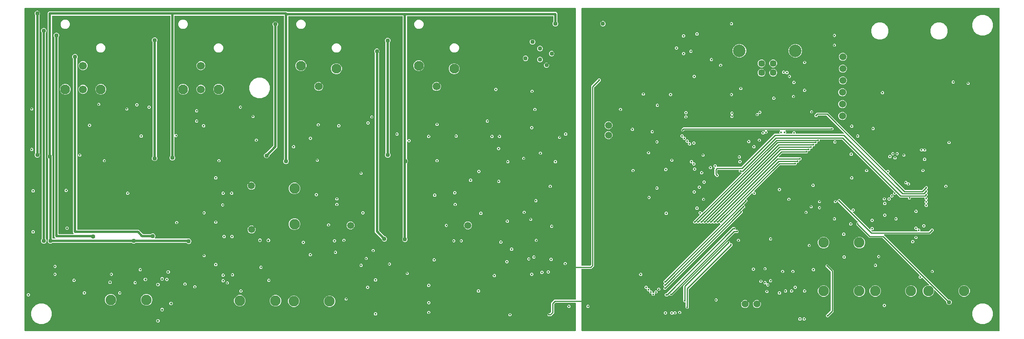
<source format=gbr>
G04 EAGLE Gerber RS-274X export*
G75*
%MOMM*%
%FSLAX34Y34*%
%LPD*%
%INCopper Layer 15*%
%IPPOS*%
%AMOC8*
5,1,8,0,0,1.08239X$1,22.5*%
G01*
%ADD10C,2.100000*%
%ADD11C,1.700000*%
%ADD12C,1.500000*%
%ADD13C,1.450000*%
%ADD14C,2.700000*%
%ADD15C,2.252600*%
%ADD16C,0.450000*%
%ADD17C,0.254000*%
%ADD18C,0.960000*%
%ADD19C,0.500000*%
%ADD20C,0.508000*%

G36*
X1186020Y3274D02*
X1186020Y3274D01*
X1186039Y3272D01*
X1186141Y3294D01*
X1186243Y3310D01*
X1186260Y3320D01*
X1186280Y3324D01*
X1186369Y3377D01*
X1186460Y3426D01*
X1186474Y3440D01*
X1186491Y3450D01*
X1186558Y3529D01*
X1186630Y3604D01*
X1186638Y3622D01*
X1186651Y3637D01*
X1186690Y3733D01*
X1186733Y3827D01*
X1186735Y3847D01*
X1186743Y3865D01*
X1186761Y4032D01*
X1186761Y62968D01*
X1186758Y62988D01*
X1186760Y63007D01*
X1186738Y63109D01*
X1186722Y63211D01*
X1186712Y63228D01*
X1186708Y63248D01*
X1186655Y63337D01*
X1186606Y63428D01*
X1186592Y63442D01*
X1186582Y63459D01*
X1186503Y63526D01*
X1186428Y63598D01*
X1186410Y63606D01*
X1186395Y63619D01*
X1186299Y63658D01*
X1186205Y63701D01*
X1186185Y63703D01*
X1186167Y63711D01*
X1186000Y63729D01*
X1143670Y63729D01*
X1143580Y63715D01*
X1143489Y63707D01*
X1143459Y63695D01*
X1143427Y63690D01*
X1143347Y63647D01*
X1143263Y63611D01*
X1143231Y63585D01*
X1143210Y63574D01*
X1143188Y63551D01*
X1143132Y63506D01*
X1140494Y60868D01*
X1140446Y60802D01*
X1140437Y60793D01*
X1140435Y60787D01*
X1140381Y60725D01*
X1140369Y60695D01*
X1140350Y60668D01*
X1140323Y60581D01*
X1140289Y60497D01*
X1140285Y60456D01*
X1140278Y60433D01*
X1140279Y60401D01*
X1140271Y60330D01*
X1140271Y41645D01*
X1133355Y34729D01*
X1127645Y34729D01*
X1125729Y36645D01*
X1125729Y39355D01*
X1127645Y41271D01*
X1130330Y41271D01*
X1130420Y41285D01*
X1130511Y41293D01*
X1130541Y41305D01*
X1130573Y41310D01*
X1130653Y41353D01*
X1130737Y41389D01*
X1130769Y41415D01*
X1130790Y41426D01*
X1130812Y41449D01*
X1130868Y41494D01*
X1133506Y44132D01*
X1133559Y44206D01*
X1133619Y44275D01*
X1133631Y44305D01*
X1133650Y44332D01*
X1133677Y44419D01*
X1133711Y44503D01*
X1133715Y44544D01*
X1133722Y44567D01*
X1133721Y44599D01*
X1133729Y44670D01*
X1133729Y63355D01*
X1140645Y70271D01*
X1186000Y70271D01*
X1186020Y70274D01*
X1186039Y70272D01*
X1186141Y70294D01*
X1186243Y70310D01*
X1186260Y70320D01*
X1186280Y70324D01*
X1186369Y70377D01*
X1186460Y70426D01*
X1186474Y70440D01*
X1186491Y70450D01*
X1186558Y70529D01*
X1186630Y70604D01*
X1186638Y70622D01*
X1186651Y70637D01*
X1186690Y70733D01*
X1186733Y70827D01*
X1186735Y70847D01*
X1186743Y70865D01*
X1186761Y71032D01*
X1186761Y695968D01*
X1186758Y695988D01*
X1186760Y696007D01*
X1186738Y696109D01*
X1186722Y696211D01*
X1186712Y696228D01*
X1186708Y696248D01*
X1186655Y696337D01*
X1186606Y696428D01*
X1186592Y696442D01*
X1186582Y696459D01*
X1186503Y696526D01*
X1186428Y696598D01*
X1186410Y696606D01*
X1186395Y696619D01*
X1186299Y696658D01*
X1186205Y696701D01*
X1186185Y696703D01*
X1186167Y696711D01*
X1186000Y696729D01*
X4032Y696729D01*
X4012Y696726D01*
X3993Y696728D01*
X3891Y696706D01*
X3789Y696690D01*
X3772Y696680D01*
X3752Y696676D01*
X3663Y696623D01*
X3572Y696574D01*
X3558Y696560D01*
X3541Y696550D01*
X3474Y696471D01*
X3402Y696396D01*
X3394Y696378D01*
X3381Y696363D01*
X3342Y696267D01*
X3299Y696173D01*
X3297Y696153D01*
X3289Y696135D01*
X3271Y695968D01*
X3271Y4032D01*
X3274Y4012D01*
X3272Y3993D01*
X3294Y3891D01*
X3310Y3789D01*
X3320Y3772D01*
X3324Y3752D01*
X3377Y3663D01*
X3426Y3572D01*
X3440Y3558D01*
X3450Y3541D01*
X3529Y3474D01*
X3604Y3402D01*
X3622Y3394D01*
X3637Y3381D01*
X3733Y3342D01*
X3827Y3299D01*
X3847Y3297D01*
X3865Y3289D01*
X4032Y3271D01*
X1186000Y3271D01*
X1186020Y3274D01*
G37*
G36*
X2095988Y3274D02*
X2095988Y3274D01*
X2096007Y3272D01*
X2096109Y3294D01*
X2096211Y3310D01*
X2096228Y3320D01*
X2096248Y3324D01*
X2096337Y3377D01*
X2096428Y3426D01*
X2096442Y3440D01*
X2096459Y3450D01*
X2096526Y3529D01*
X2096598Y3604D01*
X2096606Y3622D01*
X2096619Y3637D01*
X2096658Y3733D01*
X2096701Y3827D01*
X2096703Y3847D01*
X2096711Y3865D01*
X2096729Y4032D01*
X2096729Y695968D01*
X2096726Y695988D01*
X2096728Y696007D01*
X2096706Y696109D01*
X2096690Y696211D01*
X2096680Y696228D01*
X2096676Y696248D01*
X2096623Y696337D01*
X2096574Y696428D01*
X2096560Y696442D01*
X2096550Y696459D01*
X2096471Y696526D01*
X2096396Y696598D01*
X2096378Y696606D01*
X2096363Y696619D01*
X2096267Y696658D01*
X2096173Y696701D01*
X2096153Y696703D01*
X2096135Y696711D01*
X2095968Y696729D01*
X1200000Y696729D01*
X1199980Y696726D01*
X1199961Y696728D01*
X1199859Y696706D01*
X1199757Y696690D01*
X1199740Y696680D01*
X1199720Y696676D01*
X1199631Y696623D01*
X1199540Y696574D01*
X1199526Y696560D01*
X1199509Y696550D01*
X1199442Y696471D01*
X1199371Y696396D01*
X1199362Y696378D01*
X1199349Y696363D01*
X1199310Y696267D01*
X1199267Y696173D01*
X1199265Y696153D01*
X1199257Y696135D01*
X1199239Y695968D01*
X1199239Y144032D01*
X1199242Y144012D01*
X1199240Y143993D01*
X1199262Y143891D01*
X1199279Y143789D01*
X1199288Y143772D01*
X1199292Y143752D01*
X1199345Y143663D01*
X1199394Y143572D01*
X1199408Y143558D01*
X1199418Y143541D01*
X1199497Y143474D01*
X1199572Y143402D01*
X1199590Y143394D01*
X1199605Y143381D01*
X1199701Y143342D01*
X1199795Y143299D01*
X1199815Y143297D01*
X1199833Y143289D01*
X1200000Y143271D01*
X1217330Y143271D01*
X1217420Y143285D01*
X1217511Y143293D01*
X1217541Y143305D01*
X1217573Y143310D01*
X1217653Y143353D01*
X1217737Y143389D01*
X1217769Y143415D01*
X1217790Y143426D01*
X1217812Y143449D01*
X1217868Y143494D01*
X1219506Y145132D01*
X1219559Y145206D01*
X1219619Y145275D01*
X1219631Y145305D01*
X1219650Y145332D01*
X1219677Y145419D01*
X1219711Y145503D01*
X1219715Y145544D01*
X1219722Y145567D01*
X1219721Y145599D01*
X1219729Y145670D01*
X1219729Y529355D01*
X1235645Y545271D01*
X1238355Y545271D01*
X1240271Y543355D01*
X1240271Y540645D01*
X1226494Y526868D01*
X1226441Y526794D01*
X1226381Y526725D01*
X1226369Y526695D01*
X1226350Y526668D01*
X1226323Y526581D01*
X1226289Y526497D01*
X1226285Y526456D01*
X1226278Y526433D01*
X1226279Y526401D01*
X1226271Y526330D01*
X1226271Y142645D01*
X1220355Y136729D01*
X1200000Y136729D01*
X1199980Y136726D01*
X1199961Y136728D01*
X1199859Y136706D01*
X1199757Y136690D01*
X1199740Y136680D01*
X1199720Y136676D01*
X1199631Y136623D01*
X1199540Y136574D01*
X1199526Y136560D01*
X1199509Y136550D01*
X1199442Y136471D01*
X1199371Y136396D01*
X1199362Y136378D01*
X1199349Y136363D01*
X1199310Y136267D01*
X1199267Y136173D01*
X1199265Y136153D01*
X1199257Y136135D01*
X1199239Y135968D01*
X1199239Y4032D01*
X1199242Y4012D01*
X1199240Y3993D01*
X1199262Y3891D01*
X1199279Y3789D01*
X1199288Y3772D01*
X1199292Y3752D01*
X1199345Y3663D01*
X1199394Y3572D01*
X1199408Y3558D01*
X1199418Y3541D01*
X1199497Y3474D01*
X1199572Y3402D01*
X1199590Y3394D01*
X1199605Y3381D01*
X1199701Y3342D01*
X1199795Y3299D01*
X1199815Y3297D01*
X1199833Y3289D01*
X1200000Y3271D01*
X2095968Y3271D01*
X2095988Y3274D01*
G37*
%LPC*%
G36*
X354846Y190199D02*
X354846Y190199D01*
X352714Y191082D01*
X351560Y192236D01*
X351486Y192289D01*
X351417Y192349D01*
X351387Y192361D01*
X351360Y192380D01*
X351274Y192407D01*
X351189Y192441D01*
X351148Y192445D01*
X351125Y192452D01*
X351093Y192451D01*
X351022Y192459D01*
X241978Y192459D01*
X241888Y192445D01*
X241797Y192437D01*
X241767Y192425D01*
X241735Y192420D01*
X241655Y192377D01*
X241571Y192341D01*
X241539Y192315D01*
X241518Y192304D01*
X241496Y192281D01*
X241440Y192236D01*
X241286Y192082D01*
X239154Y191199D01*
X236846Y191199D01*
X234714Y192082D01*
X234560Y192236D01*
X234486Y192289D01*
X234417Y192349D01*
X234387Y192361D01*
X234360Y192380D01*
X234274Y192407D01*
X234189Y192441D01*
X234148Y192445D01*
X234125Y192452D01*
X234093Y192451D01*
X234022Y192459D01*
X62978Y192459D01*
X62888Y192445D01*
X62797Y192437D01*
X62767Y192425D01*
X62735Y192420D01*
X62655Y192377D01*
X62571Y192341D01*
X62539Y192315D01*
X62518Y192304D01*
X62496Y192281D01*
X62440Y192236D01*
X62286Y192082D01*
X60154Y191199D01*
X57846Y191199D01*
X55714Y192082D01*
X54082Y193714D01*
X53199Y195846D01*
X53199Y198154D01*
X54082Y200286D01*
X54236Y200440D01*
X54289Y200514D01*
X54349Y200583D01*
X54361Y200613D01*
X54380Y200640D01*
X54407Y200726D01*
X54441Y200811D01*
X54445Y200852D01*
X54452Y200875D01*
X54451Y200907D01*
X54459Y200978D01*
X54459Y373022D01*
X54445Y373112D01*
X54437Y373203D01*
X54425Y373233D01*
X54420Y373265D01*
X54377Y373345D01*
X54341Y373429D01*
X54315Y373461D01*
X54304Y373482D01*
X54281Y373504D01*
X54236Y373560D01*
X53082Y374714D01*
X52199Y376846D01*
X52199Y379154D01*
X53082Y381286D01*
X53236Y381440D01*
X53289Y381514D01*
X53349Y381583D01*
X53361Y381613D01*
X53380Y381640D01*
X53407Y381726D01*
X53441Y381811D01*
X53445Y381852D01*
X53452Y381875D01*
X53451Y381907D01*
X53459Y381978D01*
X53459Y686881D01*
X56119Y689541D01*
X566881Y689541D01*
X567658Y688764D01*
X567732Y688711D01*
X567801Y688651D01*
X567831Y688639D01*
X567858Y688620D01*
X567945Y688593D01*
X568029Y688559D01*
X568070Y688555D01*
X568093Y688548D01*
X568125Y688549D01*
X568196Y688541D01*
X1144881Y688541D01*
X1147541Y685881D01*
X1147541Y666978D01*
X1147555Y666888D01*
X1147563Y666797D01*
X1147575Y666767D01*
X1147580Y666735D01*
X1147623Y666655D01*
X1147659Y666571D01*
X1147685Y666539D01*
X1147696Y666518D01*
X1147719Y666496D01*
X1147764Y666440D01*
X1147918Y666286D01*
X1148801Y664154D01*
X1148801Y661846D01*
X1147918Y659714D01*
X1146286Y658082D01*
X1144154Y657199D01*
X1141846Y657199D01*
X1139714Y658082D01*
X1138082Y659714D01*
X1137199Y661846D01*
X1137199Y664154D01*
X1138082Y666286D01*
X1138236Y666440D01*
X1138289Y666514D01*
X1138349Y666583D01*
X1138361Y666613D01*
X1138380Y666640D01*
X1138407Y666726D01*
X1138441Y666811D01*
X1138445Y666852D01*
X1138452Y666875D01*
X1138451Y666907D01*
X1138459Y666978D01*
X1138459Y678698D01*
X1138456Y678718D01*
X1138458Y678737D01*
X1138436Y678839D01*
X1138420Y678941D01*
X1138410Y678958D01*
X1138406Y678978D01*
X1138353Y679067D01*
X1138304Y679158D01*
X1138290Y679172D01*
X1138280Y679189D01*
X1138201Y679256D01*
X1138126Y679328D01*
X1138108Y679336D01*
X1138093Y679349D01*
X1137997Y679388D01*
X1137903Y679431D01*
X1137883Y679433D01*
X1137865Y679441D01*
X1137698Y679459D01*
X825302Y679459D01*
X825282Y679456D01*
X825263Y679458D01*
X825161Y679436D01*
X825059Y679420D01*
X825042Y679410D01*
X825022Y679406D01*
X824933Y679353D01*
X824842Y679304D01*
X824828Y679290D01*
X824811Y679280D01*
X824744Y679201D01*
X824672Y679126D01*
X824664Y679108D01*
X824651Y679093D01*
X824612Y678997D01*
X824569Y678903D01*
X824567Y678883D01*
X824559Y678865D01*
X824541Y678698D01*
X824541Y413976D01*
X824552Y413905D01*
X824554Y413833D01*
X824572Y413784D01*
X824580Y413733D01*
X824614Y413670D01*
X824639Y413602D01*
X824671Y413562D01*
X824696Y413516D01*
X824748Y413466D01*
X824792Y413410D01*
X824836Y413382D01*
X824874Y413346D01*
X824939Y413316D01*
X824999Y413277D01*
X825050Y413265D01*
X825097Y413243D01*
X825168Y413235D01*
X825238Y413217D01*
X825290Y413221D01*
X825341Y413216D01*
X825412Y413231D01*
X825483Y413236D01*
X825531Y413257D01*
X825582Y413268D01*
X825643Y413305D01*
X825709Y413333D01*
X825765Y413377D01*
X825793Y413394D01*
X825808Y413412D01*
X825840Y413437D01*
X827653Y415251D01*
X830347Y415251D01*
X832251Y413347D01*
X832251Y410653D01*
X830347Y408749D01*
X827653Y408749D01*
X825840Y410563D01*
X825782Y410604D01*
X825730Y410654D01*
X825683Y410676D01*
X825641Y410706D01*
X825572Y410727D01*
X825507Y410757D01*
X825455Y410763D01*
X825405Y410778D01*
X825334Y410777D01*
X825263Y410784D01*
X825212Y410773D01*
X825160Y410772D01*
X825092Y410747D01*
X825022Y410732D01*
X824977Y410705D01*
X824929Y410688D01*
X824873Y410643D01*
X824811Y410606D01*
X824777Y410566D01*
X824737Y410534D01*
X824698Y410474D01*
X824651Y410419D01*
X824632Y410371D01*
X824604Y410327D01*
X824586Y410258D01*
X824559Y410191D01*
X824551Y410120D01*
X824543Y410088D01*
X824545Y410065D01*
X824541Y410024D01*
X824541Y372978D01*
X824556Y372888D01*
X824563Y372797D01*
X824575Y372767D01*
X824580Y372735D01*
X824623Y372655D01*
X824659Y372571D01*
X824685Y372539D01*
X824696Y372518D01*
X824719Y372496D01*
X824764Y372440D01*
X825918Y371286D01*
X826801Y369154D01*
X826801Y366846D01*
X825918Y364714D01*
X824764Y363560D01*
X824711Y363486D01*
X824651Y363417D01*
X824639Y363387D01*
X824620Y363361D01*
X824593Y363273D01*
X824559Y363189D01*
X824555Y363148D01*
X824548Y363125D01*
X824549Y363093D01*
X824541Y363022D01*
X824541Y203978D01*
X824555Y203888D01*
X824563Y203797D01*
X824575Y203767D01*
X824580Y203735D01*
X824623Y203655D01*
X824659Y203571D01*
X824685Y203539D01*
X824696Y203518D01*
X824719Y203496D01*
X824764Y203440D01*
X824918Y203286D01*
X825801Y201154D01*
X825801Y198846D01*
X824918Y196714D01*
X823286Y195082D01*
X821154Y194199D01*
X818846Y194199D01*
X816714Y195082D01*
X815082Y196714D01*
X814199Y198846D01*
X814199Y201154D01*
X815082Y203286D01*
X815236Y203440D01*
X815289Y203514D01*
X815349Y203583D01*
X815361Y203613D01*
X815380Y203640D01*
X815407Y203726D01*
X815441Y203811D01*
X815445Y203852D01*
X815452Y203875D01*
X815451Y203907D01*
X815459Y203978D01*
X815459Y366067D01*
X815449Y366132D01*
X815448Y366197D01*
X815425Y366277D01*
X815420Y366310D01*
X815410Y366327D01*
X815401Y366358D01*
X815199Y366846D01*
X815199Y369154D01*
X815401Y369642D01*
X815416Y369705D01*
X815441Y369766D01*
X815450Y369849D01*
X815457Y369881D01*
X815456Y369900D01*
X815459Y369933D01*
X815459Y678698D01*
X815456Y678718D01*
X815458Y678737D01*
X815436Y678839D01*
X815420Y678941D01*
X815410Y678958D01*
X815406Y678978D01*
X815353Y679067D01*
X815304Y679158D01*
X815290Y679172D01*
X815280Y679189D01*
X815201Y679256D01*
X815126Y679328D01*
X815108Y679336D01*
X815093Y679349D01*
X814997Y679388D01*
X814903Y679431D01*
X814883Y679433D01*
X814865Y679441D01*
X814698Y679459D01*
X570302Y679459D01*
X570282Y679456D01*
X570263Y679458D01*
X570161Y679436D01*
X570059Y679420D01*
X570042Y679410D01*
X570022Y679406D01*
X569933Y679353D01*
X569842Y679304D01*
X569828Y679290D01*
X569811Y679280D01*
X569744Y679201D01*
X569672Y679126D01*
X569664Y679108D01*
X569651Y679093D01*
X569612Y678997D01*
X569569Y678903D01*
X569567Y678883D01*
X569559Y678865D01*
X569541Y678698D01*
X569541Y371978D01*
X569555Y371888D01*
X569563Y371797D01*
X569575Y371767D01*
X569580Y371735D01*
X569623Y371655D01*
X569659Y371571D01*
X569685Y371539D01*
X569696Y371518D01*
X569719Y371496D01*
X569764Y371440D01*
X569918Y371286D01*
X570801Y369154D01*
X570801Y366846D01*
X569918Y364714D01*
X568286Y363082D01*
X566154Y362199D01*
X563846Y362199D01*
X561714Y363082D01*
X560082Y364714D01*
X559199Y366846D01*
X559199Y369154D01*
X560082Y371286D01*
X560236Y371440D01*
X560289Y371514D01*
X560349Y371583D01*
X560361Y371613D01*
X560380Y371640D01*
X560407Y371726D01*
X560441Y371811D01*
X560445Y371852D01*
X560452Y371875D01*
X560451Y371907D01*
X560459Y371978D01*
X560459Y679698D01*
X560456Y679718D01*
X560458Y679737D01*
X560436Y679839D01*
X560420Y679941D01*
X560410Y679958D01*
X560406Y679978D01*
X560353Y680067D01*
X560304Y680158D01*
X560290Y680172D01*
X560280Y680189D01*
X560201Y680256D01*
X560126Y680328D01*
X560108Y680336D01*
X560093Y680349D01*
X559997Y680388D01*
X559903Y680431D01*
X559883Y680433D01*
X559865Y680441D01*
X559698Y680459D01*
X326302Y680459D01*
X326282Y680456D01*
X326263Y680458D01*
X326161Y680436D01*
X326059Y680420D01*
X326042Y680410D01*
X326022Y680406D01*
X325933Y680353D01*
X325842Y680304D01*
X325828Y680290D01*
X325811Y680280D01*
X325744Y680201D01*
X325672Y680126D01*
X325664Y680108D01*
X325651Y680093D01*
X325612Y679997D01*
X325569Y679903D01*
X325567Y679883D01*
X325559Y679865D01*
X325541Y679698D01*
X325541Y425976D01*
X325552Y425905D01*
X325554Y425833D01*
X325572Y425784D01*
X325580Y425733D01*
X325614Y425670D01*
X325639Y425602D01*
X325671Y425562D01*
X325696Y425516D01*
X325748Y425466D01*
X325792Y425410D01*
X325836Y425382D01*
X325874Y425346D01*
X325939Y425316D01*
X325999Y425277D01*
X326050Y425265D01*
X326097Y425243D01*
X326168Y425235D01*
X326238Y425217D01*
X326290Y425221D01*
X326341Y425216D01*
X326412Y425231D01*
X326483Y425236D01*
X326531Y425257D01*
X326582Y425268D01*
X326643Y425305D01*
X326709Y425333D01*
X326765Y425377D01*
X326793Y425394D01*
X326808Y425412D01*
X326840Y425437D01*
X327653Y426251D01*
X330347Y426251D01*
X332251Y424347D01*
X332251Y421653D01*
X330347Y419749D01*
X327653Y419749D01*
X326840Y420563D01*
X326782Y420604D01*
X326730Y420654D01*
X326683Y420676D01*
X326641Y420706D01*
X326572Y420727D01*
X326507Y420757D01*
X326455Y420763D01*
X326405Y420778D01*
X326334Y420777D01*
X326263Y420784D01*
X326212Y420773D01*
X326160Y420772D01*
X326092Y420747D01*
X326022Y420732D01*
X325977Y420705D01*
X325929Y420688D01*
X325873Y420643D01*
X325811Y420606D01*
X325777Y420566D01*
X325737Y420534D01*
X325698Y420474D01*
X325651Y420419D01*
X325632Y420371D01*
X325604Y420327D01*
X325586Y420257D01*
X325559Y420191D01*
X325551Y420120D01*
X325543Y420088D01*
X325545Y420065D01*
X325541Y420024D01*
X325541Y378978D01*
X325556Y378888D01*
X325563Y378797D01*
X325575Y378767D01*
X325580Y378735D01*
X325623Y378655D01*
X325659Y378571D01*
X325685Y378539D01*
X325696Y378518D01*
X325719Y378496D01*
X325764Y378440D01*
X325918Y378286D01*
X326801Y376154D01*
X326801Y373846D01*
X325918Y371714D01*
X324286Y370082D01*
X322154Y369199D01*
X319846Y369199D01*
X317714Y370082D01*
X316082Y371714D01*
X315199Y373846D01*
X315199Y376154D01*
X316082Y378286D01*
X316236Y378440D01*
X316289Y378514D01*
X316349Y378583D01*
X316361Y378613D01*
X316380Y378640D01*
X316407Y378726D01*
X316441Y378811D01*
X316445Y378852D01*
X316452Y378875D01*
X316451Y378907D01*
X316459Y378978D01*
X316459Y679698D01*
X316456Y679718D01*
X316458Y679737D01*
X316436Y679839D01*
X316420Y679941D01*
X316410Y679958D01*
X316406Y679978D01*
X316353Y680067D01*
X316304Y680158D01*
X316290Y680172D01*
X316280Y680189D01*
X316201Y680256D01*
X316126Y680328D01*
X316108Y680336D01*
X316093Y680349D01*
X315997Y680388D01*
X315903Y680431D01*
X315883Y680433D01*
X315865Y680441D01*
X315698Y680459D01*
X63302Y680459D01*
X63282Y680456D01*
X63263Y680458D01*
X63161Y680436D01*
X63059Y680420D01*
X63042Y680410D01*
X63022Y680406D01*
X62933Y680353D01*
X62842Y680304D01*
X62828Y680290D01*
X62811Y680280D01*
X62744Y680201D01*
X62672Y680126D01*
X62664Y680108D01*
X62651Y680093D01*
X62612Y679997D01*
X62569Y679903D01*
X62567Y679883D01*
X62559Y679865D01*
X62541Y679698D01*
X62541Y381978D01*
X62555Y381888D01*
X62563Y381797D01*
X62575Y381767D01*
X62580Y381735D01*
X62623Y381655D01*
X62659Y381571D01*
X62685Y381539D01*
X62696Y381518D01*
X62719Y381496D01*
X62764Y381440D01*
X62918Y381286D01*
X63801Y379154D01*
X63801Y376846D01*
X63599Y376358D01*
X63584Y376295D01*
X63559Y376234D01*
X63550Y376151D01*
X63543Y376119D01*
X63544Y376100D01*
X63541Y376067D01*
X63541Y202302D01*
X63544Y202282D01*
X63542Y202263D01*
X63564Y202161D01*
X63580Y202059D01*
X63590Y202042D01*
X63594Y202022D01*
X63647Y201933D01*
X63696Y201842D01*
X63710Y201828D01*
X63720Y201811D01*
X63799Y201744D01*
X63874Y201672D01*
X63892Y201664D01*
X63907Y201651D01*
X64003Y201612D01*
X64097Y201569D01*
X64117Y201567D01*
X64135Y201559D01*
X64302Y201541D01*
X69200Y201541D01*
X69271Y201552D01*
X69342Y201554D01*
X69391Y201572D01*
X69443Y201580D01*
X69506Y201614D01*
X69573Y201639D01*
X69614Y201671D01*
X69660Y201696D01*
X69709Y201748D01*
X69765Y201792D01*
X69794Y201836D01*
X69829Y201874D01*
X69860Y201939D01*
X69898Y201999D01*
X69911Y202050D01*
X69933Y202097D01*
X69941Y202168D01*
X69958Y202238D01*
X69954Y202290D01*
X69960Y202341D01*
X69945Y202412D01*
X69939Y202483D01*
X69919Y202531D01*
X69908Y202582D01*
X69871Y202643D01*
X69843Y202709D01*
X69798Y202765D01*
X69782Y202793D01*
X69764Y202808D01*
X69738Y202840D01*
X67459Y205119D01*
X67459Y634022D01*
X67445Y634112D01*
X67437Y634203D01*
X67425Y634233D01*
X67420Y634265D01*
X67377Y634345D01*
X67341Y634429D01*
X67315Y634461D01*
X67304Y634482D01*
X67281Y634504D01*
X67236Y634560D01*
X67082Y634714D01*
X66199Y636846D01*
X66199Y639154D01*
X67082Y641286D01*
X68714Y642918D01*
X70846Y643801D01*
X73154Y643801D01*
X75286Y642918D01*
X76918Y641286D01*
X77801Y639154D01*
X77801Y636846D01*
X76918Y634714D01*
X76764Y634560D01*
X76711Y634486D01*
X76651Y634417D01*
X76639Y634387D01*
X76620Y634360D01*
X76593Y634274D01*
X76559Y634189D01*
X76555Y634148D01*
X76548Y634125D01*
X76549Y634093D01*
X76541Y634022D01*
X76541Y212302D01*
X76544Y212282D01*
X76542Y212263D01*
X76564Y212161D01*
X76580Y212059D01*
X76590Y212042D01*
X76594Y212022D01*
X76647Y211933D01*
X76696Y211842D01*
X76710Y211828D01*
X76720Y211811D01*
X76799Y211744D01*
X76874Y211672D01*
X76892Y211664D01*
X76907Y211651D01*
X77003Y211612D01*
X77097Y211569D01*
X77117Y211567D01*
X77135Y211559D01*
X77302Y211541D01*
X108200Y211541D01*
X108271Y211552D01*
X108342Y211554D01*
X108391Y211572D01*
X108443Y211580D01*
X108506Y211614D01*
X108573Y211639D01*
X108614Y211671D01*
X108660Y211696D01*
X108709Y211748D01*
X108765Y211792D01*
X108794Y211836D01*
X108829Y211874D01*
X108860Y211939D01*
X108898Y211999D01*
X108911Y212050D01*
X108933Y212097D01*
X108941Y212168D01*
X108958Y212238D01*
X108954Y212290D01*
X108960Y212341D01*
X108945Y212412D01*
X108939Y212483D01*
X108919Y212531D01*
X108908Y212582D01*
X108871Y212643D01*
X108843Y212709D01*
X108798Y212765D01*
X108782Y212793D01*
X108764Y212808D01*
X108738Y212840D01*
X107459Y214119D01*
X107459Y588022D01*
X107445Y588112D01*
X107437Y588203D01*
X107425Y588233D01*
X107420Y588265D01*
X107377Y588345D01*
X107341Y588429D01*
X107315Y588461D01*
X107304Y588482D01*
X107281Y588504D01*
X107236Y588560D01*
X107082Y588714D01*
X106199Y590846D01*
X106199Y593154D01*
X107082Y595286D01*
X108714Y596918D01*
X110846Y597801D01*
X113154Y597801D01*
X115286Y596918D01*
X116918Y595286D01*
X117801Y593154D01*
X117801Y590846D01*
X116918Y588714D01*
X116764Y588560D01*
X116711Y588486D01*
X116651Y588417D01*
X116639Y588387D01*
X116620Y588360D01*
X116593Y588274D01*
X116559Y588189D01*
X116555Y588148D01*
X116548Y588125D01*
X116549Y588093D01*
X116541Y588022D01*
X116541Y221302D01*
X116544Y221282D01*
X116542Y221263D01*
X116564Y221161D01*
X116580Y221059D01*
X116590Y221042D01*
X116594Y221022D01*
X116647Y220933D01*
X116696Y220842D01*
X116710Y220828D01*
X116720Y220811D01*
X116799Y220744D01*
X116874Y220672D01*
X116892Y220664D01*
X116907Y220651D01*
X117003Y220612D01*
X117097Y220569D01*
X117117Y220567D01*
X117135Y220559D01*
X117302Y220541D01*
X248881Y220541D01*
X257658Y211764D01*
X257732Y211711D01*
X257801Y211651D01*
X257831Y211639D01*
X257858Y211620D01*
X257945Y211593D01*
X258029Y211559D01*
X258070Y211555D01*
X258093Y211548D01*
X258125Y211549D01*
X258196Y211541D01*
X275022Y211541D01*
X275112Y211555D01*
X275203Y211563D01*
X275233Y211575D01*
X275265Y211580D01*
X275345Y211623D01*
X275429Y211659D01*
X275461Y211685D01*
X275482Y211696D01*
X275504Y211719D01*
X275560Y211764D01*
X275714Y211918D01*
X277846Y212801D01*
X280154Y212801D01*
X282286Y211918D01*
X283918Y210286D01*
X284801Y208154D01*
X284801Y205846D01*
X283918Y203714D01*
X283044Y202840D01*
X283002Y202782D01*
X282953Y202730D01*
X282931Y202683D01*
X282900Y202641D01*
X282879Y202572D01*
X282849Y202507D01*
X282843Y202455D01*
X282828Y202405D01*
X282830Y202334D01*
X282822Y202263D01*
X282833Y202212D01*
X282834Y202160D01*
X282859Y202092D01*
X282874Y202022D01*
X282901Y201977D01*
X282919Y201929D01*
X282964Y201873D01*
X283000Y201811D01*
X283040Y201777D01*
X283072Y201737D01*
X283133Y201698D01*
X283187Y201651D01*
X283235Y201632D01*
X283279Y201604D01*
X283349Y201586D01*
X283415Y201559D01*
X283487Y201551D01*
X283518Y201543D01*
X283541Y201545D01*
X283582Y201541D01*
X354067Y201541D01*
X354132Y201551D01*
X354197Y201552D01*
X354277Y201575D01*
X354310Y201580D01*
X354327Y201590D01*
X354358Y201599D01*
X354846Y201801D01*
X357154Y201801D01*
X359286Y200918D01*
X360918Y199286D01*
X361801Y197154D01*
X361801Y194846D01*
X360918Y192714D01*
X359286Y191082D01*
X357154Y190199D01*
X354846Y190199D01*
G37*
%LPD*%
%LPC*%
G36*
X1376645Y91729D02*
X1376645Y91729D01*
X1374729Y93645D01*
X1374729Y96355D01*
X1376336Y97962D01*
X1376348Y97978D01*
X1376363Y97990D01*
X1376419Y98078D01*
X1376480Y98161D01*
X1376486Y98180D01*
X1376496Y98197D01*
X1376522Y98298D01*
X1376552Y98397D01*
X1376552Y98416D01*
X1376556Y98436D01*
X1376548Y98539D01*
X1376546Y98642D01*
X1376539Y98661D01*
X1376537Y98681D01*
X1376497Y98776D01*
X1376461Y98873D01*
X1376449Y98889D01*
X1376441Y98907D01*
X1376336Y99038D01*
X1374729Y100645D01*
X1374729Y103355D01*
X1376336Y104962D01*
X1376348Y104978D01*
X1376363Y104990D01*
X1376419Y105078D01*
X1376480Y105161D01*
X1376486Y105180D01*
X1376496Y105197D01*
X1376522Y105298D01*
X1376552Y105397D01*
X1376552Y105416D01*
X1376556Y105436D01*
X1376548Y105539D01*
X1376546Y105642D01*
X1376539Y105661D01*
X1376537Y105681D01*
X1376497Y105776D01*
X1376461Y105873D01*
X1376449Y105889D01*
X1376441Y105907D01*
X1376336Y106038D01*
X1374729Y107645D01*
X1374729Y110355D01*
X1496836Y232462D01*
X1496848Y232478D01*
X1496863Y232490D01*
X1496920Y232578D01*
X1496980Y232661D01*
X1496986Y232680D01*
X1496996Y232697D01*
X1497022Y232798D01*
X1497052Y232897D01*
X1497052Y232916D01*
X1497056Y232936D01*
X1497048Y233039D01*
X1497046Y233142D01*
X1497039Y233161D01*
X1497037Y233181D01*
X1496997Y233276D01*
X1496961Y233373D01*
X1496949Y233389D01*
X1496941Y233407D01*
X1496836Y233538D01*
X1495038Y235336D01*
X1495022Y235348D01*
X1495010Y235363D01*
X1494922Y235419D01*
X1494839Y235480D01*
X1494820Y235486D01*
X1494803Y235496D01*
X1494702Y235522D01*
X1494603Y235552D01*
X1494584Y235552D01*
X1494564Y235556D01*
X1494461Y235548D01*
X1494358Y235546D01*
X1494339Y235539D01*
X1494319Y235537D01*
X1494224Y235497D01*
X1494127Y235461D01*
X1494111Y235449D01*
X1494093Y235441D01*
X1493962Y235336D01*
X1492355Y233729D01*
X1489645Y233729D01*
X1488038Y235336D01*
X1488022Y235348D01*
X1488010Y235363D01*
X1487922Y235419D01*
X1487839Y235480D01*
X1487820Y235486D01*
X1487803Y235496D01*
X1487702Y235522D01*
X1487603Y235552D01*
X1487584Y235552D01*
X1487564Y235556D01*
X1487461Y235548D01*
X1487358Y235546D01*
X1487339Y235539D01*
X1487319Y235537D01*
X1487224Y235497D01*
X1487127Y235461D01*
X1487111Y235449D01*
X1487093Y235441D01*
X1486962Y235336D01*
X1485355Y233729D01*
X1482645Y233729D01*
X1481038Y235336D01*
X1481022Y235348D01*
X1481010Y235363D01*
X1480922Y235419D01*
X1480839Y235480D01*
X1480820Y235486D01*
X1480803Y235496D01*
X1480702Y235522D01*
X1480603Y235552D01*
X1480584Y235552D01*
X1480564Y235556D01*
X1480461Y235548D01*
X1480358Y235546D01*
X1480339Y235539D01*
X1480319Y235537D01*
X1480224Y235497D01*
X1480127Y235461D01*
X1480111Y235449D01*
X1480093Y235441D01*
X1479962Y235336D01*
X1478355Y233729D01*
X1475645Y233729D01*
X1474038Y235336D01*
X1474022Y235348D01*
X1474010Y235363D01*
X1473922Y235420D01*
X1473839Y235480D01*
X1473820Y235486D01*
X1473803Y235496D01*
X1473702Y235522D01*
X1473603Y235552D01*
X1473584Y235552D01*
X1473564Y235556D01*
X1473461Y235548D01*
X1473358Y235546D01*
X1473339Y235539D01*
X1473319Y235537D01*
X1473224Y235497D01*
X1473127Y235461D01*
X1473111Y235449D01*
X1473093Y235441D01*
X1472962Y235336D01*
X1471355Y233729D01*
X1468645Y233729D01*
X1467038Y235336D01*
X1467022Y235348D01*
X1467010Y235363D01*
X1466922Y235419D01*
X1466839Y235480D01*
X1466820Y235486D01*
X1466803Y235496D01*
X1466702Y235522D01*
X1466603Y235552D01*
X1466584Y235552D01*
X1466564Y235556D01*
X1466461Y235548D01*
X1466358Y235546D01*
X1466339Y235539D01*
X1466319Y235537D01*
X1466224Y235497D01*
X1466127Y235461D01*
X1466111Y235449D01*
X1466093Y235441D01*
X1465962Y235336D01*
X1464355Y233729D01*
X1461645Y233729D01*
X1460038Y235336D01*
X1460022Y235348D01*
X1460010Y235363D01*
X1459922Y235419D01*
X1459839Y235480D01*
X1459820Y235486D01*
X1459803Y235496D01*
X1459702Y235522D01*
X1459603Y235552D01*
X1459584Y235552D01*
X1459564Y235556D01*
X1459461Y235548D01*
X1459358Y235546D01*
X1459339Y235539D01*
X1459319Y235537D01*
X1459224Y235497D01*
X1459127Y235461D01*
X1459111Y235449D01*
X1459093Y235441D01*
X1458962Y235336D01*
X1457355Y233729D01*
X1454645Y233729D01*
X1453038Y235336D01*
X1453022Y235348D01*
X1453010Y235363D01*
X1452922Y235419D01*
X1452839Y235480D01*
X1452820Y235486D01*
X1452803Y235496D01*
X1452702Y235522D01*
X1452603Y235552D01*
X1452584Y235552D01*
X1452564Y235556D01*
X1452461Y235548D01*
X1452358Y235546D01*
X1452339Y235539D01*
X1452319Y235537D01*
X1452224Y235497D01*
X1452127Y235461D01*
X1452111Y235449D01*
X1452093Y235441D01*
X1451962Y235336D01*
X1450355Y233729D01*
X1447645Y233729D01*
X1446038Y235336D01*
X1446022Y235348D01*
X1446010Y235363D01*
X1445922Y235419D01*
X1445839Y235480D01*
X1445820Y235486D01*
X1445803Y235496D01*
X1445702Y235522D01*
X1445603Y235552D01*
X1445584Y235552D01*
X1445564Y235556D01*
X1445461Y235548D01*
X1445358Y235546D01*
X1445339Y235539D01*
X1445319Y235537D01*
X1445224Y235497D01*
X1445127Y235461D01*
X1445111Y235449D01*
X1445093Y235441D01*
X1444962Y235336D01*
X1443355Y233729D01*
X1440645Y233729D01*
X1438729Y235645D01*
X1438729Y238355D01*
X1452850Y252476D01*
X1452862Y252492D01*
X1452878Y252504D01*
X1452934Y252592D01*
X1452994Y252676D01*
X1453000Y252695D01*
X1453011Y252711D01*
X1453036Y252812D01*
X1453066Y252911D01*
X1453066Y252931D01*
X1453071Y252950D01*
X1453063Y253053D01*
X1453060Y253157D01*
X1453053Y253175D01*
X1453051Y253195D01*
X1453011Y253290D01*
X1452975Y253388D01*
X1452963Y253403D01*
X1452955Y253421D01*
X1452850Y253552D01*
X1450749Y255653D01*
X1450749Y258347D01*
X1452653Y260251D01*
X1455347Y260251D01*
X1457448Y258150D01*
X1457464Y258138D01*
X1457476Y258122D01*
X1457563Y258066D01*
X1457647Y258006D01*
X1457666Y258000D01*
X1457683Y257989D01*
X1457784Y257964D01*
X1457882Y257934D01*
X1457902Y257934D01*
X1457922Y257929D01*
X1458025Y257937D01*
X1458128Y257940D01*
X1458147Y257947D01*
X1458167Y257949D01*
X1458262Y257989D01*
X1458359Y258025D01*
X1458375Y258037D01*
X1458393Y258045D01*
X1458524Y258150D01*
X1542804Y342430D01*
X1542846Y342488D01*
X1542895Y342540D01*
X1542917Y342587D01*
X1542948Y342629D01*
X1542969Y342698D01*
X1542999Y342763D01*
X1543005Y342815D01*
X1543020Y342865D01*
X1543018Y342936D01*
X1543026Y343007D01*
X1543015Y343058D01*
X1543014Y343110D01*
X1542989Y343178D01*
X1542974Y343248D01*
X1542947Y343292D01*
X1542929Y343341D01*
X1542884Y343397D01*
X1542848Y343459D01*
X1542808Y343493D01*
X1542776Y343533D01*
X1542715Y343572D01*
X1542661Y343619D01*
X1542612Y343638D01*
X1542569Y343666D01*
X1542499Y343684D01*
X1542433Y343711D01*
X1542361Y343719D01*
X1542330Y343727D01*
X1542307Y343725D01*
X1542266Y343729D01*
X1538645Y343729D01*
X1536729Y345645D01*
X1536729Y348468D01*
X1536726Y348488D01*
X1536728Y348507D01*
X1536706Y348609D01*
X1536690Y348711D01*
X1536680Y348728D01*
X1536676Y348748D01*
X1536623Y348837D01*
X1536574Y348928D01*
X1536560Y348942D01*
X1536550Y348959D01*
X1536471Y349026D01*
X1536396Y349098D01*
X1536378Y349106D01*
X1536363Y349119D01*
X1536267Y349158D01*
X1536173Y349201D01*
X1536153Y349203D01*
X1536135Y349211D01*
X1535968Y349229D01*
X1491750Y349229D01*
X1491659Y349215D01*
X1491569Y349207D01*
X1491539Y349195D01*
X1491507Y349190D01*
X1491426Y349147D01*
X1491342Y349111D01*
X1491310Y349085D01*
X1491289Y349074D01*
X1491267Y349051D01*
X1491211Y349006D01*
X1490772Y348567D01*
X1490719Y348494D01*
X1490660Y348424D01*
X1490648Y348394D01*
X1490629Y348368D01*
X1490602Y348281D01*
X1490568Y348196D01*
X1490563Y348155D01*
X1490557Y348133D01*
X1490557Y348100D01*
X1490549Y348029D01*
X1490549Y342069D01*
X1490564Y341979D01*
X1490571Y341888D01*
X1490584Y341858D01*
X1490589Y341826D01*
X1490632Y341746D01*
X1490668Y341662D01*
X1490693Y341630D01*
X1490704Y341609D01*
X1490728Y341587D01*
X1490772Y341531D01*
X1493549Y338754D01*
X1493549Y336044D01*
X1491634Y334128D01*
X1488924Y334128D01*
X1484008Y339044D01*
X1484008Y351054D01*
X1485970Y353016D01*
X1486012Y353074D01*
X1486061Y353126D01*
X1486083Y353173D01*
X1486113Y353216D01*
X1486135Y353284D01*
X1486165Y353349D01*
X1486170Y353401D01*
X1486186Y353451D01*
X1486184Y353523D01*
X1486192Y353594D01*
X1486181Y353645D01*
X1486179Y353697D01*
X1486155Y353764D01*
X1486140Y353834D01*
X1486113Y353879D01*
X1486095Y353928D01*
X1486050Y353984D01*
X1486013Y354045D01*
X1485974Y354079D01*
X1485941Y354120D01*
X1485881Y354158D01*
X1485827Y354205D01*
X1485778Y354225D01*
X1485734Y354253D01*
X1485665Y354270D01*
X1485598Y354297D01*
X1485527Y354305D01*
X1485496Y354313D01*
X1485473Y354311D01*
X1485432Y354316D01*
X1484405Y354316D01*
X1482500Y356220D01*
X1482500Y358913D01*
X1484405Y360817D01*
X1487098Y360817D01*
X1489002Y358913D01*
X1489002Y356532D01*
X1489005Y356512D01*
X1489003Y356493D01*
X1489025Y356391D01*
X1489042Y356289D01*
X1489051Y356272D01*
X1489055Y356252D01*
X1489108Y356163D01*
X1489157Y356072D01*
X1489171Y356058D01*
X1489181Y356041D01*
X1489260Y355974D01*
X1489335Y355902D01*
X1489353Y355894D01*
X1489368Y355881D01*
X1489464Y355842D01*
X1489558Y355799D01*
X1489578Y355797D01*
X1489596Y355789D01*
X1489763Y355771D01*
X1541830Y355771D01*
X1541920Y355785D01*
X1542011Y355793D01*
X1542041Y355805D01*
X1542073Y355810D01*
X1542153Y355853D01*
X1542237Y355889D01*
X1542269Y355915D01*
X1542290Y355926D01*
X1542312Y355949D01*
X1542368Y355994D01*
X1613185Y426811D01*
X1623754Y426811D01*
X1623825Y426822D01*
X1623897Y426824D01*
X1623946Y426842D01*
X1623997Y426850D01*
X1624060Y426884D01*
X1624128Y426909D01*
X1624168Y426941D01*
X1624214Y426966D01*
X1624264Y427018D01*
X1624320Y427062D01*
X1624348Y427106D01*
X1624384Y427144D01*
X1624414Y427209D01*
X1624453Y427269D01*
X1624465Y427320D01*
X1624487Y427367D01*
X1624495Y427438D01*
X1624513Y427508D01*
X1624509Y427560D01*
X1624514Y427611D01*
X1624499Y427682D01*
X1624494Y427753D01*
X1624473Y427801D01*
X1624462Y427852D01*
X1624425Y427913D01*
X1624397Y427979D01*
X1624353Y428035D01*
X1624336Y428063D01*
X1624318Y428078D01*
X1624293Y428110D01*
X1623749Y428653D01*
X1623749Y431347D01*
X1625353Y432950D01*
X1625394Y433008D01*
X1625444Y433060D01*
X1625466Y433107D01*
X1625496Y433149D01*
X1625517Y433218D01*
X1625547Y433283D01*
X1625553Y433335D01*
X1625568Y433385D01*
X1625567Y433456D01*
X1625574Y433527D01*
X1625563Y433578D01*
X1625562Y433630D01*
X1625537Y433698D01*
X1625522Y433768D01*
X1625495Y433813D01*
X1625478Y433861D01*
X1625433Y433917D01*
X1625396Y433979D01*
X1625356Y434013D01*
X1625324Y434053D01*
X1625264Y434092D01*
X1625209Y434139D01*
X1625161Y434158D01*
X1625117Y434186D01*
X1625048Y434204D01*
X1624981Y434231D01*
X1624910Y434239D01*
X1624878Y434247D01*
X1624855Y434245D01*
X1624814Y434249D01*
X1597186Y434249D01*
X1597115Y434238D01*
X1597043Y434236D01*
X1596994Y434218D01*
X1596943Y434210D01*
X1596880Y434176D01*
X1596812Y434151D01*
X1596772Y434119D01*
X1596726Y434094D01*
X1596676Y434042D01*
X1596620Y433998D01*
X1596592Y433954D01*
X1596556Y433916D01*
X1596526Y433851D01*
X1596487Y433791D01*
X1596475Y433740D01*
X1596453Y433693D01*
X1596445Y433622D01*
X1596427Y433552D01*
X1596431Y433500D01*
X1596426Y433449D01*
X1596441Y433378D01*
X1596446Y433307D01*
X1596467Y433259D01*
X1596478Y433208D01*
X1596515Y433147D01*
X1596543Y433081D01*
X1596587Y433025D01*
X1596604Y432997D01*
X1596622Y432982D01*
X1596647Y432950D01*
X1598251Y431347D01*
X1598251Y428653D01*
X1596347Y426749D01*
X1593653Y426749D01*
X1592998Y427404D01*
X1592982Y427416D01*
X1592970Y427432D01*
X1592882Y427488D01*
X1592799Y427548D01*
X1592780Y427554D01*
X1592763Y427565D01*
X1592662Y427590D01*
X1592563Y427620D01*
X1592544Y427620D01*
X1592524Y427625D01*
X1592421Y427617D01*
X1592318Y427614D01*
X1592299Y427607D01*
X1592279Y427606D01*
X1592184Y427565D01*
X1592087Y427530D01*
X1592071Y427517D01*
X1592053Y427509D01*
X1591922Y427404D01*
X1589807Y425289D01*
X1587113Y425289D01*
X1585209Y427193D01*
X1585209Y429887D01*
X1587113Y431791D01*
X1589807Y431791D01*
X1590462Y431136D01*
X1590478Y431124D01*
X1590490Y431108D01*
X1590578Y431052D01*
X1590661Y430992D01*
X1590680Y430986D01*
X1590697Y430975D01*
X1590798Y430950D01*
X1590897Y430920D01*
X1590916Y430920D01*
X1590936Y430915D01*
X1591039Y430923D01*
X1591142Y430926D01*
X1591161Y430933D01*
X1591181Y430934D01*
X1591276Y430975D01*
X1591373Y431010D01*
X1591389Y431023D01*
X1591407Y431031D01*
X1591538Y431136D01*
X1593353Y432950D01*
X1593394Y433008D01*
X1593444Y433060D01*
X1593466Y433107D01*
X1593496Y433149D01*
X1593517Y433218D01*
X1593547Y433283D01*
X1593553Y433335D01*
X1593568Y433385D01*
X1593567Y433456D01*
X1593574Y433527D01*
X1593563Y433578D01*
X1593562Y433630D01*
X1593537Y433698D01*
X1593522Y433768D01*
X1593496Y433812D01*
X1593478Y433861D01*
X1593433Y433917D01*
X1593396Y433979D01*
X1593356Y434013D01*
X1593324Y434053D01*
X1593264Y434092D01*
X1593209Y434139D01*
X1593161Y434158D01*
X1593117Y434186D01*
X1593048Y434204D01*
X1592981Y434231D01*
X1592910Y434239D01*
X1592878Y434247D01*
X1592855Y434245D01*
X1592814Y434249D01*
X1420190Y434249D01*
X1420100Y434235D01*
X1420009Y434227D01*
X1419979Y434215D01*
X1419947Y434210D01*
X1419867Y434167D01*
X1419783Y434131D01*
X1419751Y434105D01*
X1419730Y434094D01*
X1419708Y434071D01*
X1419652Y434026D01*
X1417355Y431729D01*
X1414645Y431729D01*
X1412729Y433645D01*
X1412729Y436355D01*
X1417165Y440791D01*
X1737835Y440791D01*
X1739751Y438875D01*
X1739751Y436165D01*
X1737835Y434249D01*
X1637186Y434249D01*
X1637115Y434238D01*
X1637043Y434236D01*
X1636994Y434218D01*
X1636943Y434210D01*
X1636880Y434176D01*
X1636812Y434151D01*
X1636772Y434119D01*
X1636726Y434094D01*
X1636676Y434042D01*
X1636620Y433998D01*
X1636592Y433954D01*
X1636556Y433916D01*
X1636526Y433851D01*
X1636487Y433791D01*
X1636475Y433740D01*
X1636453Y433693D01*
X1636445Y433622D01*
X1636427Y433552D01*
X1636431Y433500D01*
X1636426Y433449D01*
X1636441Y433378D01*
X1636446Y433307D01*
X1636467Y433259D01*
X1636478Y433208D01*
X1636515Y433147D01*
X1636543Y433081D01*
X1636587Y433025D01*
X1636604Y432997D01*
X1636622Y432982D01*
X1636647Y432950D01*
X1638251Y431347D01*
X1638251Y428653D01*
X1637707Y428110D01*
X1637666Y428052D01*
X1637616Y428000D01*
X1637594Y427953D01*
X1637564Y427911D01*
X1637543Y427842D01*
X1637513Y427777D01*
X1637507Y427725D01*
X1637492Y427675D01*
X1637493Y427604D01*
X1637486Y427533D01*
X1637497Y427482D01*
X1637498Y427430D01*
X1637523Y427362D01*
X1637538Y427292D01*
X1637565Y427247D01*
X1637582Y427199D01*
X1637627Y427143D01*
X1637664Y427081D01*
X1637704Y427047D01*
X1637736Y427007D01*
X1637796Y426968D01*
X1637851Y426921D01*
X1637899Y426902D01*
X1637943Y426874D01*
X1638013Y426856D01*
X1638079Y426829D01*
X1638150Y426821D01*
X1638182Y426813D01*
X1638205Y426815D01*
X1638246Y426811D01*
X1650988Y426811D01*
X1651008Y426814D01*
X1651027Y426812D01*
X1651129Y426834D01*
X1651231Y426850D01*
X1651248Y426860D01*
X1651268Y426864D01*
X1651357Y426917D01*
X1651448Y426966D01*
X1651462Y426980D01*
X1651479Y426990D01*
X1651546Y427069D01*
X1651618Y427144D01*
X1651626Y427162D01*
X1651639Y427177D01*
X1651678Y427273D01*
X1651721Y427367D01*
X1651723Y427387D01*
X1651731Y427405D01*
X1651749Y427572D01*
X1651749Y430347D01*
X1653653Y432251D01*
X1656347Y432251D01*
X1658251Y430347D01*
X1658251Y427572D01*
X1658254Y427552D01*
X1658252Y427533D01*
X1658274Y427431D01*
X1658290Y427329D01*
X1658300Y427312D01*
X1658304Y427292D01*
X1658357Y427203D01*
X1658406Y427112D01*
X1658420Y427098D01*
X1658430Y427081D01*
X1658509Y427014D01*
X1658584Y426942D01*
X1658602Y426934D01*
X1658617Y426921D01*
X1658713Y426882D01*
X1658807Y426839D01*
X1658827Y426837D01*
X1658845Y426829D01*
X1659012Y426811D01*
X1761959Y426811D01*
X1762030Y426822D01*
X1762102Y426824D01*
X1762151Y426842D01*
X1762202Y426850D01*
X1762265Y426884D01*
X1762333Y426909D01*
X1762373Y426941D01*
X1762419Y426966D01*
X1762469Y427018D01*
X1762525Y427062D01*
X1762553Y427106D01*
X1762589Y427144D01*
X1762619Y427209D01*
X1762658Y427269D01*
X1762671Y427320D01*
X1762692Y427367D01*
X1762700Y427438D01*
X1762718Y427508D01*
X1762714Y427560D01*
X1762720Y427611D01*
X1762704Y427682D01*
X1762699Y427753D01*
X1762678Y427801D01*
X1762667Y427852D01*
X1762630Y427913D01*
X1762602Y427979D01*
X1762558Y428035D01*
X1762541Y428063D01*
X1762523Y428078D01*
X1762498Y428110D01*
X1725102Y465506D01*
X1725028Y465559D01*
X1724958Y465619D01*
X1724928Y465631D01*
X1724902Y465650D01*
X1724815Y465677D01*
X1724730Y465711D01*
X1724689Y465715D01*
X1724667Y465722D01*
X1724635Y465721D01*
X1724563Y465729D01*
X1706670Y465729D01*
X1706579Y465714D01*
X1706487Y465707D01*
X1706458Y465695D01*
X1706427Y465690D01*
X1706393Y465671D01*
X1706384Y465669D01*
X1706344Y465645D01*
X1706261Y465610D01*
X1706230Y465585D01*
X1706210Y465574D01*
X1706190Y465554D01*
X1706173Y465543D01*
X1706161Y465529D01*
X1706131Y465505D01*
X1706124Y465498D01*
X1706082Y465440D01*
X1706041Y465396D01*
X1706033Y465380D01*
X1706013Y465356D01*
X1706000Y465325D01*
X1705981Y465298D01*
X1705955Y465212D01*
X1705951Y465204D01*
X1705937Y465173D01*
X1705936Y465167D01*
X1705921Y465128D01*
X1705916Y465086D01*
X1705909Y465063D01*
X1705910Y465031D01*
X1705902Y464961D01*
X1705902Y464570D01*
X1703986Y462654D01*
X1701277Y462654D01*
X1699361Y464570D01*
X1699361Y467986D01*
X1701498Y470124D01*
X1701505Y470131D01*
X1701506Y470131D01*
X1701506Y470132D01*
X1703645Y472271D01*
X1727588Y472271D01*
X1729727Y470132D01*
X1852593Y347266D01*
X1852609Y347255D01*
X1852621Y347239D01*
X1852709Y347183D01*
X1852792Y347123D01*
X1852811Y347117D01*
X1852828Y347106D01*
X1852929Y347081D01*
X1853027Y347050D01*
X1853047Y347051D01*
X1853067Y347046D01*
X1853170Y347054D01*
X1853273Y347057D01*
X1853292Y347064D01*
X1853312Y347065D01*
X1853407Y347106D01*
X1853504Y347141D01*
X1853520Y347154D01*
X1853538Y347162D01*
X1853669Y347266D01*
X1855653Y349251D01*
X1858347Y349251D01*
X1860251Y347347D01*
X1860251Y344653D01*
X1858266Y342669D01*
X1858255Y342653D01*
X1858239Y342640D01*
X1858183Y342553D01*
X1858123Y342469D01*
X1858117Y342450D01*
X1858106Y342434D01*
X1858081Y342333D01*
X1858050Y342234D01*
X1858051Y342214D01*
X1858046Y342195D01*
X1858054Y342092D01*
X1858057Y341988D01*
X1858064Y341970D01*
X1858065Y341950D01*
X1858106Y341855D01*
X1858141Y341757D01*
X1858154Y341742D01*
X1858162Y341724D01*
X1858266Y341593D01*
X1893765Y306094D01*
X1893839Y306041D01*
X1893909Y305981D01*
X1893939Y305969D01*
X1893965Y305950D01*
X1894052Y305923D01*
X1894137Y305889D01*
X1894178Y305885D01*
X1894200Y305878D01*
X1894232Y305879D01*
X1894303Y305871D01*
X1928930Y305871D01*
X1929020Y305885D01*
X1929111Y305893D01*
X1929141Y305905D01*
X1929173Y305910D01*
X1929253Y305953D01*
X1929337Y305989D01*
X1929369Y306015D01*
X1929390Y306026D01*
X1929412Y306049D01*
X1929468Y306094D01*
X1937645Y314271D01*
X1940355Y314271D01*
X1942271Y312355D01*
X1942271Y309645D01*
X1940414Y307788D01*
X1940402Y307772D01*
X1940387Y307760D01*
X1940331Y307672D01*
X1940270Y307589D01*
X1940264Y307570D01*
X1940254Y307553D01*
X1940228Y307452D01*
X1940198Y307353D01*
X1940198Y307334D01*
X1940194Y307314D01*
X1940202Y307211D01*
X1940204Y307108D01*
X1940211Y307089D01*
X1940213Y307069D01*
X1940253Y306974D01*
X1940289Y306877D01*
X1940301Y306861D01*
X1940309Y306843D01*
X1940414Y306712D01*
X1942271Y304855D01*
X1942271Y302145D01*
X1940414Y300288D01*
X1940402Y300272D01*
X1940387Y300260D01*
X1940330Y300172D01*
X1940270Y300089D01*
X1940264Y300070D01*
X1940254Y300053D01*
X1940228Y299952D01*
X1940198Y299853D01*
X1940198Y299834D01*
X1940194Y299814D01*
X1940202Y299711D01*
X1940204Y299608D01*
X1940211Y299589D01*
X1940213Y299569D01*
X1940253Y299474D01*
X1940289Y299377D01*
X1940301Y299361D01*
X1940309Y299343D01*
X1940414Y299212D01*
X1942271Y297355D01*
X1942271Y294645D01*
X1940150Y292524D01*
X1940138Y292508D01*
X1940122Y292496D01*
X1940066Y292408D01*
X1940006Y292324D01*
X1940000Y292305D01*
X1939989Y292289D01*
X1939964Y292188D01*
X1939934Y292089D01*
X1939934Y292069D01*
X1939929Y292050D01*
X1939937Y291947D01*
X1939940Y291843D01*
X1939947Y291825D01*
X1939949Y291805D01*
X1939989Y291710D01*
X1940025Y291612D01*
X1940037Y291597D01*
X1940045Y291579D01*
X1940150Y291448D01*
X1942251Y289347D01*
X1942251Y286653D01*
X1940386Y284788D01*
X1940374Y284772D01*
X1940358Y284760D01*
X1940302Y284672D01*
X1940242Y284589D01*
X1940236Y284570D01*
X1940225Y284553D01*
X1940200Y284452D01*
X1940170Y284353D01*
X1940170Y284334D01*
X1940165Y284314D01*
X1940173Y284211D01*
X1940176Y284108D01*
X1940183Y284089D01*
X1940184Y284069D01*
X1940225Y283974D01*
X1940260Y283877D01*
X1940273Y283861D01*
X1940281Y283843D01*
X1940386Y283712D01*
X1942251Y281847D01*
X1942251Y279153D01*
X1940386Y277288D01*
X1940374Y277272D01*
X1940358Y277260D01*
X1940302Y277172D01*
X1940242Y277089D01*
X1940236Y277070D01*
X1940225Y277053D01*
X1940200Y276952D01*
X1940170Y276853D01*
X1940170Y276834D01*
X1940165Y276814D01*
X1940173Y276711D01*
X1940176Y276608D01*
X1940183Y276589D01*
X1940184Y276569D01*
X1940225Y276474D01*
X1940260Y276377D01*
X1940273Y276361D01*
X1940281Y276343D01*
X1940386Y276212D01*
X1942251Y274347D01*
X1942251Y271653D01*
X1940347Y269749D01*
X1937653Y269749D01*
X1935749Y271653D01*
X1935749Y274347D01*
X1937614Y276212D01*
X1937626Y276228D01*
X1937642Y276240D01*
X1937698Y276328D01*
X1937758Y276411D01*
X1937764Y276430D01*
X1937775Y276447D01*
X1937800Y276548D01*
X1937830Y276647D01*
X1937830Y276666D01*
X1937835Y276686D01*
X1937827Y276789D01*
X1937824Y276892D01*
X1937817Y276911D01*
X1937816Y276931D01*
X1937775Y277026D01*
X1937740Y277123D01*
X1937727Y277139D01*
X1937719Y277157D01*
X1937614Y277288D01*
X1935749Y279153D01*
X1935749Y281847D01*
X1937614Y283712D01*
X1937626Y283728D01*
X1937642Y283740D01*
X1937698Y283828D01*
X1937758Y283911D01*
X1937764Y283930D01*
X1937775Y283947D01*
X1937800Y284048D01*
X1937830Y284147D01*
X1937830Y284166D01*
X1937835Y284186D01*
X1937827Y284289D01*
X1937824Y284392D01*
X1937817Y284411D01*
X1937816Y284431D01*
X1937775Y284526D01*
X1937740Y284623D01*
X1937727Y284639D01*
X1937719Y284657D01*
X1937614Y284788D01*
X1935749Y286653D01*
X1935749Y289488D01*
X1935746Y289508D01*
X1935748Y289527D01*
X1935726Y289629D01*
X1935710Y289731D01*
X1935700Y289748D01*
X1935696Y289768D01*
X1935643Y289857D01*
X1935594Y289948D01*
X1935580Y289962D01*
X1935570Y289979D01*
X1935491Y290046D01*
X1935416Y290118D01*
X1935398Y290126D01*
X1935383Y290139D01*
X1935287Y290178D01*
X1935193Y290221D01*
X1935173Y290223D01*
X1935155Y290231D01*
X1934988Y290249D01*
X1907012Y290249D01*
X1906992Y290246D01*
X1906973Y290248D01*
X1906871Y290226D01*
X1906769Y290210D01*
X1906752Y290200D01*
X1906732Y290196D01*
X1906643Y290143D01*
X1906552Y290094D01*
X1906538Y290080D01*
X1906521Y290070D01*
X1906454Y289991D01*
X1906382Y289916D01*
X1906374Y289898D01*
X1906361Y289883D01*
X1906322Y289787D01*
X1906279Y289693D01*
X1906277Y289673D01*
X1906269Y289655D01*
X1906251Y289488D01*
X1906251Y287653D01*
X1904347Y285749D01*
X1901653Y285749D01*
X1899749Y287653D01*
X1899749Y289488D01*
X1899746Y289508D01*
X1899748Y289527D01*
X1899726Y289629D01*
X1899710Y289731D01*
X1899700Y289748D01*
X1899696Y289768D01*
X1899643Y289857D01*
X1899594Y289948D01*
X1899580Y289962D01*
X1899570Y289979D01*
X1899491Y290046D01*
X1899416Y290118D01*
X1899398Y290126D01*
X1899383Y290139D01*
X1899287Y290178D01*
X1899193Y290221D01*
X1899173Y290223D01*
X1899155Y290231D01*
X1898988Y290249D01*
X1882517Y290249D01*
X1875220Y297546D01*
X1875204Y297558D01*
X1875192Y297574D01*
X1875104Y297630D01*
X1875021Y297690D01*
X1875002Y297696D01*
X1874985Y297707D01*
X1874884Y297732D01*
X1874785Y297762D01*
X1874766Y297762D01*
X1874746Y297767D01*
X1874643Y297759D01*
X1874540Y297756D01*
X1874521Y297749D01*
X1874501Y297748D01*
X1874406Y297707D01*
X1874309Y297672D01*
X1874293Y297659D01*
X1874275Y297651D01*
X1874144Y297546D01*
X1872347Y295749D01*
X1869653Y295749D01*
X1867749Y297653D01*
X1867749Y300347D01*
X1869546Y302144D01*
X1869558Y302160D01*
X1869574Y302172D01*
X1869630Y302260D01*
X1869690Y302343D01*
X1869696Y302362D01*
X1869707Y302379D01*
X1869732Y302480D01*
X1869762Y302579D01*
X1869762Y302598D01*
X1869767Y302618D01*
X1869759Y302721D01*
X1869756Y302824D01*
X1869749Y302843D01*
X1869748Y302863D01*
X1869707Y302958D01*
X1869672Y303055D01*
X1869659Y303071D01*
X1869651Y303089D01*
X1869546Y303220D01*
X1758260Y414506D01*
X1758186Y414559D01*
X1758117Y414619D01*
X1758087Y414631D01*
X1758061Y414650D01*
X1757974Y414677D01*
X1757889Y414711D01*
X1757848Y414715D01*
X1757826Y414722D01*
X1757793Y414721D01*
X1757722Y414729D01*
X1711032Y414729D01*
X1711012Y414726D01*
X1710993Y414728D01*
X1710891Y414706D01*
X1710789Y414690D01*
X1710772Y414680D01*
X1710752Y414676D01*
X1710663Y414623D01*
X1710572Y414574D01*
X1710558Y414560D01*
X1710541Y414550D01*
X1710474Y414471D01*
X1710402Y414396D01*
X1710394Y414378D01*
X1710381Y414363D01*
X1710342Y414267D01*
X1710299Y414173D01*
X1710297Y414153D01*
X1710289Y414135D01*
X1710271Y413968D01*
X1710271Y411645D01*
X1708355Y409729D01*
X1706032Y409729D01*
X1706012Y409726D01*
X1705993Y409728D01*
X1705891Y409706D01*
X1705789Y409690D01*
X1705772Y409680D01*
X1705752Y409676D01*
X1705663Y409623D01*
X1705572Y409574D01*
X1705558Y409560D01*
X1705541Y409550D01*
X1705474Y409471D01*
X1705402Y409396D01*
X1705394Y409378D01*
X1705381Y409363D01*
X1705342Y409267D01*
X1705299Y409173D01*
X1705297Y409153D01*
X1705289Y409135D01*
X1705271Y408968D01*
X1705271Y406645D01*
X1703355Y404729D01*
X1701032Y404729D01*
X1701012Y404726D01*
X1700993Y404728D01*
X1700891Y404706D01*
X1700789Y404690D01*
X1700772Y404680D01*
X1700752Y404676D01*
X1700663Y404623D01*
X1700572Y404574D01*
X1700558Y404560D01*
X1700541Y404550D01*
X1700474Y404471D01*
X1700402Y404396D01*
X1700394Y404378D01*
X1700381Y404363D01*
X1700342Y404267D01*
X1700299Y404173D01*
X1700297Y404153D01*
X1700289Y404135D01*
X1700271Y403968D01*
X1700271Y401645D01*
X1698355Y399729D01*
X1696032Y399729D01*
X1696012Y399726D01*
X1695993Y399728D01*
X1695891Y399706D01*
X1695789Y399690D01*
X1695772Y399680D01*
X1695752Y399676D01*
X1695663Y399623D01*
X1695572Y399574D01*
X1695558Y399560D01*
X1695541Y399550D01*
X1695474Y399471D01*
X1695402Y399396D01*
X1695394Y399378D01*
X1695381Y399363D01*
X1695342Y399267D01*
X1695299Y399173D01*
X1695297Y399153D01*
X1695289Y399135D01*
X1695271Y398968D01*
X1695271Y396645D01*
X1693355Y394729D01*
X1691032Y394729D01*
X1691012Y394726D01*
X1690993Y394728D01*
X1690891Y394706D01*
X1690789Y394690D01*
X1690772Y394680D01*
X1690752Y394676D01*
X1690663Y394623D01*
X1690572Y394574D01*
X1690558Y394560D01*
X1690541Y394550D01*
X1690474Y394471D01*
X1690402Y394396D01*
X1690394Y394378D01*
X1690381Y394363D01*
X1690342Y394267D01*
X1690299Y394173D01*
X1690297Y394153D01*
X1690289Y394135D01*
X1690271Y393968D01*
X1690271Y391645D01*
X1688355Y389729D01*
X1686032Y389729D01*
X1686012Y389726D01*
X1685993Y389728D01*
X1685891Y389706D01*
X1685789Y389690D01*
X1685772Y389680D01*
X1685752Y389676D01*
X1685663Y389623D01*
X1685572Y389574D01*
X1685558Y389560D01*
X1685541Y389550D01*
X1685474Y389471D01*
X1685402Y389396D01*
X1685394Y389378D01*
X1685381Y389363D01*
X1685342Y389267D01*
X1685299Y389173D01*
X1685297Y389153D01*
X1685289Y389135D01*
X1685271Y388968D01*
X1685271Y386645D01*
X1683355Y384729D01*
X1629670Y384729D01*
X1629580Y384715D01*
X1629489Y384707D01*
X1629459Y384695D01*
X1629427Y384690D01*
X1629347Y384647D01*
X1629263Y384611D01*
X1629231Y384585D01*
X1629210Y384574D01*
X1629188Y384551D01*
X1629132Y384506D01*
X1622196Y377570D01*
X1622154Y377512D01*
X1622105Y377460D01*
X1622083Y377413D01*
X1622052Y377371D01*
X1622031Y377302D01*
X1622001Y377237D01*
X1621995Y377185D01*
X1621980Y377135D01*
X1621982Y377064D01*
X1621974Y376993D01*
X1621985Y376942D01*
X1621986Y376890D01*
X1622011Y376822D01*
X1622026Y376752D01*
X1622053Y376707D01*
X1622071Y376659D01*
X1622116Y376603D01*
X1622152Y376541D01*
X1622192Y376507D01*
X1622224Y376467D01*
X1622285Y376428D01*
X1622339Y376381D01*
X1622388Y376362D01*
X1622431Y376334D01*
X1622501Y376316D01*
X1622567Y376289D01*
X1622639Y376281D01*
X1622670Y376273D01*
X1622693Y376275D01*
X1622734Y376271D01*
X1669355Y376271D01*
X1671271Y374355D01*
X1671271Y371645D01*
X1669355Y369729D01*
X1667032Y369729D01*
X1667012Y369726D01*
X1666993Y369728D01*
X1666891Y369706D01*
X1666789Y369690D01*
X1666772Y369680D01*
X1666752Y369676D01*
X1666663Y369623D01*
X1666572Y369574D01*
X1666558Y369560D01*
X1666541Y369550D01*
X1666474Y369471D01*
X1666402Y369396D01*
X1666394Y369378D01*
X1666381Y369363D01*
X1666342Y369267D01*
X1666299Y369173D01*
X1666297Y369153D01*
X1666289Y369135D01*
X1666271Y368968D01*
X1666271Y366645D01*
X1664355Y364729D01*
X1662032Y364729D01*
X1662012Y364726D01*
X1661993Y364728D01*
X1661891Y364706D01*
X1661789Y364690D01*
X1661772Y364680D01*
X1661752Y364676D01*
X1661663Y364623D01*
X1661572Y364574D01*
X1661558Y364560D01*
X1661541Y364550D01*
X1661474Y364471D01*
X1661402Y364396D01*
X1661394Y364378D01*
X1661381Y364363D01*
X1661342Y364267D01*
X1661299Y364173D01*
X1661297Y364153D01*
X1661289Y364135D01*
X1661271Y363968D01*
X1661271Y361645D01*
X1659355Y359729D01*
X1625670Y359729D01*
X1625580Y359715D01*
X1625489Y359707D01*
X1625459Y359695D01*
X1625427Y359690D01*
X1625347Y359647D01*
X1625263Y359611D01*
X1625231Y359585D01*
X1625210Y359574D01*
X1625188Y359551D01*
X1625132Y359506D01*
X1569176Y303550D01*
X1569134Y303492D01*
X1569085Y303440D01*
X1569063Y303393D01*
X1569032Y303351D01*
X1569011Y303282D01*
X1568981Y303217D01*
X1568975Y303165D01*
X1568960Y303115D01*
X1568962Y303044D01*
X1568954Y302973D01*
X1568965Y302922D01*
X1568966Y302870D01*
X1568991Y302802D01*
X1569006Y302732D01*
X1569033Y302687D01*
X1569051Y302639D01*
X1569096Y302583D01*
X1569132Y302521D01*
X1569172Y302487D01*
X1569204Y302447D01*
X1569265Y302408D01*
X1569319Y302361D01*
X1569368Y302342D01*
X1569411Y302314D01*
X1569481Y302296D01*
X1569547Y302269D01*
X1569619Y302261D01*
X1569650Y302253D01*
X1569673Y302255D01*
X1569714Y302251D01*
X1571347Y302251D01*
X1573251Y300347D01*
X1573251Y297653D01*
X1571347Y295749D01*
X1568653Y295749D01*
X1566749Y297653D01*
X1566749Y299286D01*
X1566738Y299357D01*
X1566736Y299428D01*
X1566718Y299477D01*
X1566710Y299529D01*
X1566676Y299592D01*
X1566651Y299659D01*
X1566619Y299700D01*
X1566594Y299746D01*
X1566542Y299795D01*
X1566498Y299851D01*
X1566454Y299880D01*
X1566416Y299915D01*
X1566351Y299946D01*
X1566291Y299984D01*
X1566240Y299997D01*
X1566193Y300019D01*
X1566122Y300027D01*
X1566052Y300044D01*
X1566000Y300040D01*
X1565949Y300046D01*
X1565878Y300031D01*
X1565807Y300025D01*
X1565759Y300005D01*
X1565708Y299994D01*
X1565647Y299957D01*
X1565581Y299929D01*
X1565525Y299884D01*
X1565497Y299868D01*
X1565482Y299850D01*
X1565450Y299824D01*
X1553164Y287538D01*
X1553152Y287522D01*
X1553137Y287510D01*
X1553080Y287422D01*
X1553020Y287339D01*
X1553014Y287320D01*
X1553004Y287303D01*
X1552978Y287202D01*
X1552948Y287103D01*
X1552948Y287084D01*
X1552944Y287064D01*
X1552952Y286961D01*
X1552954Y286858D01*
X1552961Y286839D01*
X1552963Y286819D01*
X1553003Y286724D01*
X1553039Y286627D01*
X1553051Y286611D01*
X1553059Y286593D01*
X1553164Y286462D01*
X1555271Y284355D01*
X1555271Y281645D01*
X1548164Y274538D01*
X1548152Y274522D01*
X1548137Y274510D01*
X1548080Y274422D01*
X1548020Y274339D01*
X1548014Y274320D01*
X1548004Y274303D01*
X1547978Y274202D01*
X1547948Y274103D01*
X1547948Y274084D01*
X1547944Y274064D01*
X1547952Y273961D01*
X1547954Y273858D01*
X1547961Y273839D01*
X1547963Y273819D01*
X1548003Y273724D01*
X1548039Y273627D01*
X1548051Y273611D01*
X1548059Y273593D01*
X1548164Y273462D01*
X1550271Y271355D01*
X1550271Y268645D01*
X1548355Y266729D01*
X1547670Y266729D01*
X1547580Y266715D01*
X1547489Y266707D01*
X1547459Y266695D01*
X1547427Y266690D01*
X1547347Y266647D01*
X1547263Y266611D01*
X1547231Y266585D01*
X1547210Y266574D01*
X1547188Y266551D01*
X1547132Y266506D01*
X1543664Y263038D01*
X1543652Y263022D01*
X1543637Y263010D01*
X1543580Y262922D01*
X1543520Y262839D01*
X1543514Y262820D01*
X1543504Y262803D01*
X1543478Y262702D01*
X1543448Y262603D01*
X1543448Y262584D01*
X1543444Y262564D01*
X1543452Y262461D01*
X1543454Y262358D01*
X1543461Y262339D01*
X1543463Y262319D01*
X1543503Y262224D01*
X1543539Y262127D01*
X1543551Y262111D01*
X1543559Y262093D01*
X1543664Y261962D01*
X1545271Y260355D01*
X1545271Y257645D01*
X1379355Y91729D01*
X1376645Y91729D01*
G37*
%LPD*%
%LPC*%
G36*
X43846Y191199D02*
X43846Y191199D01*
X41714Y192082D01*
X40082Y193714D01*
X39199Y195846D01*
X39199Y198154D01*
X40082Y200286D01*
X40236Y200440D01*
X40289Y200514D01*
X40349Y200583D01*
X40361Y200613D01*
X40380Y200640D01*
X40407Y200726D01*
X40441Y200811D01*
X40445Y200852D01*
X40452Y200875D01*
X40451Y200907D01*
X40459Y200978D01*
X40459Y644022D01*
X40445Y644112D01*
X40437Y644203D01*
X40425Y644233D01*
X40420Y644265D01*
X40377Y644345D01*
X40341Y644429D01*
X40315Y644461D01*
X40304Y644482D01*
X40281Y644504D01*
X40236Y644560D01*
X40082Y644714D01*
X39199Y646846D01*
X39199Y649154D01*
X40082Y651286D01*
X41714Y652918D01*
X43846Y653801D01*
X46154Y653801D01*
X48286Y652918D01*
X49918Y651286D01*
X50801Y649154D01*
X50801Y646846D01*
X49918Y644714D01*
X49764Y644560D01*
X49711Y644486D01*
X49651Y644417D01*
X49639Y644387D01*
X49620Y644360D01*
X49593Y644274D01*
X49559Y644189D01*
X49555Y644148D01*
X49548Y644125D01*
X49549Y644093D01*
X49541Y644022D01*
X49541Y200978D01*
X49555Y200888D01*
X49563Y200797D01*
X49575Y200767D01*
X49580Y200735D01*
X49623Y200655D01*
X49659Y200571D01*
X49685Y200539D01*
X49696Y200518D01*
X49719Y200496D01*
X49764Y200440D01*
X49918Y200286D01*
X50801Y198154D01*
X50801Y195846D01*
X49918Y193714D01*
X48286Y192082D01*
X46154Y191199D01*
X43846Y191199D01*
G37*
%LPD*%
%LPC*%
G36*
X1986846Y59199D02*
X1986846Y59199D01*
X1984714Y60082D01*
X1983082Y61714D01*
X1982199Y63846D01*
X1982199Y65860D01*
X1982185Y65950D01*
X1982177Y66041D01*
X1982165Y66071D01*
X1982160Y66103D01*
X1982117Y66183D01*
X1982081Y66267D01*
X1982055Y66299D01*
X1982044Y66320D01*
X1982021Y66342D01*
X1981976Y66398D01*
X1957159Y91215D01*
X1957101Y91257D01*
X1957049Y91306D01*
X1957002Y91328D01*
X1956960Y91359D01*
X1956891Y91380D01*
X1956826Y91410D01*
X1956774Y91416D01*
X1956724Y91431D01*
X1956653Y91429D01*
X1956582Y91437D01*
X1956531Y91426D01*
X1956479Y91425D01*
X1956411Y91400D01*
X1956341Y91385D01*
X1956297Y91358D01*
X1956248Y91340D01*
X1956192Y91295D01*
X1956130Y91259D01*
X1956096Y91219D01*
X1956056Y91187D01*
X1956017Y91126D01*
X1955970Y91072D01*
X1955951Y91023D01*
X1955923Y90980D01*
X1955905Y90910D01*
X1955878Y90844D01*
X1955870Y90772D01*
X1955862Y90741D01*
X1955864Y90718D01*
X1955860Y90677D01*
X1955860Y86639D01*
X1953993Y82131D01*
X1950543Y78681D01*
X1946035Y76814D01*
X1941157Y76814D01*
X1936649Y78681D01*
X1933199Y82131D01*
X1931332Y86639D01*
X1931332Y91517D01*
X1933199Y96025D01*
X1936649Y99475D01*
X1941157Y101342D01*
X1945195Y101342D01*
X1945266Y101353D01*
X1945337Y101355D01*
X1945386Y101373D01*
X1945438Y101381D01*
X1945501Y101415D01*
X1945568Y101440D01*
X1945609Y101472D01*
X1945655Y101497D01*
X1945704Y101548D01*
X1945760Y101593D01*
X1945789Y101637D01*
X1945824Y101675D01*
X1945855Y101740D01*
X1945893Y101800D01*
X1945906Y101851D01*
X1945928Y101898D01*
X1945936Y101969D01*
X1945953Y102039D01*
X1945949Y102091D01*
X1945955Y102142D01*
X1945940Y102213D01*
X1945934Y102284D01*
X1945914Y102332D01*
X1945903Y102383D01*
X1945866Y102444D01*
X1945838Y102510D01*
X1945793Y102566D01*
X1945777Y102594D01*
X1945759Y102609D01*
X1945733Y102641D01*
X1930524Y117850D01*
X1930508Y117862D01*
X1930496Y117878D01*
X1930408Y117934D01*
X1930324Y117994D01*
X1930305Y118000D01*
X1930289Y118011D01*
X1930188Y118036D01*
X1930089Y118066D01*
X1930069Y118066D01*
X1930050Y118071D01*
X1929947Y118063D01*
X1929843Y118060D01*
X1929825Y118053D01*
X1929805Y118051D01*
X1929710Y118011D01*
X1929612Y117975D01*
X1929597Y117963D01*
X1929579Y117955D01*
X1929448Y117850D01*
X1927347Y115749D01*
X1924653Y115749D01*
X1922749Y117653D01*
X1922749Y120347D01*
X1924850Y122448D01*
X1924862Y122464D01*
X1924878Y122476D01*
X1924934Y122563D01*
X1924994Y122647D01*
X1925000Y122666D01*
X1925011Y122683D01*
X1925036Y122784D01*
X1925066Y122882D01*
X1925066Y122902D01*
X1925071Y122922D01*
X1925063Y123025D01*
X1925060Y123128D01*
X1925053Y123147D01*
X1925051Y123167D01*
X1925011Y123262D01*
X1924975Y123359D01*
X1924963Y123375D01*
X1924955Y123393D01*
X1924850Y123524D01*
X1845408Y202966D01*
X1845334Y203019D01*
X1845265Y203079D01*
X1845235Y203091D01*
X1845208Y203110D01*
X1845122Y203137D01*
X1845037Y203171D01*
X1844996Y203175D01*
X1844973Y203182D01*
X1844941Y203181D01*
X1844870Y203189D01*
X1816765Y203189D01*
X1788729Y231225D01*
X1788729Y234355D01*
X1790645Y236271D01*
X1792266Y236271D01*
X1792337Y236282D01*
X1792408Y236284D01*
X1792457Y236302D01*
X1792509Y236310D01*
X1792572Y236344D01*
X1792639Y236369D01*
X1792680Y236401D01*
X1792726Y236426D01*
X1792775Y236477D01*
X1792831Y236522D01*
X1792860Y236566D01*
X1792895Y236604D01*
X1792926Y236669D01*
X1792964Y236729D01*
X1792977Y236780D01*
X1792999Y236827D01*
X1793007Y236898D01*
X1793024Y236968D01*
X1793020Y237020D01*
X1793026Y237071D01*
X1793011Y237142D01*
X1793005Y237213D01*
X1792985Y237261D01*
X1792974Y237312D01*
X1792937Y237373D01*
X1792909Y237439D01*
X1792864Y237495D01*
X1792848Y237523D01*
X1792830Y237538D01*
X1792804Y237570D01*
X1748550Y281824D01*
X1748492Y281866D01*
X1748440Y281915D01*
X1748393Y281937D01*
X1748351Y281968D01*
X1748282Y281989D01*
X1748254Y282002D01*
X1748293Y282025D01*
X1748341Y282042D01*
X1748397Y282087D01*
X1748459Y282124D01*
X1748493Y282164D01*
X1748533Y282196D01*
X1748572Y282256D01*
X1748619Y282311D01*
X1748638Y282359D01*
X1748666Y282403D01*
X1748684Y282472D01*
X1748711Y282539D01*
X1748719Y282610D01*
X1748727Y282642D01*
X1748725Y282665D01*
X1748729Y282706D01*
X1748729Y284355D01*
X1750645Y286271D01*
X1753355Y286271D01*
X1777450Y262176D01*
X1777508Y262134D01*
X1777560Y262085D01*
X1777607Y262063D01*
X1777649Y262032D01*
X1777718Y262011D01*
X1777783Y261981D01*
X1777835Y261975D01*
X1777885Y261960D01*
X1777956Y261962D01*
X1778027Y261954D01*
X1778078Y261965D01*
X1778130Y261966D01*
X1778198Y261991D01*
X1778268Y262006D01*
X1778313Y262033D01*
X1778361Y262051D01*
X1778417Y262096D01*
X1778479Y262132D01*
X1778513Y262172D01*
X1778553Y262204D01*
X1778592Y262265D01*
X1778639Y262319D01*
X1778658Y262368D01*
X1778686Y262411D01*
X1778704Y262481D01*
X1778731Y262547D01*
X1778739Y262619D01*
X1778747Y262650D01*
X1778745Y262673D01*
X1778749Y262714D01*
X1778749Y264347D01*
X1780653Y266251D01*
X1783347Y266251D01*
X1785251Y264347D01*
X1785251Y261653D01*
X1783347Y259749D01*
X1781714Y259749D01*
X1781643Y259738D01*
X1781572Y259736D01*
X1781523Y259718D01*
X1781471Y259710D01*
X1781408Y259676D01*
X1781341Y259651D01*
X1781300Y259619D01*
X1781254Y259594D01*
X1781205Y259543D01*
X1781149Y259498D01*
X1781120Y259454D01*
X1781085Y259416D01*
X1781054Y259351D01*
X1781016Y259291D01*
X1781003Y259240D01*
X1780981Y259193D01*
X1780973Y259122D01*
X1780956Y259052D01*
X1780960Y259000D01*
X1780954Y258949D01*
X1780969Y258878D01*
X1780975Y258807D01*
X1780995Y258759D01*
X1781006Y258708D01*
X1781043Y258647D01*
X1781071Y258581D01*
X1781116Y258525D01*
X1781132Y258497D01*
X1781150Y258482D01*
X1781176Y258450D01*
X1818450Y221176D01*
X1818508Y221134D01*
X1818560Y221085D01*
X1818607Y221063D01*
X1818649Y221032D01*
X1818718Y221011D01*
X1818783Y220981D01*
X1818835Y220975D01*
X1818885Y220960D01*
X1818956Y220962D01*
X1819027Y220954D01*
X1819078Y220965D01*
X1819130Y220966D01*
X1819198Y220991D01*
X1819268Y221006D01*
X1819312Y221033D01*
X1819361Y221051D01*
X1819417Y221096D01*
X1819479Y221132D01*
X1819513Y221172D01*
X1819553Y221204D01*
X1819592Y221265D01*
X1819639Y221319D01*
X1819658Y221368D01*
X1819686Y221411D01*
X1819704Y221481D01*
X1819731Y221547D01*
X1819739Y221619D01*
X1819747Y221650D01*
X1819745Y221673D01*
X1819749Y221714D01*
X1819749Y224347D01*
X1821653Y226251D01*
X1824347Y226251D01*
X1826251Y224347D01*
X1826251Y221653D01*
X1824347Y219749D01*
X1821714Y219749D01*
X1821643Y219738D01*
X1821572Y219736D01*
X1821523Y219718D01*
X1821471Y219710D01*
X1821408Y219676D01*
X1821341Y219651D01*
X1821300Y219619D01*
X1821254Y219594D01*
X1821205Y219542D01*
X1821149Y219498D01*
X1821120Y219454D01*
X1821085Y219416D01*
X1821054Y219351D01*
X1821016Y219291D01*
X1821003Y219240D01*
X1820981Y219193D01*
X1820973Y219122D01*
X1820956Y219052D01*
X1820960Y219000D01*
X1820954Y218949D01*
X1820969Y218878D01*
X1820975Y218807D01*
X1820995Y218759D01*
X1821006Y218708D01*
X1821043Y218647D01*
X1821071Y218581D01*
X1821116Y218525D01*
X1821132Y218497D01*
X1821150Y218482D01*
X1821176Y218450D01*
X1822132Y217494D01*
X1822206Y217441D01*
X1822275Y217381D01*
X1822305Y217369D01*
X1822332Y217350D01*
X1822419Y217323D01*
X1822503Y217289D01*
X1822544Y217285D01*
X1822567Y217278D01*
X1822599Y217279D01*
X1822670Y217271D01*
X1919294Y217271D01*
X1919365Y217282D01*
X1919437Y217284D01*
X1919486Y217302D01*
X1919537Y217310D01*
X1919600Y217344D01*
X1919668Y217369D01*
X1919708Y217401D01*
X1919754Y217426D01*
X1919804Y217477D01*
X1919860Y217522D01*
X1919888Y217566D01*
X1919924Y217604D01*
X1919954Y217669D01*
X1919993Y217729D01*
X1920005Y217780D01*
X1920027Y217827D01*
X1920035Y217898D01*
X1920053Y217968D01*
X1920049Y218020D01*
X1920054Y218071D01*
X1920039Y218142D01*
X1920034Y218213D01*
X1920013Y218261D01*
X1920002Y218312D01*
X1919965Y218373D01*
X1919937Y218439D01*
X1919893Y218495D01*
X1919876Y218523D01*
X1919858Y218538D01*
X1919832Y218570D01*
X1919749Y218654D01*
X1919749Y220314D01*
X1919738Y220385D01*
X1919736Y220457D01*
X1919718Y220506D01*
X1919710Y220557D01*
X1919676Y220620D01*
X1919651Y220688D01*
X1919619Y220728D01*
X1919594Y220774D01*
X1919543Y220824D01*
X1919498Y220880D01*
X1919454Y220908D01*
X1919416Y220944D01*
X1919351Y220974D01*
X1919291Y221013D01*
X1919240Y221025D01*
X1919193Y221047D01*
X1919122Y221055D01*
X1919052Y221073D01*
X1919000Y221069D01*
X1918949Y221074D01*
X1918878Y221059D01*
X1918807Y221054D01*
X1918759Y221033D01*
X1918708Y221022D01*
X1918647Y220985D01*
X1918581Y220957D01*
X1918525Y220913D01*
X1918497Y220896D01*
X1918482Y220878D01*
X1918450Y220852D01*
X1918346Y220749D01*
X1915653Y220749D01*
X1913749Y222653D01*
X1913749Y225347D01*
X1915653Y227251D01*
X1918347Y227251D01*
X1920251Y225347D01*
X1920251Y223686D01*
X1920262Y223615D01*
X1920264Y223543D01*
X1920282Y223494D01*
X1920290Y223443D01*
X1920324Y223380D01*
X1920349Y223312D01*
X1920381Y223272D01*
X1920406Y223226D01*
X1920457Y223176D01*
X1920502Y223120D01*
X1920546Y223092D01*
X1920584Y223056D01*
X1920649Y223026D01*
X1920709Y222987D01*
X1920760Y222975D01*
X1920807Y222953D01*
X1920878Y222945D01*
X1920948Y222927D01*
X1921000Y222931D01*
X1921051Y222926D01*
X1921122Y222941D01*
X1921193Y222946D01*
X1921241Y222967D01*
X1921292Y222978D01*
X1921353Y223015D01*
X1921419Y223043D01*
X1921475Y223087D01*
X1921503Y223104D01*
X1921518Y223122D01*
X1921550Y223148D01*
X1921654Y223251D01*
X1924347Y223251D01*
X1926251Y221347D01*
X1926251Y218654D01*
X1926168Y218570D01*
X1926126Y218512D01*
X1926076Y218460D01*
X1926054Y218413D01*
X1926024Y218371D01*
X1926003Y218302D01*
X1925973Y218237D01*
X1925967Y218185D01*
X1925952Y218135D01*
X1925953Y218064D01*
X1925946Y217993D01*
X1925957Y217942D01*
X1925958Y217890D01*
X1925983Y217822D01*
X1925998Y217752D01*
X1926025Y217707D01*
X1926042Y217659D01*
X1926087Y217603D01*
X1926124Y217541D01*
X1926164Y217507D01*
X1926196Y217467D01*
X1926256Y217428D01*
X1926311Y217381D01*
X1926359Y217362D01*
X1926403Y217334D01*
X1926472Y217316D01*
X1926539Y217289D01*
X1926610Y217281D01*
X1926642Y217273D01*
X1926665Y217275D01*
X1926706Y217271D01*
X1944330Y217271D01*
X1944420Y217285D01*
X1944511Y217293D01*
X1944541Y217305D01*
X1944573Y217310D01*
X1944653Y217353D01*
X1944737Y217389D01*
X1944769Y217415D01*
X1944790Y217426D01*
X1944812Y217449D01*
X1944868Y217494D01*
X1950645Y223271D01*
X1953355Y223271D01*
X1955271Y221355D01*
X1955271Y218645D01*
X1947355Y210729D01*
X1848734Y210729D01*
X1848663Y210718D01*
X1848592Y210716D01*
X1848543Y210698D01*
X1848491Y210690D01*
X1848428Y210656D01*
X1848361Y210631D01*
X1848320Y210599D01*
X1848274Y210574D01*
X1848225Y210522D01*
X1848169Y210478D01*
X1848140Y210434D01*
X1848105Y210396D01*
X1848074Y210331D01*
X1848036Y210271D01*
X1848023Y210220D01*
X1848001Y210173D01*
X1847993Y210102D01*
X1847976Y210032D01*
X1847980Y209980D01*
X1847974Y209929D01*
X1847989Y209858D01*
X1847995Y209787D01*
X1848015Y209739D01*
X1848026Y209688D01*
X1848063Y209627D01*
X1848091Y209561D01*
X1848136Y209505D01*
X1848152Y209477D01*
X1848170Y209462D01*
X1848196Y209430D01*
X1850034Y207592D01*
X1986602Y71024D01*
X1986676Y70971D01*
X1986745Y70911D01*
X1986775Y70899D01*
X1986802Y70880D01*
X1986888Y70853D01*
X1986973Y70819D01*
X1987014Y70815D01*
X1987037Y70808D01*
X1987069Y70809D01*
X1987140Y70801D01*
X1989154Y70801D01*
X1991286Y69918D01*
X1992918Y68286D01*
X1993801Y66154D01*
X1993801Y63846D01*
X1992918Y61714D01*
X1991286Y60082D01*
X1989154Y59199D01*
X1986846Y59199D01*
G37*
%LPD*%
%LPC*%
G36*
X774846Y195199D02*
X774846Y195199D01*
X772714Y196082D01*
X771082Y197714D01*
X770199Y199846D01*
X770199Y200064D01*
X770185Y200154D01*
X770177Y200245D01*
X770165Y200275D01*
X770160Y200307D01*
X770117Y200387D01*
X770081Y200471D01*
X770055Y200503D01*
X770044Y200524D01*
X770021Y200546D01*
X769976Y200602D01*
X758342Y212236D01*
X755459Y215119D01*
X755459Y600022D01*
X755445Y600112D01*
X755437Y600203D01*
X755425Y600233D01*
X755420Y600265D01*
X755377Y600345D01*
X755341Y600429D01*
X755315Y600461D01*
X755304Y600482D01*
X755281Y600504D01*
X755236Y600560D01*
X755082Y600714D01*
X754199Y602846D01*
X754199Y605154D01*
X755082Y607286D01*
X756714Y608918D01*
X758846Y609801D01*
X761154Y609801D01*
X763286Y608918D01*
X764918Y607286D01*
X765801Y605154D01*
X765801Y602846D01*
X764918Y600714D01*
X764764Y600560D01*
X764711Y600486D01*
X764651Y600417D01*
X764639Y600387D01*
X764620Y600360D01*
X764593Y600274D01*
X764559Y600189D01*
X764555Y600148D01*
X764548Y600125D01*
X764549Y600093D01*
X764541Y600022D01*
X764541Y219196D01*
X764556Y219106D01*
X764563Y219015D01*
X764575Y218985D01*
X764580Y218953D01*
X764623Y218873D01*
X764659Y218789D01*
X764685Y218757D01*
X764696Y218736D01*
X764719Y218714D01*
X764764Y218658D01*
X776398Y207024D01*
X776472Y206971D01*
X776541Y206911D01*
X776571Y206899D01*
X776598Y206880D01*
X776685Y206853D01*
X776769Y206819D01*
X776810Y206815D01*
X776833Y206808D01*
X776865Y206809D01*
X776936Y206801D01*
X777154Y206801D01*
X779286Y205918D01*
X780918Y204286D01*
X781801Y202154D01*
X781801Y199846D01*
X780918Y197714D01*
X779286Y196082D01*
X777154Y195199D01*
X774846Y195199D01*
G37*
%LPD*%
%LPC*%
G36*
X29846Y375199D02*
X29846Y375199D01*
X27714Y376082D01*
X26082Y377714D01*
X25199Y379846D01*
X25199Y382154D01*
X26082Y384286D01*
X26236Y384440D01*
X26289Y384514D01*
X26349Y384583D01*
X26361Y384613D01*
X26380Y384640D01*
X26407Y384726D01*
X26441Y384811D01*
X26445Y384852D01*
X26452Y384875D01*
X26451Y384907D01*
X26459Y384978D01*
X26459Y681022D01*
X26445Y681112D01*
X26437Y681203D01*
X26425Y681233D01*
X26420Y681265D01*
X26377Y681345D01*
X26341Y681429D01*
X26315Y681461D01*
X26304Y681482D01*
X26281Y681504D01*
X26236Y681560D01*
X26082Y681714D01*
X25199Y683846D01*
X25199Y686154D01*
X26082Y688286D01*
X27714Y689918D01*
X29846Y690801D01*
X32154Y690801D01*
X34286Y689918D01*
X35918Y688286D01*
X36801Y686154D01*
X36801Y683846D01*
X35918Y681714D01*
X35764Y681560D01*
X35711Y681486D01*
X35651Y681417D01*
X35639Y681387D01*
X35620Y681360D01*
X35593Y681274D01*
X35559Y681189D01*
X35555Y681148D01*
X35548Y681125D01*
X35549Y681093D01*
X35541Y681022D01*
X35541Y384978D01*
X35555Y384888D01*
X35563Y384797D01*
X35575Y384767D01*
X35580Y384735D01*
X35623Y384655D01*
X35659Y384571D01*
X35685Y384539D01*
X35696Y384518D01*
X35719Y384496D01*
X35764Y384440D01*
X35918Y384286D01*
X36801Y382154D01*
X36801Y379846D01*
X35918Y377714D01*
X34286Y376082D01*
X32154Y375199D01*
X29846Y375199D01*
G37*
%LPD*%
%LPC*%
G36*
X521846Y374199D02*
X521846Y374199D01*
X519714Y375082D01*
X518082Y376714D01*
X517199Y378846D01*
X517199Y381154D01*
X518082Y383286D01*
X519714Y384918D01*
X521846Y385801D01*
X522064Y385801D01*
X522154Y385815D01*
X522245Y385823D01*
X522275Y385835D01*
X522307Y385840D01*
X522387Y385883D01*
X522471Y385919D01*
X522503Y385945D01*
X522524Y385956D01*
X522546Y385979D01*
X522602Y386024D01*
X537236Y400658D01*
X537289Y400732D01*
X537349Y400801D01*
X537361Y400831D01*
X537380Y400858D01*
X537407Y400945D01*
X537441Y401029D01*
X537445Y401070D01*
X537452Y401093D01*
X537451Y401125D01*
X537459Y401196D01*
X537459Y658022D01*
X537445Y658112D01*
X537437Y658203D01*
X537425Y658233D01*
X537420Y658265D01*
X537377Y658345D01*
X537341Y658429D01*
X537315Y658461D01*
X537304Y658482D01*
X537281Y658504D01*
X537236Y658560D01*
X537082Y658714D01*
X536199Y660846D01*
X536199Y663154D01*
X537082Y665286D01*
X538714Y666918D01*
X540846Y667801D01*
X543154Y667801D01*
X545286Y666918D01*
X546918Y665286D01*
X547801Y663154D01*
X547801Y660846D01*
X546918Y658714D01*
X546764Y658560D01*
X546711Y658486D01*
X546651Y658417D01*
X546639Y658387D01*
X546620Y658360D01*
X546593Y658274D01*
X546559Y658189D01*
X546555Y658148D01*
X546548Y658125D01*
X546549Y658093D01*
X546541Y658022D01*
X546541Y397119D01*
X529024Y379602D01*
X528970Y379528D01*
X528911Y379459D01*
X528899Y379429D01*
X528880Y379402D01*
X528853Y379315D01*
X528819Y379231D01*
X528815Y379190D01*
X528808Y379167D01*
X528809Y379135D01*
X528801Y379064D01*
X528801Y378846D01*
X527918Y376714D01*
X526286Y375082D01*
X524154Y374199D01*
X521846Y374199D01*
G37*
%LPD*%
%LPC*%
G36*
X1379645Y77729D02*
X1379645Y77729D01*
X1377729Y79645D01*
X1377729Y82355D01*
X1379645Y84271D01*
X1380722Y84271D01*
X1380812Y84285D01*
X1380903Y84293D01*
X1380933Y84305D01*
X1380965Y84310D01*
X1381046Y84353D01*
X1381129Y84389D01*
X1381162Y84415D01*
X1381182Y84426D01*
X1381204Y84449D01*
X1381260Y84494D01*
X1523037Y226271D01*
X1528355Y226271D01*
X1530271Y224355D01*
X1530271Y221645D01*
X1530196Y221570D01*
X1530154Y221512D01*
X1530105Y221460D01*
X1530083Y221413D01*
X1530052Y221371D01*
X1530031Y221302D01*
X1530001Y221237D01*
X1529995Y221185D01*
X1529980Y221135D01*
X1529982Y221064D01*
X1529974Y220993D01*
X1529985Y220942D01*
X1529986Y220890D01*
X1530011Y220822D01*
X1530026Y220752D01*
X1530053Y220707D01*
X1530071Y220659D01*
X1530115Y220603D01*
X1530152Y220541D01*
X1530192Y220507D01*
X1530224Y220467D01*
X1530285Y220428D01*
X1530339Y220381D01*
X1530388Y220362D01*
X1530431Y220334D01*
X1530501Y220316D01*
X1530567Y220289D01*
X1530639Y220281D01*
X1530670Y220273D01*
X1530693Y220275D01*
X1530734Y220271D01*
X1534355Y220271D01*
X1536271Y218355D01*
X1536271Y215645D01*
X1534355Y213729D01*
X1528278Y213729D01*
X1528188Y213715D01*
X1528097Y213707D01*
X1528067Y213695D01*
X1528035Y213690D01*
X1527954Y213647D01*
X1527871Y213611D01*
X1527838Y213585D01*
X1527818Y213574D01*
X1527796Y213551D01*
X1527740Y213506D01*
X1392963Y78729D01*
X1389645Y78729D01*
X1387734Y80640D01*
X1387718Y80652D01*
X1387706Y80667D01*
X1387619Y80723D01*
X1387535Y80784D01*
X1387516Y80789D01*
X1387499Y80800D01*
X1387398Y80826D01*
X1387300Y80856D01*
X1387280Y80855D01*
X1387260Y80860D01*
X1387157Y80852D01*
X1387054Y80850D01*
X1387035Y80843D01*
X1387015Y80841D01*
X1386920Y80801D01*
X1386823Y80765D01*
X1386807Y80753D01*
X1386789Y80745D01*
X1386658Y80640D01*
X1385886Y79868D01*
X1383747Y77729D01*
X1379645Y77729D01*
G37*
%LPD*%
%LPC*%
G36*
X281846Y368199D02*
X281846Y368199D01*
X279714Y369082D01*
X278082Y370714D01*
X277199Y372846D01*
X277199Y375154D01*
X278082Y377286D01*
X278236Y377440D01*
X278289Y377514D01*
X278349Y377583D01*
X278361Y377613D01*
X278380Y377640D01*
X278407Y377726D01*
X278441Y377811D01*
X278445Y377852D01*
X278452Y377875D01*
X278451Y377907D01*
X278459Y377978D01*
X278459Y624022D01*
X278445Y624112D01*
X278437Y624203D01*
X278425Y624233D01*
X278420Y624265D01*
X278377Y624345D01*
X278341Y624429D01*
X278315Y624461D01*
X278304Y624482D01*
X278281Y624504D01*
X278236Y624560D01*
X278082Y624714D01*
X277199Y626846D01*
X277199Y629154D01*
X278082Y631286D01*
X279714Y632918D01*
X281846Y633801D01*
X284154Y633801D01*
X286286Y632918D01*
X287918Y631286D01*
X288801Y629154D01*
X288801Y626846D01*
X287918Y624714D01*
X287764Y624560D01*
X287711Y624486D01*
X287651Y624417D01*
X287639Y624387D01*
X287620Y624360D01*
X287593Y624274D01*
X287559Y624189D01*
X287555Y624148D01*
X287548Y624125D01*
X287549Y624093D01*
X287541Y624022D01*
X287541Y377978D01*
X287555Y377888D01*
X287563Y377797D01*
X287575Y377767D01*
X287580Y377735D01*
X287623Y377655D01*
X287659Y377571D01*
X287685Y377539D01*
X287696Y377518D01*
X287719Y377496D01*
X287764Y377440D01*
X287918Y377286D01*
X288801Y375154D01*
X288801Y372846D01*
X287918Y370714D01*
X286286Y369082D01*
X284154Y368199D01*
X281846Y368199D01*
G37*
%LPD*%
%LPC*%
G36*
X781846Y375199D02*
X781846Y375199D01*
X779714Y376082D01*
X778082Y377714D01*
X777199Y379846D01*
X777199Y382154D01*
X778082Y384286D01*
X778236Y384440D01*
X778289Y384514D01*
X778349Y384583D01*
X778361Y384613D01*
X778380Y384640D01*
X778407Y384726D01*
X778441Y384811D01*
X778445Y384852D01*
X778452Y384875D01*
X778451Y384907D01*
X778459Y384978D01*
X778459Y623022D01*
X778445Y623112D01*
X778437Y623203D01*
X778425Y623233D01*
X778420Y623265D01*
X778377Y623345D01*
X778341Y623429D01*
X778315Y623461D01*
X778304Y623482D01*
X778281Y623504D01*
X778236Y623560D01*
X778082Y623714D01*
X777199Y625846D01*
X777199Y628154D01*
X778082Y630286D01*
X779714Y631918D01*
X781846Y632801D01*
X784154Y632801D01*
X786286Y631918D01*
X787918Y630286D01*
X788801Y628154D01*
X788801Y625846D01*
X787918Y623714D01*
X787764Y623560D01*
X787711Y623486D01*
X787651Y623417D01*
X787639Y623387D01*
X787620Y623360D01*
X787593Y623274D01*
X787559Y623189D01*
X787555Y623148D01*
X787548Y623125D01*
X787549Y623093D01*
X787541Y623022D01*
X787541Y384978D01*
X787555Y384888D01*
X787563Y384797D01*
X787575Y384767D01*
X787580Y384735D01*
X787623Y384655D01*
X787659Y384571D01*
X787685Y384539D01*
X787696Y384518D01*
X787719Y384496D01*
X787764Y384440D01*
X787918Y384286D01*
X788801Y382154D01*
X788801Y379846D01*
X787918Y377714D01*
X786286Y376082D01*
X784154Y375199D01*
X781846Y375199D01*
G37*
%LPD*%
%LPC*%
G36*
X1424645Y50729D02*
X1424645Y50729D01*
X1422729Y52645D01*
X1422729Y63968D01*
X1422726Y63988D01*
X1422728Y64007D01*
X1422706Y64109D01*
X1422690Y64211D01*
X1422680Y64228D01*
X1422676Y64248D01*
X1422623Y64337D01*
X1422574Y64428D01*
X1422560Y64442D01*
X1422550Y64459D01*
X1422471Y64526D01*
X1422396Y64598D01*
X1422378Y64606D01*
X1422363Y64619D01*
X1422267Y64658D01*
X1422173Y64701D01*
X1422153Y64703D01*
X1422135Y64711D01*
X1421968Y64729D01*
X1419645Y64729D01*
X1417729Y66645D01*
X1417729Y100355D01*
X1513645Y196271D01*
X1516355Y196271D01*
X1518271Y194355D01*
X1518271Y192032D01*
X1518272Y192024D01*
X1518272Y192021D01*
X1518274Y192012D01*
X1518272Y191993D01*
X1518294Y191891D01*
X1518310Y191789D01*
X1518320Y191772D01*
X1518324Y191752D01*
X1518377Y191663D01*
X1518426Y191572D01*
X1518440Y191558D01*
X1518450Y191541D01*
X1518529Y191474D01*
X1518604Y191402D01*
X1518622Y191394D01*
X1518637Y191381D01*
X1518733Y191342D01*
X1518827Y191299D01*
X1518847Y191297D01*
X1518865Y191289D01*
X1519032Y191271D01*
X1521355Y191271D01*
X1523271Y189355D01*
X1523271Y186645D01*
X1429494Y92868D01*
X1429451Y92808D01*
X1429410Y92765D01*
X1429402Y92750D01*
X1429381Y92725D01*
X1429369Y92695D01*
X1429350Y92668D01*
X1429323Y92581D01*
X1429318Y92567D01*
X1429306Y92542D01*
X1429305Y92537D01*
X1429289Y92497D01*
X1429285Y92456D01*
X1429278Y92433D01*
X1429279Y92401D01*
X1429271Y92330D01*
X1429271Y52645D01*
X1427355Y50729D01*
X1424645Y50729D01*
G37*
%LPD*%
%LPC*%
G36*
X2055624Y17999D02*
X2055624Y17999D01*
X2047538Y21349D01*
X2041349Y27538D01*
X2037999Y35624D01*
X2037999Y44376D01*
X2041349Y52462D01*
X2047538Y58651D01*
X2055624Y62001D01*
X2064376Y62001D01*
X2072462Y58651D01*
X2078651Y52462D01*
X2082001Y44376D01*
X2082001Y35624D01*
X2078651Y27538D01*
X2072462Y21349D01*
X2064376Y17999D01*
X2055624Y17999D01*
G37*
%LPD*%
%LPC*%
G36*
X503624Y502999D02*
X503624Y502999D01*
X495538Y506349D01*
X489349Y512538D01*
X485999Y520624D01*
X485999Y529376D01*
X489349Y537462D01*
X495538Y543651D01*
X503624Y547001D01*
X512376Y547001D01*
X520462Y543651D01*
X526651Y537462D01*
X530001Y529376D01*
X530001Y520624D01*
X526651Y512538D01*
X520462Y506349D01*
X512376Y502999D01*
X503624Y502999D01*
G37*
%LPD*%
%LPC*%
G36*
X35624Y17999D02*
X35624Y17999D01*
X27538Y21349D01*
X21349Y27538D01*
X17999Y35624D01*
X17999Y44376D01*
X21349Y52462D01*
X27538Y58651D01*
X35624Y62001D01*
X44376Y62001D01*
X52462Y58651D01*
X58651Y52462D01*
X62001Y44376D01*
X62001Y35624D01*
X58651Y27538D01*
X52462Y21349D01*
X44376Y17999D01*
X35624Y17999D01*
G37*
%LPD*%
%LPC*%
G36*
X2055624Y637999D02*
X2055624Y637999D01*
X2047538Y641349D01*
X2041349Y647538D01*
X2037999Y655624D01*
X2037999Y664376D01*
X2041349Y672462D01*
X2047538Y678651D01*
X2055624Y682001D01*
X2064376Y682001D01*
X2072462Y678651D01*
X2078651Y672462D01*
X2082001Y664376D01*
X2082001Y655624D01*
X2078651Y647538D01*
X2072462Y641349D01*
X2064376Y637999D01*
X2055624Y637999D01*
G37*
%LPD*%
%LPC*%
G36*
X1962870Y629249D02*
X1962870Y629249D01*
X1956162Y632028D01*
X1951028Y637162D01*
X1948249Y643870D01*
X1948249Y651130D01*
X1951028Y657838D01*
X1956162Y662972D01*
X1962870Y665751D01*
X1970130Y665751D01*
X1976838Y662972D01*
X1981972Y657838D01*
X1984751Y651130D01*
X1984751Y643870D01*
X1981972Y637162D01*
X1976838Y632028D01*
X1970130Y629249D01*
X1962870Y629249D01*
G37*
%LPD*%
%LPC*%
G36*
X1835870Y629249D02*
X1835870Y629249D01*
X1829162Y632028D01*
X1824028Y637162D01*
X1821249Y643870D01*
X1821249Y651130D01*
X1824028Y657838D01*
X1829162Y662972D01*
X1835870Y665751D01*
X1843130Y665751D01*
X1849838Y662972D01*
X1854972Y657838D01*
X1857751Y651130D01*
X1857751Y643870D01*
X1854972Y637162D01*
X1849838Y632028D01*
X1843130Y629249D01*
X1835870Y629249D01*
G37*
%LPD*%
%LPC*%
G36*
X1725645Y32729D02*
X1725645Y32729D01*
X1723729Y34645D01*
X1723729Y37355D01*
X1733506Y47132D01*
X1733559Y47206D01*
X1733619Y47275D01*
X1733631Y47305D01*
X1733650Y47332D01*
X1733677Y47419D01*
X1733711Y47503D01*
X1733715Y47544D01*
X1733722Y47567D01*
X1733721Y47599D01*
X1733729Y47670D01*
X1733729Y130330D01*
X1733715Y130420D01*
X1733707Y130511D01*
X1733695Y130541D01*
X1733690Y130573D01*
X1733647Y130653D01*
X1733611Y130737D01*
X1733585Y130769D01*
X1733574Y130790D01*
X1733551Y130812D01*
X1733506Y130868D01*
X1722729Y141645D01*
X1722729Y144355D01*
X1724645Y146271D01*
X1727355Y146271D01*
X1740271Y133355D01*
X1740271Y44645D01*
X1728355Y32729D01*
X1725645Y32729D01*
G37*
%LPD*%
%LPC*%
G36*
X1655116Y590499D02*
X1655116Y590499D01*
X1649786Y592707D01*
X1645707Y596786D01*
X1643499Y602116D01*
X1643499Y607884D01*
X1645707Y613214D01*
X1649786Y617293D01*
X1655116Y619501D01*
X1660884Y619501D01*
X1666214Y617293D01*
X1670293Y613214D01*
X1672501Y607884D01*
X1672501Y602116D01*
X1670293Y596786D01*
X1666214Y592707D01*
X1660884Y590499D01*
X1655116Y590499D01*
G37*
%LPD*%
%LPC*%
G36*
X1535116Y590499D02*
X1535116Y590499D01*
X1529786Y592707D01*
X1525707Y596786D01*
X1523499Y602116D01*
X1523499Y607884D01*
X1525707Y613214D01*
X1529786Y617293D01*
X1535116Y619501D01*
X1540884Y619501D01*
X1546214Y617293D01*
X1550293Y613214D01*
X1552501Y607884D01*
X1552501Y602116D01*
X1550293Y596786D01*
X1546214Y592707D01*
X1540884Y590499D01*
X1535116Y590499D01*
G37*
%LPD*%
%LPC*%
G36*
X1716157Y76814D02*
X1716157Y76814D01*
X1711649Y78681D01*
X1708199Y82131D01*
X1706332Y86639D01*
X1706332Y91517D01*
X1708199Y96025D01*
X1711649Y99475D01*
X1716157Y101342D01*
X1721035Y101342D01*
X1725543Y99475D01*
X1728993Y96025D01*
X1730860Y91517D01*
X1730860Y86639D01*
X1728993Y82131D01*
X1725543Y78681D01*
X1721035Y76814D01*
X1716157Y76814D01*
G37*
%LPD*%
%LPC*%
G36*
X1792865Y76814D02*
X1792865Y76814D01*
X1788357Y78681D01*
X1784907Y82131D01*
X1783040Y86639D01*
X1783040Y91517D01*
X1784907Y96025D01*
X1788357Y99475D01*
X1792865Y101342D01*
X1797743Y101342D01*
X1802251Y99475D01*
X1805701Y96025D01*
X1807568Y91517D01*
X1807568Y86639D01*
X1805701Y82131D01*
X1802251Y78681D01*
X1797743Y76814D01*
X1792865Y76814D01*
G37*
%LPD*%
%LPC*%
G36*
X1827157Y76814D02*
X1827157Y76814D01*
X1822649Y78681D01*
X1819199Y82131D01*
X1817332Y86639D01*
X1817332Y91517D01*
X1819199Y96025D01*
X1822649Y99475D01*
X1827157Y101342D01*
X1832035Y101342D01*
X1836543Y99475D01*
X1839993Y96025D01*
X1841860Y91517D01*
X1841860Y86639D01*
X1839993Y82131D01*
X1836543Y78681D01*
X1832035Y76814D01*
X1827157Y76814D01*
G37*
%LPD*%
%LPC*%
G36*
X1903865Y76814D02*
X1903865Y76814D01*
X1899357Y78681D01*
X1895907Y82131D01*
X1894040Y86639D01*
X1894040Y91517D01*
X1895907Y96025D01*
X1899357Y99475D01*
X1903865Y101342D01*
X1908743Y101342D01*
X1913251Y99475D01*
X1916701Y96025D01*
X1918568Y91517D01*
X1918568Y86639D01*
X1916701Y82131D01*
X1913251Y78681D01*
X1908743Y76814D01*
X1903865Y76814D01*
G37*
%LPD*%
%LPC*%
G36*
X580639Y220432D02*
X580639Y220432D01*
X576131Y222299D01*
X572681Y225749D01*
X570814Y230257D01*
X570814Y235135D01*
X572681Y239643D01*
X576131Y243093D01*
X580639Y244960D01*
X585517Y244960D01*
X590025Y243093D01*
X593475Y239643D01*
X595342Y235135D01*
X595342Y230257D01*
X593475Y225749D01*
X590025Y222299D01*
X585517Y220432D01*
X580639Y220432D01*
G37*
%LPD*%
%LPC*%
G36*
X1792865Y180814D02*
X1792865Y180814D01*
X1788357Y182681D01*
X1784907Y186131D01*
X1783040Y190639D01*
X1783040Y195517D01*
X1784907Y200025D01*
X1788357Y203475D01*
X1792865Y205342D01*
X1797743Y205342D01*
X1802251Y203475D01*
X1805701Y200025D01*
X1807568Y195517D01*
X1807568Y190639D01*
X1805701Y186131D01*
X1802251Y182681D01*
X1797743Y180814D01*
X1792865Y180814D01*
G37*
%LPD*%
%LPC*%
G36*
X580639Y297140D02*
X580639Y297140D01*
X576131Y299007D01*
X572681Y302457D01*
X570814Y306965D01*
X570814Y311843D01*
X572681Y316351D01*
X576131Y319801D01*
X580639Y321668D01*
X585517Y321668D01*
X590025Y319801D01*
X593475Y316351D01*
X595342Y311843D01*
X595342Y306965D01*
X593475Y302457D01*
X590025Y299007D01*
X585517Y297140D01*
X580639Y297140D01*
G37*
%LPD*%
%LPC*%
G36*
X655865Y54814D02*
X655865Y54814D01*
X651357Y56681D01*
X647907Y60131D01*
X646040Y64639D01*
X646040Y69517D01*
X647907Y74025D01*
X651357Y77475D01*
X655865Y79342D01*
X660743Y79342D01*
X665251Y77475D01*
X668701Y74025D01*
X670568Y69517D01*
X670568Y64639D01*
X668701Y60131D01*
X665251Y56681D01*
X660743Y54814D01*
X655865Y54814D01*
G37*
%LPD*%
%LPC*%
G36*
X1716157Y180814D02*
X1716157Y180814D01*
X1711649Y182681D01*
X1708199Y186131D01*
X1706332Y190639D01*
X1706332Y195517D01*
X1708199Y200025D01*
X1711649Y203475D01*
X1716157Y205342D01*
X1721035Y205342D01*
X1725543Y203475D01*
X1728993Y200025D01*
X1730860Y195517D01*
X1730860Y190639D01*
X1728993Y186131D01*
X1725543Y182681D01*
X1721035Y180814D01*
X1716157Y180814D01*
G37*
%LPD*%
%LPC*%
G36*
X579157Y54814D02*
X579157Y54814D01*
X574649Y56681D01*
X571199Y60131D01*
X569332Y64639D01*
X569332Y69517D01*
X571199Y74025D01*
X574649Y77475D01*
X579157Y79342D01*
X584035Y79342D01*
X588543Y77475D01*
X591993Y74025D01*
X593860Y69517D01*
X593860Y64639D01*
X591993Y60131D01*
X588543Y56681D01*
X584035Y54814D01*
X579157Y54814D01*
G37*
%LPD*%
%LPC*%
G36*
X2017865Y76814D02*
X2017865Y76814D01*
X2013357Y78681D01*
X2009907Y82131D01*
X2008040Y86639D01*
X2008040Y91517D01*
X2009907Y96025D01*
X2013357Y99475D01*
X2017865Y101342D01*
X2022743Y101342D01*
X2027251Y99475D01*
X2030701Y96025D01*
X2032568Y91517D01*
X2032568Y86639D01*
X2030701Y82131D01*
X2027251Y78681D01*
X2022743Y76814D01*
X2017865Y76814D01*
G37*
%LPD*%
%LPC*%
G36*
X463157Y55814D02*
X463157Y55814D01*
X458649Y57681D01*
X455199Y61131D01*
X453332Y65639D01*
X453332Y70517D01*
X455199Y75025D01*
X458649Y78475D01*
X463157Y80342D01*
X468035Y80342D01*
X472543Y78475D01*
X475993Y75025D01*
X477860Y70517D01*
X477860Y65639D01*
X475993Y61131D01*
X472543Y57681D01*
X468035Y55814D01*
X463157Y55814D01*
G37*
%LPD*%
%LPC*%
G36*
X186157Y57814D02*
X186157Y57814D01*
X181649Y59681D01*
X178199Y63131D01*
X176332Y67639D01*
X176332Y72517D01*
X178199Y77025D01*
X181649Y80475D01*
X186157Y82342D01*
X191035Y82342D01*
X195543Y80475D01*
X198993Y77025D01*
X200860Y72517D01*
X200860Y67639D01*
X198993Y63131D01*
X195543Y59681D01*
X191035Y57814D01*
X186157Y57814D01*
G37*
%LPD*%
%LPC*%
G36*
X262865Y57814D02*
X262865Y57814D01*
X258357Y59681D01*
X254907Y63131D01*
X253040Y67639D01*
X253040Y72517D01*
X254907Y77025D01*
X258357Y80475D01*
X262865Y82342D01*
X267743Y82342D01*
X272251Y80475D01*
X275701Y77025D01*
X277568Y72517D01*
X277568Y67639D01*
X275701Y63131D01*
X272251Y59681D01*
X267743Y57814D01*
X262865Y57814D01*
G37*
%LPD*%
%LPC*%
G36*
X539865Y55814D02*
X539865Y55814D01*
X535357Y57681D01*
X531907Y61131D01*
X530040Y65639D01*
X530040Y70517D01*
X531907Y75025D01*
X535357Y78475D01*
X539865Y80342D01*
X544743Y80342D01*
X549251Y78475D01*
X552701Y75025D01*
X554568Y70517D01*
X554568Y65639D01*
X552701Y61131D01*
X549251Y57681D01*
X544743Y55814D01*
X539865Y55814D01*
G37*
%LPD*%
%LPC*%
G36*
X923812Y555149D02*
X923812Y555149D01*
X919585Y556900D01*
X916350Y560135D01*
X914599Y564362D01*
X914599Y568938D01*
X916350Y573165D01*
X919585Y576400D01*
X923812Y578151D01*
X928388Y578151D01*
X932615Y576400D01*
X935850Y573165D01*
X937601Y568938D01*
X937601Y564362D01*
X935850Y560135D01*
X932615Y556900D01*
X928388Y555149D01*
X923812Y555149D01*
G37*
%LPD*%
%LPC*%
G36*
X88612Y510699D02*
X88612Y510699D01*
X84385Y512450D01*
X81150Y515685D01*
X79399Y519912D01*
X79399Y524488D01*
X81150Y528715D01*
X84385Y531950D01*
X88612Y533701D01*
X93188Y533701D01*
X97415Y531950D01*
X100650Y528715D01*
X102401Y524488D01*
X102401Y519912D01*
X100650Y515685D01*
X97415Y512450D01*
X93188Y510699D01*
X88612Y510699D01*
G37*
%LPD*%
%LPC*%
G36*
X164812Y510699D02*
X164812Y510699D01*
X160585Y512450D01*
X157350Y515685D01*
X155599Y519912D01*
X155599Y524488D01*
X157350Y528715D01*
X160585Y531950D01*
X164812Y533701D01*
X169388Y533701D01*
X173615Y531950D01*
X176850Y528715D01*
X178601Y524488D01*
X178601Y519912D01*
X176850Y515685D01*
X173615Y512450D01*
X169388Y510699D01*
X164812Y510699D01*
G37*
%LPD*%
%LPC*%
G36*
X847612Y561499D02*
X847612Y561499D01*
X843385Y563250D01*
X840150Y566485D01*
X838399Y570712D01*
X838399Y575288D01*
X840150Y579515D01*
X843385Y582750D01*
X847612Y584501D01*
X852188Y584501D01*
X856415Y582750D01*
X859650Y579515D01*
X861401Y575288D01*
X861401Y570712D01*
X859650Y566485D01*
X856415Y563250D01*
X852188Y561499D01*
X847612Y561499D01*
G37*
%LPD*%
%LPC*%
G36*
X594612Y561499D02*
X594612Y561499D01*
X590385Y563250D01*
X587150Y566485D01*
X585399Y570712D01*
X585399Y575288D01*
X587150Y579515D01*
X590385Y582750D01*
X594612Y584501D01*
X599188Y584501D01*
X603415Y582750D01*
X606650Y579515D01*
X608401Y575288D01*
X608401Y570712D01*
X606650Y566485D01*
X603415Y563250D01*
X599188Y561499D01*
X594612Y561499D01*
G37*
%LPD*%
%LPC*%
G36*
X341612Y510699D02*
X341612Y510699D01*
X337385Y512450D01*
X334150Y515685D01*
X332399Y519912D01*
X332399Y524488D01*
X334150Y528715D01*
X337385Y531950D01*
X341612Y533701D01*
X346188Y533701D01*
X350415Y531950D01*
X353650Y528715D01*
X355401Y524488D01*
X355401Y519912D01*
X353650Y515685D01*
X350415Y512450D01*
X346188Y510699D01*
X341612Y510699D01*
G37*
%LPD*%
%LPC*%
G36*
X417812Y510699D02*
X417812Y510699D01*
X413585Y512450D01*
X410350Y515685D01*
X408599Y519912D01*
X408599Y524488D01*
X410350Y528715D01*
X413585Y531950D01*
X417812Y533701D01*
X422388Y533701D01*
X426615Y531950D01*
X429850Y528715D01*
X431601Y524488D01*
X431601Y519912D01*
X429850Y515685D01*
X426615Y512450D01*
X422388Y510699D01*
X417812Y510699D01*
G37*
%LPD*%
%LPC*%
G36*
X670812Y555149D02*
X670812Y555149D01*
X666585Y556900D01*
X663350Y560135D01*
X661599Y564362D01*
X661599Y568938D01*
X663350Y573165D01*
X666585Y576400D01*
X670812Y578151D01*
X675388Y578151D01*
X679615Y576400D01*
X682850Y573165D01*
X684601Y568938D01*
X684601Y564362D01*
X682850Y560135D01*
X679615Y556900D01*
X675388Y555149D01*
X670812Y555149D01*
G37*
%LPD*%
%LPC*%
G36*
X594911Y651899D02*
X594911Y651899D01*
X591235Y653422D01*
X588422Y656235D01*
X586899Y659911D01*
X586899Y663889D01*
X588422Y667565D01*
X591235Y670378D01*
X594911Y671901D01*
X598889Y671901D01*
X602565Y670378D01*
X605378Y667565D01*
X606901Y663889D01*
X606901Y659911D01*
X605378Y656235D01*
X602565Y653422D01*
X598889Y651899D01*
X594911Y651899D01*
G37*
%LPD*%
%LPC*%
G36*
X341911Y651999D02*
X341911Y651999D01*
X338235Y653522D01*
X335422Y656335D01*
X333899Y660011D01*
X333899Y663989D01*
X335422Y667665D01*
X338235Y670478D01*
X341911Y672001D01*
X345889Y672001D01*
X349565Y670478D01*
X352378Y667665D01*
X353901Y663989D01*
X353901Y660011D01*
X352378Y656335D01*
X349565Y653522D01*
X345889Y651999D01*
X341911Y651999D01*
G37*
%LPD*%
%LPC*%
G36*
X847911Y651899D02*
X847911Y651899D01*
X844235Y653422D01*
X841422Y656235D01*
X839899Y659911D01*
X839899Y663889D01*
X841422Y667565D01*
X844235Y670378D01*
X847911Y671901D01*
X851889Y671901D01*
X855565Y670378D01*
X858378Y667565D01*
X859901Y663889D01*
X859901Y659911D01*
X858378Y656235D01*
X855565Y653422D01*
X851889Y651899D01*
X847911Y651899D01*
G37*
%LPD*%
%LPC*%
G36*
X165111Y601099D02*
X165111Y601099D01*
X161435Y602622D01*
X158622Y605435D01*
X157099Y609111D01*
X157099Y613089D01*
X158622Y616765D01*
X161435Y619578D01*
X165111Y621101D01*
X169089Y621101D01*
X172765Y619578D01*
X175578Y616765D01*
X177101Y613089D01*
X177101Y609111D01*
X175578Y605435D01*
X172765Y602622D01*
X169089Y601099D01*
X165111Y601099D01*
G37*
%LPD*%
%LPC*%
G36*
X671111Y601099D02*
X671111Y601099D01*
X667435Y602622D01*
X664622Y605435D01*
X663099Y609111D01*
X663099Y613089D01*
X664622Y616765D01*
X667435Y619578D01*
X671111Y621101D01*
X675089Y621101D01*
X678765Y619578D01*
X681578Y616765D01*
X683101Y613089D01*
X683101Y609111D01*
X681578Y605435D01*
X678765Y602622D01*
X675089Y601099D01*
X671111Y601099D01*
G37*
%LPD*%
%LPC*%
G36*
X418111Y601099D02*
X418111Y601099D01*
X414435Y602622D01*
X411622Y605435D01*
X410099Y609111D01*
X410099Y613089D01*
X411622Y616765D01*
X414435Y619578D01*
X418111Y621101D01*
X422089Y621101D01*
X425765Y619578D01*
X428578Y616765D01*
X430101Y613089D01*
X430101Y609111D01*
X428578Y605435D01*
X425765Y602622D01*
X422089Y601099D01*
X418111Y601099D01*
G37*
%LPD*%
%LPC*%
G36*
X924111Y601099D02*
X924111Y601099D01*
X920435Y602622D01*
X917622Y605435D01*
X916099Y609111D01*
X916099Y613089D01*
X917622Y616765D01*
X920435Y619578D01*
X924111Y621101D01*
X928089Y621101D01*
X931765Y619578D01*
X934578Y616765D01*
X936101Y613089D01*
X936101Y609111D01*
X934578Y605435D01*
X931765Y602622D01*
X928089Y601099D01*
X924111Y601099D01*
G37*
%LPD*%
%LPC*%
G36*
X88911Y651999D02*
X88911Y651999D01*
X85235Y653522D01*
X82422Y656335D01*
X80899Y660011D01*
X80899Y663989D01*
X82422Y667665D01*
X85235Y670478D01*
X88911Y672001D01*
X92889Y672001D01*
X96565Y670478D01*
X99378Y667665D01*
X100901Y663989D01*
X100901Y660011D01*
X99378Y656335D01*
X96565Y653522D01*
X92889Y651999D01*
X88911Y651999D01*
G37*
%LPD*%
%LPC*%
G36*
X380110Y563499D02*
X380110Y563499D01*
X376618Y564946D01*
X373946Y567618D01*
X372499Y571110D01*
X372499Y574890D01*
X373946Y578382D01*
X376618Y581054D01*
X380110Y582501D01*
X383890Y582501D01*
X387382Y581054D01*
X390054Y578382D01*
X391501Y574890D01*
X391501Y571110D01*
X390054Y567618D01*
X387382Y564946D01*
X383890Y563499D01*
X380110Y563499D01*
G37*
%LPD*%
%LPC*%
G36*
X127110Y563499D02*
X127110Y563499D01*
X123618Y564946D01*
X120946Y567618D01*
X119499Y571110D01*
X119499Y574890D01*
X120946Y578382D01*
X123618Y581054D01*
X127110Y582501D01*
X130890Y582501D01*
X134382Y581054D01*
X137054Y578382D01*
X138501Y574890D01*
X138501Y571110D01*
X137054Y567618D01*
X134382Y564946D01*
X130890Y563499D01*
X127110Y563499D01*
G37*
%LPD*%
%LPC*%
G36*
X886110Y518999D02*
X886110Y518999D01*
X882618Y520446D01*
X879946Y523118D01*
X878499Y526610D01*
X878499Y530390D01*
X879946Y533882D01*
X882618Y536554D01*
X886110Y538001D01*
X889890Y538001D01*
X893382Y536554D01*
X896054Y533882D01*
X897501Y530390D01*
X897501Y526610D01*
X896054Y523118D01*
X893382Y520446D01*
X889890Y518999D01*
X886110Y518999D01*
G37*
%LPD*%
%LPC*%
G36*
X633110Y518999D02*
X633110Y518999D01*
X629618Y520446D01*
X626946Y523118D01*
X625499Y526610D01*
X625499Y530390D01*
X626946Y533882D01*
X629618Y536554D01*
X633110Y538001D01*
X636890Y538001D01*
X640382Y536554D01*
X643054Y533882D01*
X644501Y530390D01*
X644501Y526610D01*
X643054Y523118D01*
X640382Y520446D01*
X636890Y518999D01*
X633110Y518999D01*
G37*
%LPD*%
%LPC*%
G36*
X127110Y512699D02*
X127110Y512699D01*
X123618Y514146D01*
X120946Y516818D01*
X119499Y520310D01*
X119499Y524090D01*
X120946Y527582D01*
X123618Y530254D01*
X127110Y531701D01*
X130890Y531701D01*
X134382Y530254D01*
X137054Y527582D01*
X138501Y524090D01*
X138501Y520310D01*
X137054Y516818D01*
X134382Y514146D01*
X130890Y512699D01*
X127110Y512699D01*
G37*
%LPD*%
%LPC*%
G36*
X380110Y512699D02*
X380110Y512699D01*
X376618Y514146D01*
X373946Y516818D01*
X372499Y520310D01*
X372499Y524090D01*
X373946Y527582D01*
X376618Y530254D01*
X380110Y531701D01*
X383890Y531701D01*
X387382Y530254D01*
X390054Y527582D01*
X391501Y524090D01*
X391501Y520310D01*
X390054Y516818D01*
X387382Y514146D01*
X383890Y512699D01*
X380110Y512699D01*
G37*
%LPD*%
%LPC*%
G36*
X1548309Y52499D02*
X1548309Y52499D01*
X1545185Y53793D01*
X1542793Y56185D01*
X1541499Y59309D01*
X1541499Y62691D01*
X1542793Y65815D01*
X1545185Y68207D01*
X1548309Y69501D01*
X1551691Y69501D01*
X1554815Y68207D01*
X1557207Y65815D01*
X1558501Y62691D01*
X1558501Y59309D01*
X1557207Y56185D01*
X1554815Y53793D01*
X1551691Y52499D01*
X1548309Y52499D01*
G37*
%LPD*%
%LPC*%
G36*
X953509Y221499D02*
X953509Y221499D01*
X950385Y222793D01*
X947993Y225185D01*
X946699Y228309D01*
X946699Y231691D01*
X947993Y234815D01*
X950385Y237207D01*
X953509Y238501D01*
X956891Y238501D01*
X960015Y237207D01*
X962407Y234815D01*
X963701Y231691D01*
X963701Y228309D01*
X962407Y225185D01*
X960015Y222793D01*
X956891Y221499D01*
X953509Y221499D01*
G37*
%LPD*%
%LPC*%
G36*
X1758309Y532699D02*
X1758309Y532699D01*
X1755185Y533993D01*
X1752793Y536385D01*
X1751499Y539509D01*
X1751499Y542891D01*
X1752793Y546015D01*
X1755185Y548407D01*
X1758309Y549701D01*
X1761691Y549701D01*
X1764815Y548407D01*
X1767207Y546015D01*
X1768501Y542891D01*
X1768501Y539509D01*
X1767207Y536385D01*
X1764815Y533993D01*
X1761691Y532699D01*
X1758309Y532699D01*
G37*
%LPD*%
%LPC*%
G36*
X1255309Y436499D02*
X1255309Y436499D01*
X1252185Y437793D01*
X1249793Y440185D01*
X1248499Y443309D01*
X1248499Y446691D01*
X1249793Y449815D01*
X1252185Y452207D01*
X1255309Y453501D01*
X1258691Y453501D01*
X1261815Y452207D01*
X1264207Y449815D01*
X1265501Y446691D01*
X1265501Y443309D01*
X1264207Y440185D01*
X1261815Y437793D01*
X1258691Y436499D01*
X1255309Y436499D01*
G37*
%LPD*%
%LPC*%
G36*
X1255309Y415499D02*
X1255309Y415499D01*
X1252185Y416793D01*
X1249793Y419185D01*
X1248499Y422309D01*
X1248499Y425691D01*
X1249793Y428815D01*
X1252185Y431207D01*
X1255309Y432501D01*
X1258691Y432501D01*
X1261815Y431207D01*
X1264207Y428815D01*
X1265501Y425691D01*
X1265501Y422309D01*
X1264207Y419185D01*
X1261815Y416793D01*
X1258691Y415499D01*
X1255309Y415499D01*
G37*
%LPD*%
%LPC*%
G36*
X488909Y306499D02*
X488909Y306499D01*
X485785Y307793D01*
X483393Y310185D01*
X482099Y313309D01*
X482099Y316691D01*
X483393Y319815D01*
X485785Y322207D01*
X488909Y323501D01*
X492291Y323501D01*
X495415Y322207D01*
X497807Y319815D01*
X499101Y316691D01*
X499101Y313309D01*
X497807Y310185D01*
X495415Y307793D01*
X492291Y306499D01*
X488909Y306499D01*
G37*
%LPD*%
%LPC*%
G36*
X1757309Y481899D02*
X1757309Y481899D01*
X1754185Y483193D01*
X1751793Y485585D01*
X1750499Y488709D01*
X1750499Y492091D01*
X1751793Y495215D01*
X1754185Y497607D01*
X1757309Y498901D01*
X1760691Y498901D01*
X1763815Y497607D01*
X1766207Y495215D01*
X1767501Y492091D01*
X1767501Y488709D01*
X1766207Y485585D01*
X1763815Y483193D01*
X1760691Y481899D01*
X1757309Y481899D01*
G37*
%LPD*%
%LPC*%
G36*
X1757309Y456499D02*
X1757309Y456499D01*
X1754185Y457793D01*
X1751793Y460185D01*
X1750499Y463309D01*
X1750499Y466691D01*
X1751793Y469815D01*
X1754185Y472207D01*
X1757309Y473501D01*
X1760691Y473501D01*
X1763815Y472207D01*
X1766207Y469815D01*
X1767501Y466691D01*
X1767501Y463309D01*
X1766207Y460185D01*
X1763815Y457793D01*
X1760691Y456499D01*
X1757309Y456499D01*
G37*
%LPD*%
%LPC*%
G36*
X701709Y221499D02*
X701709Y221499D01*
X698585Y222793D01*
X696193Y225185D01*
X694899Y228309D01*
X694899Y231691D01*
X696193Y234815D01*
X698585Y237207D01*
X701709Y238501D01*
X705091Y238501D01*
X708215Y237207D01*
X710607Y234815D01*
X711901Y231691D01*
X711901Y228309D01*
X710607Y225185D01*
X708215Y222793D01*
X705091Y221499D01*
X701709Y221499D01*
G37*
%LPD*%
%LPC*%
G36*
X1758309Y558099D02*
X1758309Y558099D01*
X1755185Y559393D01*
X1752793Y561785D01*
X1751499Y564909D01*
X1751499Y568291D01*
X1752793Y571415D01*
X1755185Y573807D01*
X1758309Y575101D01*
X1761691Y575101D01*
X1764815Y573807D01*
X1767207Y571415D01*
X1768501Y568291D01*
X1768501Y564909D01*
X1767207Y561785D01*
X1764815Y559393D01*
X1761691Y558099D01*
X1758309Y558099D01*
G37*
%LPD*%
%LPC*%
G36*
X489109Y212499D02*
X489109Y212499D01*
X485985Y213793D01*
X483593Y216185D01*
X482299Y219309D01*
X482299Y222691D01*
X483593Y225815D01*
X485985Y228207D01*
X489109Y229501D01*
X492491Y229501D01*
X495615Y228207D01*
X498007Y225815D01*
X499301Y222691D01*
X499301Y219309D01*
X498007Y216185D01*
X495615Y213793D01*
X492491Y212499D01*
X489109Y212499D01*
G37*
%LPD*%
%LPC*%
G36*
X1757309Y507299D02*
X1757309Y507299D01*
X1754185Y508593D01*
X1751793Y510985D01*
X1750499Y514109D01*
X1750499Y517491D01*
X1751793Y520615D01*
X1754185Y523007D01*
X1757309Y524301D01*
X1760691Y524301D01*
X1763815Y523007D01*
X1766207Y520615D01*
X1767501Y517491D01*
X1767501Y514109D01*
X1766207Y510985D01*
X1763815Y508593D01*
X1760691Y507299D01*
X1757309Y507299D01*
G37*
%LPD*%
%LPC*%
G36*
X1758309Y583499D02*
X1758309Y583499D01*
X1755185Y584793D01*
X1752793Y587185D01*
X1751499Y590309D01*
X1751499Y593691D01*
X1752793Y596815D01*
X1755185Y599207D01*
X1758309Y600501D01*
X1761691Y600501D01*
X1764815Y599207D01*
X1767207Y596815D01*
X1768501Y593691D01*
X1768501Y590309D01*
X1767207Y587185D01*
X1764815Y584793D01*
X1761691Y583499D01*
X1758309Y583499D01*
G37*
%LPD*%
%LPC*%
G36*
X1573709Y52499D02*
X1573709Y52499D01*
X1570585Y53793D01*
X1568193Y56185D01*
X1566899Y59309D01*
X1566899Y62691D01*
X1568193Y65815D01*
X1570585Y68207D01*
X1573709Y69501D01*
X1577091Y69501D01*
X1580215Y68207D01*
X1582607Y65815D01*
X1583901Y62691D01*
X1583901Y59309D01*
X1582607Y56185D01*
X1580215Y53793D01*
X1577091Y52499D01*
X1573709Y52499D01*
G37*
%LPD*%
%LPC*%
G36*
X1583859Y569649D02*
X1583859Y569649D01*
X1580826Y570905D01*
X1578505Y573226D01*
X1577249Y576259D01*
X1577249Y579541D01*
X1578505Y582574D01*
X1580826Y584895D01*
X1583859Y586151D01*
X1587141Y586151D01*
X1590174Y584895D01*
X1592495Y582574D01*
X1593751Y579541D01*
X1593751Y576259D01*
X1592495Y573226D01*
X1590174Y570905D01*
X1587141Y569649D01*
X1583859Y569649D01*
G37*
%LPD*%
%LPC*%
G36*
X1608859Y569649D02*
X1608859Y569649D01*
X1605826Y570905D01*
X1603505Y573226D01*
X1602249Y576259D01*
X1602249Y579541D01*
X1603505Y582574D01*
X1605826Y584895D01*
X1608859Y586151D01*
X1612141Y586151D01*
X1615174Y584895D01*
X1617495Y582574D01*
X1618751Y579541D01*
X1618751Y576259D01*
X1617495Y573226D01*
X1615174Y570905D01*
X1612141Y569649D01*
X1608859Y569649D01*
G37*
%LPD*%
%LPC*%
G36*
X1608859Y549649D02*
X1608859Y549649D01*
X1605826Y550905D01*
X1603505Y553226D01*
X1602249Y556259D01*
X1602249Y559541D01*
X1603505Y562574D01*
X1605826Y564895D01*
X1608859Y566151D01*
X1612141Y566151D01*
X1615174Y564895D01*
X1617495Y562574D01*
X1618751Y559541D01*
X1618751Y556259D01*
X1617495Y553226D01*
X1615174Y550905D01*
X1612141Y549649D01*
X1608859Y549649D01*
G37*
%LPD*%
%LPC*%
G36*
X1583859Y549649D02*
X1583859Y549649D01*
X1580826Y550905D01*
X1578505Y553226D01*
X1577249Y556259D01*
X1577249Y559541D01*
X1578505Y562574D01*
X1580826Y564895D01*
X1583859Y566151D01*
X1587141Y566151D01*
X1590174Y564895D01*
X1592495Y562574D01*
X1593751Y559541D01*
X1593751Y556259D01*
X1592495Y553226D01*
X1590174Y550905D01*
X1587141Y549649D01*
X1583859Y549649D01*
G37*
%LPD*%
%LPC*%
G36*
X1351653Y78749D02*
X1351653Y78749D01*
X1349749Y80653D01*
X1349749Y82988D01*
X1349746Y83008D01*
X1349748Y83027D01*
X1349726Y83129D01*
X1349710Y83231D01*
X1349700Y83248D01*
X1349696Y83268D01*
X1349643Y83357D01*
X1349594Y83448D01*
X1349580Y83462D01*
X1349570Y83479D01*
X1349491Y83546D01*
X1349416Y83618D01*
X1349398Y83626D01*
X1349383Y83639D01*
X1349287Y83678D01*
X1349193Y83721D01*
X1349173Y83723D01*
X1349155Y83731D01*
X1348988Y83749D01*
X1346653Y83749D01*
X1344749Y85653D01*
X1344749Y87988D01*
X1344746Y88008D01*
X1344748Y88027D01*
X1344726Y88129D01*
X1344710Y88231D01*
X1344700Y88248D01*
X1344696Y88268D01*
X1344643Y88357D01*
X1344594Y88448D01*
X1344580Y88462D01*
X1344570Y88479D01*
X1344491Y88546D01*
X1344416Y88618D01*
X1344398Y88626D01*
X1344383Y88639D01*
X1344287Y88678D01*
X1344193Y88721D01*
X1344173Y88723D01*
X1344155Y88731D01*
X1343988Y88749D01*
X1341653Y88749D01*
X1339749Y90653D01*
X1339749Y92988D01*
X1339746Y93008D01*
X1339748Y93027D01*
X1339726Y93129D01*
X1339710Y93231D01*
X1339700Y93248D01*
X1339696Y93268D01*
X1339643Y93357D01*
X1339594Y93448D01*
X1339580Y93462D01*
X1339570Y93479D01*
X1339491Y93546D01*
X1339416Y93618D01*
X1339398Y93626D01*
X1339383Y93639D01*
X1339287Y93678D01*
X1339193Y93721D01*
X1339173Y93723D01*
X1339155Y93731D01*
X1338988Y93749D01*
X1336653Y93749D01*
X1334749Y95653D01*
X1334749Y98347D01*
X1336653Y100251D01*
X1339347Y100251D01*
X1341251Y98347D01*
X1341251Y96012D01*
X1341254Y95992D01*
X1341252Y95973D01*
X1341274Y95871D01*
X1341290Y95769D01*
X1341300Y95752D01*
X1341304Y95732D01*
X1341357Y95643D01*
X1341406Y95552D01*
X1341420Y95538D01*
X1341430Y95521D01*
X1341509Y95454D01*
X1341584Y95382D01*
X1341602Y95374D01*
X1341617Y95361D01*
X1341713Y95322D01*
X1341807Y95279D01*
X1341827Y95277D01*
X1341845Y95269D01*
X1342012Y95251D01*
X1344347Y95251D01*
X1346251Y93347D01*
X1346251Y91012D01*
X1346254Y90992D01*
X1346252Y90973D01*
X1346274Y90871D01*
X1346290Y90769D01*
X1346300Y90752D01*
X1346304Y90732D01*
X1346357Y90643D01*
X1346406Y90552D01*
X1346420Y90538D01*
X1346430Y90521D01*
X1346509Y90454D01*
X1346584Y90382D01*
X1346602Y90374D01*
X1346617Y90361D01*
X1346713Y90322D01*
X1346807Y90279D01*
X1346827Y90277D01*
X1346845Y90269D01*
X1347012Y90251D01*
X1349347Y90251D01*
X1351251Y88347D01*
X1351251Y86012D01*
X1351254Y85992D01*
X1351252Y85973D01*
X1351274Y85871D01*
X1351290Y85769D01*
X1351300Y85752D01*
X1351304Y85732D01*
X1351357Y85643D01*
X1351406Y85552D01*
X1351420Y85538D01*
X1351430Y85521D01*
X1351509Y85454D01*
X1351584Y85382D01*
X1351602Y85374D01*
X1351617Y85361D01*
X1351713Y85322D01*
X1351807Y85279D01*
X1351827Y85277D01*
X1351845Y85269D01*
X1352012Y85251D01*
X1354346Y85251D01*
X1354450Y85148D01*
X1354508Y85106D01*
X1354560Y85056D01*
X1354607Y85034D01*
X1354649Y85004D01*
X1354718Y84983D01*
X1354783Y84953D01*
X1354835Y84947D01*
X1354885Y84932D01*
X1354956Y84933D01*
X1355027Y84926D01*
X1355078Y84937D01*
X1355130Y84938D01*
X1355198Y84963D01*
X1355268Y84978D01*
X1355313Y85005D01*
X1355361Y85022D01*
X1355417Y85067D01*
X1355479Y85104D01*
X1355513Y85144D01*
X1355553Y85176D01*
X1355592Y85236D01*
X1355639Y85291D01*
X1355658Y85339D01*
X1355686Y85383D01*
X1355704Y85452D01*
X1355731Y85519D01*
X1355739Y85590D01*
X1355747Y85622D01*
X1355745Y85645D01*
X1355749Y85686D01*
X1355749Y88347D01*
X1357653Y90251D01*
X1360347Y90251D01*
X1362251Y88347D01*
X1362251Y85653D01*
X1360347Y83749D01*
X1357654Y83749D01*
X1357550Y83852D01*
X1357492Y83894D01*
X1357440Y83944D01*
X1357393Y83966D01*
X1357351Y83996D01*
X1357282Y84017D01*
X1357217Y84047D01*
X1357165Y84053D01*
X1357115Y84068D01*
X1357044Y84067D01*
X1356973Y84074D01*
X1356922Y84063D01*
X1356870Y84062D01*
X1356802Y84037D01*
X1356732Y84022D01*
X1356687Y83995D01*
X1356639Y83978D01*
X1356583Y83933D01*
X1356521Y83896D01*
X1356487Y83856D01*
X1356447Y83824D01*
X1356408Y83764D01*
X1356361Y83709D01*
X1356342Y83661D01*
X1356314Y83617D01*
X1356296Y83548D01*
X1356269Y83481D01*
X1356261Y83410D01*
X1356253Y83378D01*
X1356255Y83355D01*
X1356251Y83314D01*
X1356251Y80653D01*
X1354347Y78749D01*
X1351653Y78749D01*
G37*
%LPD*%
%LPC*%
G36*
X1092846Y618199D02*
X1092846Y618199D01*
X1090714Y619082D01*
X1089082Y620714D01*
X1088199Y622846D01*
X1088199Y625154D01*
X1089082Y627286D01*
X1090714Y628918D01*
X1092846Y629801D01*
X1095154Y629801D01*
X1097286Y628918D01*
X1098918Y627286D01*
X1099801Y625154D01*
X1099801Y622846D01*
X1098918Y620714D01*
X1097286Y619082D01*
X1095154Y618199D01*
X1092846Y618199D01*
G37*
%LPD*%
%LPC*%
G36*
X1077846Y583199D02*
X1077846Y583199D01*
X1075714Y584082D01*
X1074082Y585714D01*
X1073199Y587846D01*
X1073199Y590154D01*
X1074082Y592286D01*
X1075714Y593918D01*
X1077846Y594801D01*
X1080154Y594801D01*
X1082286Y593918D01*
X1083918Y592286D01*
X1084801Y590154D01*
X1084801Y587846D01*
X1083918Y585714D01*
X1082286Y584082D01*
X1080154Y583199D01*
X1077846Y583199D01*
G37*
%LPD*%
%LPC*%
G36*
X1108846Y604199D02*
X1108846Y604199D01*
X1106714Y605082D01*
X1105082Y606714D01*
X1104199Y608846D01*
X1104199Y611154D01*
X1105082Y613286D01*
X1106714Y614918D01*
X1108846Y615801D01*
X1111154Y615801D01*
X1113286Y614918D01*
X1114918Y613286D01*
X1115801Y611154D01*
X1115801Y608846D01*
X1114918Y606714D01*
X1113286Y605082D01*
X1111154Y604199D01*
X1108846Y604199D01*
G37*
%LPD*%
%LPC*%
G36*
X1122846Y568199D02*
X1122846Y568199D01*
X1120714Y569082D01*
X1119082Y570714D01*
X1118199Y572846D01*
X1118199Y575154D01*
X1119082Y577286D01*
X1120714Y578918D01*
X1122846Y579801D01*
X1125154Y579801D01*
X1127286Y578918D01*
X1128918Y577286D01*
X1129801Y575154D01*
X1129801Y572846D01*
X1128918Y570714D01*
X1127286Y569082D01*
X1125154Y568199D01*
X1122846Y568199D01*
G37*
%LPD*%
%LPC*%
G36*
X1108846Y580199D02*
X1108846Y580199D01*
X1106714Y581082D01*
X1105082Y582714D01*
X1104199Y584846D01*
X1104199Y587154D01*
X1105082Y589286D01*
X1106714Y590918D01*
X1108846Y591801D01*
X1111154Y591801D01*
X1113286Y590918D01*
X1114918Y589286D01*
X1115801Y587154D01*
X1115801Y584846D01*
X1114918Y582714D01*
X1113286Y581082D01*
X1111154Y580199D01*
X1108846Y580199D01*
G37*
%LPD*%
%LPC*%
G36*
X1133846Y593199D02*
X1133846Y593199D01*
X1131714Y594082D01*
X1130082Y595714D01*
X1129199Y597846D01*
X1129199Y600154D01*
X1130082Y602286D01*
X1131714Y603918D01*
X1133846Y604801D01*
X1136154Y604801D01*
X1138286Y603918D01*
X1139918Y602286D01*
X1140801Y600154D01*
X1140801Y597846D01*
X1139918Y595714D01*
X1138286Y594082D01*
X1136154Y593199D01*
X1133846Y593199D01*
G37*
%LPD*%
%LPC*%
G36*
X1243846Y657199D02*
X1243846Y657199D01*
X1241714Y658082D01*
X1240082Y659714D01*
X1239199Y661846D01*
X1239199Y664154D01*
X1240082Y666286D01*
X1241714Y667918D01*
X1243846Y668801D01*
X1246154Y668801D01*
X1248286Y667918D01*
X1249918Y666286D01*
X1250801Y664154D01*
X1250801Y661846D01*
X1249918Y659714D01*
X1248286Y658082D01*
X1246154Y657199D01*
X1243846Y657199D01*
G37*
%LPD*%
%LPC*%
G36*
X1597653Y98749D02*
X1597653Y98749D01*
X1595749Y100653D01*
X1595749Y103314D01*
X1595738Y103385D01*
X1595736Y103457D01*
X1595718Y103506D01*
X1595710Y103557D01*
X1595676Y103620D01*
X1595651Y103688D01*
X1595619Y103728D01*
X1595594Y103774D01*
X1595543Y103824D01*
X1595498Y103880D01*
X1595454Y103908D01*
X1595416Y103944D01*
X1595351Y103974D01*
X1595291Y104013D01*
X1595240Y104025D01*
X1595193Y104047D01*
X1595122Y104055D01*
X1595052Y104073D01*
X1595000Y104069D01*
X1594949Y104074D01*
X1594878Y104059D01*
X1594807Y104054D01*
X1594759Y104033D01*
X1594708Y104022D01*
X1594647Y103985D01*
X1594581Y103957D01*
X1594525Y103913D01*
X1594497Y103896D01*
X1594482Y103878D01*
X1594450Y103852D01*
X1594346Y103749D01*
X1591653Y103749D01*
X1589749Y105653D01*
X1589749Y108347D01*
X1591653Y110251D01*
X1594347Y110251D01*
X1596251Y108347D01*
X1596251Y105686D01*
X1596262Y105615D01*
X1596264Y105543D01*
X1596282Y105494D01*
X1596290Y105443D01*
X1596324Y105380D01*
X1596349Y105312D01*
X1596381Y105272D01*
X1596406Y105226D01*
X1596457Y105176D01*
X1596502Y105120D01*
X1596546Y105092D01*
X1596584Y105056D01*
X1596649Y105026D01*
X1596709Y104987D01*
X1596760Y104975D01*
X1596807Y104953D01*
X1596878Y104945D01*
X1596948Y104927D01*
X1597000Y104931D01*
X1597051Y104926D01*
X1597122Y104941D01*
X1597193Y104946D01*
X1597241Y104967D01*
X1597292Y104978D01*
X1597353Y105015D01*
X1597419Y105043D01*
X1597475Y105087D01*
X1597503Y105104D01*
X1597518Y105122D01*
X1597550Y105148D01*
X1597654Y105251D01*
X1600347Y105251D01*
X1602251Y103347D01*
X1602251Y100653D01*
X1600347Y98749D01*
X1597653Y98749D01*
G37*
%LPD*%
%LPC*%
G36*
X1574653Y464749D02*
X1574653Y464749D01*
X1572749Y466653D01*
X1572749Y469347D01*
X1574653Y471251D01*
X1577346Y471251D01*
X1577450Y471148D01*
X1577508Y471106D01*
X1577560Y471056D01*
X1577607Y471034D01*
X1577649Y471004D01*
X1577718Y470983D01*
X1577783Y470953D01*
X1577835Y470947D01*
X1577885Y470932D01*
X1577956Y470933D01*
X1578027Y470926D01*
X1578078Y470937D01*
X1578130Y470938D01*
X1578198Y470963D01*
X1578268Y470978D01*
X1578313Y471005D01*
X1578361Y471022D01*
X1578417Y471067D01*
X1578479Y471104D01*
X1578513Y471144D01*
X1578553Y471176D01*
X1578592Y471236D01*
X1578639Y471291D01*
X1578658Y471339D01*
X1578686Y471383D01*
X1578704Y471452D01*
X1578731Y471519D01*
X1578739Y471590D01*
X1578747Y471622D01*
X1578745Y471645D01*
X1578749Y471686D01*
X1578749Y474347D01*
X1580653Y476251D01*
X1583347Y476251D01*
X1585251Y474347D01*
X1585251Y471653D01*
X1583347Y469749D01*
X1580654Y469749D01*
X1580550Y469852D01*
X1580492Y469894D01*
X1580440Y469944D01*
X1580393Y469966D01*
X1580351Y469996D01*
X1580282Y470017D01*
X1580217Y470047D01*
X1580165Y470053D01*
X1580115Y470068D01*
X1580044Y470067D01*
X1579973Y470074D01*
X1579922Y470063D01*
X1579870Y470062D01*
X1579802Y470037D01*
X1579732Y470022D01*
X1579687Y469995D01*
X1579639Y469978D01*
X1579583Y469933D01*
X1579521Y469896D01*
X1579487Y469856D01*
X1579447Y469824D01*
X1579408Y469764D01*
X1579361Y469709D01*
X1579342Y469661D01*
X1579314Y469617D01*
X1579296Y469548D01*
X1579269Y469481D01*
X1579261Y469410D01*
X1579253Y469378D01*
X1579255Y469355D01*
X1579251Y469314D01*
X1579251Y466653D01*
X1577347Y464749D01*
X1574653Y464749D01*
G37*
%LPD*%
%LPC*%
G36*
X1429653Y401749D02*
X1429653Y401749D01*
X1427749Y403653D01*
X1427749Y406346D01*
X1427852Y406450D01*
X1427894Y406508D01*
X1427944Y406560D01*
X1427966Y406607D01*
X1427996Y406649D01*
X1428017Y406718D01*
X1428047Y406783D01*
X1428053Y406835D01*
X1428068Y406885D01*
X1428067Y406956D01*
X1428074Y407027D01*
X1428063Y407078D01*
X1428062Y407130D01*
X1428037Y407198D01*
X1428022Y407268D01*
X1427995Y407313D01*
X1427978Y407361D01*
X1427933Y407417D01*
X1427896Y407479D01*
X1427856Y407513D01*
X1427824Y407553D01*
X1427764Y407592D01*
X1427709Y407639D01*
X1427661Y407658D01*
X1427617Y407686D01*
X1427548Y407704D01*
X1427481Y407731D01*
X1427410Y407739D01*
X1427378Y407747D01*
X1427355Y407745D01*
X1427314Y407749D01*
X1424653Y407749D01*
X1422749Y409653D01*
X1422749Y412347D01*
X1424653Y414251D01*
X1427347Y414251D01*
X1429251Y412347D01*
X1429251Y409654D01*
X1429148Y409550D01*
X1429106Y409492D01*
X1429056Y409440D01*
X1429034Y409393D01*
X1429004Y409351D01*
X1428983Y409282D01*
X1428953Y409217D01*
X1428947Y409165D01*
X1428932Y409115D01*
X1428933Y409044D01*
X1428926Y408973D01*
X1428937Y408922D01*
X1428938Y408870D01*
X1428963Y408802D01*
X1428978Y408732D01*
X1429005Y408687D01*
X1429022Y408639D01*
X1429067Y408583D01*
X1429104Y408521D01*
X1429144Y408487D01*
X1429176Y408447D01*
X1429236Y408408D01*
X1429291Y408361D01*
X1429339Y408342D01*
X1429383Y408314D01*
X1429452Y408296D01*
X1429519Y408269D01*
X1429590Y408261D01*
X1429622Y408253D01*
X1429645Y408255D01*
X1429686Y408251D01*
X1432347Y408251D01*
X1434251Y406347D01*
X1434251Y403653D01*
X1432347Y401749D01*
X1429653Y401749D01*
G37*
%LPD*%
%LPC*%
G36*
X1638653Y554749D02*
X1638653Y554749D01*
X1636538Y556864D01*
X1636522Y556876D01*
X1636510Y556892D01*
X1636422Y556948D01*
X1636339Y557008D01*
X1636320Y557014D01*
X1636303Y557025D01*
X1636202Y557050D01*
X1636103Y557080D01*
X1636084Y557080D01*
X1636064Y557085D01*
X1635961Y557077D01*
X1635858Y557074D01*
X1635839Y557067D01*
X1635819Y557066D01*
X1635724Y557025D01*
X1635627Y556990D01*
X1635611Y556977D01*
X1635593Y556969D01*
X1635462Y556864D01*
X1634347Y555749D01*
X1631653Y555749D01*
X1629749Y557653D01*
X1629749Y560347D01*
X1631653Y562251D01*
X1634347Y562251D01*
X1636462Y560136D01*
X1636478Y560124D01*
X1636490Y560108D01*
X1636578Y560052D01*
X1636661Y559992D01*
X1636680Y559986D01*
X1636697Y559975D01*
X1636798Y559950D01*
X1636897Y559920D01*
X1636916Y559920D01*
X1636936Y559915D01*
X1637039Y559923D01*
X1637142Y559926D01*
X1637161Y559933D01*
X1637181Y559934D01*
X1637276Y559975D01*
X1637373Y560010D01*
X1637389Y560023D01*
X1637407Y560031D01*
X1637538Y560136D01*
X1638653Y561251D01*
X1641347Y561251D01*
X1643251Y559347D01*
X1643251Y556653D01*
X1641347Y554749D01*
X1638653Y554749D01*
G37*
%LPD*%
%LPC*%
G36*
X1418653Y413749D02*
X1418653Y413749D01*
X1416749Y415653D01*
X1416749Y417988D01*
X1416746Y418008D01*
X1416748Y418027D01*
X1416726Y418129D01*
X1416710Y418231D01*
X1416700Y418248D01*
X1416696Y418268D01*
X1416643Y418357D01*
X1416594Y418448D01*
X1416580Y418462D01*
X1416570Y418479D01*
X1416491Y418546D01*
X1416416Y418618D01*
X1416398Y418626D01*
X1416383Y418639D01*
X1416287Y418678D01*
X1416193Y418721D01*
X1416173Y418723D01*
X1416155Y418731D01*
X1415988Y418749D01*
X1413653Y418749D01*
X1411749Y420653D01*
X1411749Y423347D01*
X1413653Y425251D01*
X1416347Y425251D01*
X1418251Y423347D01*
X1418251Y421012D01*
X1418254Y420992D01*
X1418252Y420973D01*
X1418274Y420871D01*
X1418290Y420769D01*
X1418300Y420752D01*
X1418304Y420732D01*
X1418357Y420643D01*
X1418406Y420552D01*
X1418420Y420538D01*
X1418430Y420521D01*
X1418509Y420454D01*
X1418584Y420382D01*
X1418602Y420374D01*
X1418617Y420361D01*
X1418713Y420322D01*
X1418807Y420279D01*
X1418827Y420277D01*
X1418845Y420269D01*
X1419012Y420251D01*
X1421347Y420251D01*
X1423251Y418347D01*
X1423251Y415653D01*
X1421347Y413749D01*
X1418653Y413749D01*
G37*
%LPD*%
%LPC*%
G36*
X1438653Y358749D02*
X1438653Y358749D01*
X1436749Y360653D01*
X1436749Y362988D01*
X1436746Y363008D01*
X1436748Y363027D01*
X1436726Y363129D01*
X1436710Y363231D01*
X1436700Y363248D01*
X1436696Y363268D01*
X1436643Y363357D01*
X1436594Y363448D01*
X1436580Y363462D01*
X1436570Y363479D01*
X1436491Y363546D01*
X1436416Y363618D01*
X1436398Y363626D01*
X1436383Y363639D01*
X1436287Y363678D01*
X1436193Y363721D01*
X1436173Y363723D01*
X1436155Y363731D01*
X1435988Y363749D01*
X1433653Y363749D01*
X1431749Y365653D01*
X1431749Y368347D01*
X1433653Y370251D01*
X1436347Y370251D01*
X1438251Y368347D01*
X1438251Y366012D01*
X1438254Y365992D01*
X1438252Y365973D01*
X1438274Y365871D01*
X1438290Y365769D01*
X1438300Y365752D01*
X1438304Y365732D01*
X1438357Y365643D01*
X1438406Y365552D01*
X1438420Y365538D01*
X1438430Y365521D01*
X1438509Y365454D01*
X1438584Y365382D01*
X1438602Y365374D01*
X1438617Y365361D01*
X1438713Y365322D01*
X1438807Y365279D01*
X1438827Y365277D01*
X1438845Y365269D01*
X1439012Y365251D01*
X1441347Y365251D01*
X1443251Y363347D01*
X1443251Y360653D01*
X1441347Y358749D01*
X1438653Y358749D01*
G37*
%LPD*%
%LPC*%
G36*
X1520653Y460749D02*
X1520653Y460749D01*
X1518749Y462653D01*
X1518749Y465347D01*
X1520364Y466962D01*
X1520376Y466978D01*
X1520392Y466990D01*
X1520448Y467078D01*
X1520508Y467161D01*
X1520514Y467180D01*
X1520525Y467197D01*
X1520550Y467298D01*
X1520580Y467397D01*
X1520580Y467416D01*
X1520585Y467436D01*
X1520577Y467539D01*
X1520574Y467642D01*
X1520567Y467661D01*
X1520566Y467681D01*
X1520525Y467776D01*
X1520490Y467873D01*
X1520477Y467889D01*
X1520469Y467907D01*
X1520364Y468038D01*
X1518749Y469653D01*
X1518749Y472347D01*
X1520653Y474251D01*
X1523347Y474251D01*
X1525251Y472347D01*
X1525251Y469653D01*
X1523636Y468038D01*
X1523624Y468022D01*
X1523608Y468010D01*
X1523552Y467922D01*
X1523492Y467839D01*
X1523486Y467820D01*
X1523475Y467803D01*
X1523450Y467702D01*
X1523420Y467603D01*
X1523420Y467584D01*
X1523415Y467564D01*
X1523423Y467461D01*
X1523426Y467358D01*
X1523433Y467339D01*
X1523434Y467319D01*
X1523475Y467224D01*
X1523510Y467127D01*
X1523523Y467111D01*
X1523531Y467093D01*
X1523636Y466962D01*
X1525251Y465347D01*
X1525251Y462653D01*
X1523347Y460749D01*
X1520653Y460749D01*
G37*
%LPD*%
%LPC*%
G36*
X1899403Y315749D02*
X1899403Y315749D01*
X1897499Y317653D01*
X1897499Y317988D01*
X1897496Y318008D01*
X1897498Y318027D01*
X1897476Y318129D01*
X1897460Y318231D01*
X1897450Y318248D01*
X1897446Y318268D01*
X1897393Y318357D01*
X1897344Y318448D01*
X1897330Y318462D01*
X1897320Y318479D01*
X1897241Y318546D01*
X1897166Y318618D01*
X1897148Y318626D01*
X1897133Y318639D01*
X1897037Y318678D01*
X1896943Y318721D01*
X1896923Y318723D01*
X1896905Y318731D01*
X1896738Y318749D01*
X1893903Y318749D01*
X1891999Y320653D01*
X1891999Y323347D01*
X1893903Y325251D01*
X1896597Y325251D01*
X1898501Y323347D01*
X1898501Y323012D01*
X1898504Y322992D01*
X1898502Y322973D01*
X1898524Y322871D01*
X1898540Y322769D01*
X1898550Y322752D01*
X1898554Y322732D01*
X1898607Y322643D01*
X1898656Y322552D01*
X1898670Y322538D01*
X1898680Y322521D01*
X1898759Y322454D01*
X1898834Y322382D01*
X1898852Y322374D01*
X1898867Y322361D01*
X1898963Y322322D01*
X1899057Y322279D01*
X1899077Y322277D01*
X1899095Y322269D01*
X1899262Y322251D01*
X1902097Y322251D01*
X1904001Y320347D01*
X1904001Y317653D01*
X1902097Y315749D01*
X1899403Y315749D01*
G37*
%LPD*%
%LPC*%
G36*
X1391653Y38749D02*
X1391653Y38749D01*
X1389749Y40653D01*
X1389749Y43347D01*
X1391653Y45251D01*
X1394347Y45251D01*
X1395607Y43990D01*
X1395623Y43979D01*
X1395636Y43963D01*
X1395723Y43907D01*
X1395807Y43847D01*
X1395826Y43841D01*
X1395842Y43830D01*
X1395943Y43805D01*
X1396042Y43774D01*
X1396062Y43775D01*
X1396081Y43770D01*
X1396184Y43778D01*
X1396288Y43781D01*
X1396306Y43788D01*
X1396326Y43789D01*
X1396421Y43830D01*
X1396519Y43865D01*
X1396534Y43878D01*
X1396553Y43885D01*
X1396683Y43990D01*
X1398153Y45459D01*
X1400846Y45459D01*
X1402750Y43555D01*
X1402750Y40862D01*
X1400846Y38958D01*
X1398153Y38958D01*
X1396892Y40218D01*
X1396876Y40230D01*
X1396864Y40246D01*
X1396776Y40302D01*
X1396692Y40362D01*
X1396673Y40368D01*
X1396657Y40379D01*
X1396556Y40404D01*
X1396457Y40434D01*
X1396437Y40434D01*
X1396418Y40439D01*
X1396315Y40431D01*
X1396212Y40428D01*
X1396193Y40421D01*
X1396173Y40420D01*
X1396078Y40379D01*
X1395980Y40344D01*
X1395965Y40331D01*
X1395947Y40323D01*
X1395816Y40218D01*
X1394347Y38749D01*
X1391653Y38749D01*
G37*
%LPD*%
%LPC*%
G36*
X1927653Y388749D02*
X1927653Y388749D01*
X1925749Y390653D01*
X1925749Y393347D01*
X1927653Y395251D01*
X1930347Y395251D01*
X1931712Y393886D01*
X1931728Y393874D01*
X1931740Y393858D01*
X1931828Y393802D01*
X1931911Y393742D01*
X1931930Y393736D01*
X1931947Y393725D01*
X1932048Y393700D01*
X1932147Y393670D01*
X1932166Y393670D01*
X1932186Y393665D01*
X1932289Y393673D01*
X1932392Y393676D01*
X1932411Y393683D01*
X1932431Y393684D01*
X1932526Y393725D01*
X1932623Y393760D01*
X1932639Y393773D01*
X1932657Y393781D01*
X1932788Y393886D01*
X1934153Y395251D01*
X1936847Y395251D01*
X1938751Y393347D01*
X1938751Y390653D01*
X1936847Y388749D01*
X1934153Y388749D01*
X1932788Y390114D01*
X1932772Y390126D01*
X1932760Y390142D01*
X1932672Y390198D01*
X1932589Y390258D01*
X1932570Y390264D01*
X1932553Y390275D01*
X1932452Y390300D01*
X1932353Y390330D01*
X1932334Y390330D01*
X1932314Y390335D01*
X1932211Y390327D01*
X1932108Y390324D01*
X1932089Y390317D01*
X1932069Y390316D01*
X1931974Y390275D01*
X1931877Y390240D01*
X1931861Y390227D01*
X1931843Y390219D01*
X1931712Y390114D01*
X1930347Y388749D01*
X1927653Y388749D01*
G37*
%LPD*%
%LPC*%
G36*
X288550Y21499D02*
X288550Y21499D01*
X286499Y23550D01*
X286499Y26450D01*
X288550Y28501D01*
X291450Y28501D01*
X293501Y26450D01*
X293501Y23550D01*
X291450Y21499D01*
X288550Y21499D01*
G37*
%LPD*%
%LPC*%
G36*
X297550Y45499D02*
X297550Y45499D01*
X295499Y47550D01*
X295499Y50450D01*
X297550Y52501D01*
X300450Y52501D01*
X302501Y50450D01*
X302501Y47550D01*
X300450Y45499D01*
X297550Y45499D01*
G37*
%LPD*%
%LPC*%
G36*
X316550Y58499D02*
X316550Y58499D01*
X314499Y60550D01*
X314499Y63450D01*
X316550Y65501D01*
X319450Y65501D01*
X321501Y63450D01*
X321501Y60550D01*
X319450Y58499D01*
X316550Y58499D01*
G37*
%LPD*%
%LPC*%
G36*
X288550Y99499D02*
X288550Y99499D01*
X286499Y101550D01*
X286499Y104450D01*
X288550Y106501D01*
X291450Y106501D01*
X293501Y104450D01*
X293501Y101550D01*
X291450Y99499D01*
X288550Y99499D01*
G37*
%LPD*%
%LPC*%
G36*
X185550Y104499D02*
X185550Y104499D01*
X183499Y106550D01*
X183499Y109450D01*
X185550Y111501D01*
X188450Y111501D01*
X190501Y109450D01*
X190501Y106550D01*
X188450Y104499D01*
X185550Y104499D01*
G37*
%LPD*%
%LPC*%
G36*
X261550Y110499D02*
X261550Y110499D01*
X259499Y112550D01*
X259499Y115450D01*
X261550Y117501D01*
X264450Y117501D01*
X266501Y115450D01*
X266501Y112550D01*
X264450Y110499D01*
X261550Y110499D01*
G37*
%LPD*%
%LPC*%
G36*
X297550Y111499D02*
X297550Y111499D01*
X295499Y113550D01*
X295499Y116450D01*
X297550Y118501D01*
X300450Y118501D01*
X302501Y116450D01*
X302501Y113550D01*
X300450Y111499D01*
X297550Y111499D01*
G37*
%LPD*%
%LPC*%
G36*
X310550Y126499D02*
X310550Y126499D01*
X308499Y128550D01*
X308499Y131450D01*
X310550Y133501D01*
X313450Y133501D01*
X315501Y131450D01*
X315501Y128550D01*
X313450Y126499D01*
X310550Y126499D01*
G37*
%LPD*%
%LPC*%
G36*
X525550Y194499D02*
X525550Y194499D01*
X523499Y196550D01*
X523499Y199450D01*
X525550Y201501D01*
X528450Y201501D01*
X530501Y199450D01*
X530501Y196550D01*
X528450Y194499D01*
X525550Y194499D01*
G37*
%LPD*%
%LPC*%
G36*
X507550Y194499D02*
X507550Y194499D01*
X505499Y196550D01*
X505499Y199450D01*
X507550Y201501D01*
X510450Y201501D01*
X512501Y199450D01*
X512501Y196550D01*
X510450Y194499D01*
X507550Y194499D01*
G37*
%LPD*%
%LPC*%
G36*
X93550Y220539D02*
X93550Y220539D01*
X91499Y222590D01*
X91499Y225490D01*
X93550Y227541D01*
X96450Y227541D01*
X98501Y225490D01*
X98501Y222590D01*
X96450Y220539D01*
X93550Y220539D01*
G37*
%LPD*%
%LPC*%
G36*
X1742653Y277749D02*
X1742653Y277749D01*
X1740749Y279653D01*
X1740749Y282347D01*
X1742653Y284251D01*
X1745347Y284251D01*
X1747430Y282167D01*
X1747488Y282126D01*
X1747540Y282076D01*
X1747587Y282054D01*
X1747629Y282024D01*
X1747698Y282003D01*
X1747726Y281990D01*
X1747688Y281967D01*
X1747639Y281949D01*
X1747583Y281904D01*
X1747521Y281868D01*
X1747487Y281828D01*
X1747447Y281796D01*
X1747408Y281735D01*
X1747361Y281681D01*
X1747342Y281632D01*
X1747314Y281589D01*
X1747296Y281519D01*
X1747269Y281453D01*
X1747261Y281381D01*
X1747253Y281350D01*
X1747255Y281327D01*
X1747251Y281286D01*
X1747251Y279653D01*
X1745347Y277749D01*
X1742653Y277749D01*
G37*
%LPD*%
%LPC*%
G36*
X386653Y440749D02*
X386653Y440749D01*
X384749Y442653D01*
X384749Y445347D01*
X386653Y447251D01*
X389347Y447251D01*
X391251Y445347D01*
X391251Y442653D01*
X389347Y440749D01*
X386653Y440749D01*
G37*
%LPD*%
%LPC*%
G36*
X1777653Y439749D02*
X1777653Y439749D01*
X1775749Y441653D01*
X1775749Y444347D01*
X1777653Y446251D01*
X1780347Y446251D01*
X1782251Y444347D01*
X1782251Y441653D01*
X1780347Y439749D01*
X1777653Y439749D01*
G37*
%LPD*%
%LPC*%
G36*
X1090653Y436749D02*
X1090653Y436749D01*
X1088749Y438653D01*
X1088749Y441347D01*
X1090653Y443251D01*
X1093347Y443251D01*
X1095251Y441347D01*
X1095251Y438653D01*
X1093347Y436749D01*
X1090653Y436749D01*
G37*
%LPD*%
%LPC*%
G36*
X1823653Y434749D02*
X1823653Y434749D01*
X1821749Y436653D01*
X1821749Y439347D01*
X1823653Y441251D01*
X1826347Y441251D01*
X1828251Y439347D01*
X1828251Y436653D01*
X1826347Y434749D01*
X1823653Y434749D01*
G37*
%LPD*%
%LPC*%
G36*
X1306903Y432999D02*
X1306903Y432999D01*
X1304999Y434903D01*
X1304999Y437597D01*
X1306903Y439501D01*
X1309597Y439501D01*
X1311501Y437597D01*
X1311501Y434903D01*
X1309597Y432999D01*
X1306903Y432999D01*
G37*
%LPD*%
%LPC*%
G36*
X1349653Y427749D02*
X1349653Y427749D01*
X1347749Y429653D01*
X1347749Y432347D01*
X1349653Y434251D01*
X1352347Y434251D01*
X1354251Y432347D01*
X1354251Y429653D01*
X1352347Y427749D01*
X1349653Y427749D01*
G37*
%LPD*%
%LPC*%
G36*
X371653Y472749D02*
X371653Y472749D01*
X369749Y474653D01*
X369749Y477347D01*
X371653Y479251D01*
X374347Y479251D01*
X376251Y477347D01*
X376251Y474653D01*
X374347Y472749D01*
X371653Y472749D01*
G37*
%LPD*%
%LPC*%
G36*
X801653Y422749D02*
X801653Y422749D01*
X799749Y424653D01*
X799749Y427347D01*
X801653Y429251D01*
X804347Y429251D01*
X806251Y427347D01*
X806251Y424653D01*
X804347Y422749D01*
X801653Y422749D01*
G37*
%LPD*%
%LPC*%
G36*
X1163653Y422749D02*
X1163653Y422749D01*
X1161749Y424653D01*
X1161749Y427347D01*
X1163653Y429251D01*
X1166347Y429251D01*
X1168251Y427347D01*
X1168251Y424653D01*
X1166347Y422749D01*
X1163653Y422749D01*
G37*
%LPD*%
%LPC*%
G36*
X1790653Y418749D02*
X1790653Y418749D01*
X1788749Y420653D01*
X1788749Y423347D01*
X1790653Y425251D01*
X1793347Y425251D01*
X1795251Y423347D01*
X1795251Y420653D01*
X1793347Y418749D01*
X1790653Y418749D01*
G37*
%LPD*%
%LPC*%
G36*
X252653Y418749D02*
X252653Y418749D01*
X250749Y420653D01*
X250749Y423347D01*
X252653Y425251D01*
X255347Y425251D01*
X257251Y423347D01*
X257251Y420653D01*
X255347Y418749D01*
X252653Y418749D01*
G37*
%LPD*%
%LPC*%
G36*
X928653Y418749D02*
X928653Y418749D01*
X926749Y420653D01*
X926749Y423347D01*
X928653Y425251D01*
X931347Y425251D01*
X933251Y423347D01*
X933251Y420653D01*
X931347Y418749D01*
X928653Y418749D01*
G37*
%LPD*%
%LPC*%
G36*
X1097653Y475749D02*
X1097653Y475749D01*
X1095749Y477653D01*
X1095749Y480347D01*
X1097653Y482251D01*
X1100347Y482251D01*
X1102251Y480347D01*
X1102251Y477653D01*
X1100347Y475749D01*
X1097653Y475749D01*
G37*
%LPD*%
%LPC*%
G36*
X869653Y417749D02*
X869653Y417749D01*
X867749Y419653D01*
X867749Y422347D01*
X869653Y424251D01*
X872347Y424251D01*
X874251Y422347D01*
X874251Y419653D01*
X872347Y417749D01*
X869653Y417749D01*
G37*
%LPD*%
%LPC*%
G36*
X1005653Y417749D02*
X1005653Y417749D01*
X1003749Y419653D01*
X1003749Y422347D01*
X1005653Y424251D01*
X1008347Y424251D01*
X1010251Y422347D01*
X1010251Y419653D01*
X1008347Y417749D01*
X1005653Y417749D01*
G37*
%LPD*%
%LPC*%
G36*
X1021653Y417749D02*
X1021653Y417749D01*
X1019749Y419653D01*
X1019749Y422347D01*
X1021653Y424251D01*
X1024347Y424251D01*
X1026251Y422347D01*
X1026251Y419653D01*
X1024347Y417749D01*
X1021653Y417749D01*
G37*
%LPD*%
%LPC*%
G36*
X1150653Y415749D02*
X1150653Y415749D01*
X1148749Y417653D01*
X1148749Y420347D01*
X1150653Y422251D01*
X1153347Y422251D01*
X1155251Y420347D01*
X1155251Y417653D01*
X1153347Y415749D01*
X1150653Y415749D01*
G37*
%LPD*%
%LPC*%
G36*
X615653Y413749D02*
X615653Y413749D01*
X613749Y415653D01*
X613749Y418347D01*
X615653Y420251D01*
X618347Y420251D01*
X620251Y418347D01*
X620251Y415653D01*
X618347Y413749D01*
X615653Y413749D01*
G37*
%LPD*%
%LPC*%
G36*
X1579653Y409749D02*
X1579653Y409749D01*
X1577749Y411653D01*
X1577749Y414347D01*
X1579653Y416251D01*
X1582347Y416251D01*
X1584251Y414347D01*
X1584251Y411653D01*
X1582347Y409749D01*
X1579653Y409749D01*
G37*
%LPD*%
%LPC*%
G36*
X499653Y409749D02*
X499653Y409749D01*
X497749Y411653D01*
X497749Y414347D01*
X499653Y416251D01*
X502347Y416251D01*
X504251Y414347D01*
X504251Y411653D01*
X502347Y409749D01*
X499653Y409749D01*
G37*
%LPD*%
%LPC*%
G36*
X1281653Y475749D02*
X1281653Y475749D01*
X1279749Y477653D01*
X1279749Y480347D01*
X1281653Y482251D01*
X1284347Y482251D01*
X1286251Y480347D01*
X1286251Y477653D01*
X1284347Y475749D01*
X1281653Y475749D01*
G37*
%LPD*%
%LPC*%
G36*
X1556653Y406749D02*
X1556653Y406749D01*
X1554749Y408653D01*
X1554749Y411347D01*
X1556653Y413251D01*
X1559347Y413251D01*
X1561251Y411347D01*
X1561251Y408653D01*
X1559347Y406749D01*
X1556653Y406749D01*
G37*
%LPD*%
%LPC*%
G36*
X1359653Y406249D02*
X1359653Y406249D01*
X1357749Y408153D01*
X1357749Y410847D01*
X1359653Y412751D01*
X1362347Y412751D01*
X1364251Y410847D01*
X1364251Y408153D01*
X1362347Y406249D01*
X1359653Y406249D01*
G37*
%LPD*%
%LPC*%
G36*
X1741653Y405749D02*
X1741653Y405749D01*
X1739749Y407653D01*
X1739749Y410347D01*
X1741653Y412251D01*
X1744347Y412251D01*
X1746251Y410347D01*
X1746251Y407653D01*
X1744347Y405749D01*
X1741653Y405749D01*
G37*
%LPD*%
%LPC*%
G36*
X1986653Y404749D02*
X1986653Y404749D01*
X1984749Y406653D01*
X1984749Y409347D01*
X1986653Y411251D01*
X1989347Y411251D01*
X1991251Y409347D01*
X1991251Y406653D01*
X1989347Y404749D01*
X1986653Y404749D01*
G37*
%LPD*%
%LPC*%
G36*
X1438653Y403749D02*
X1438653Y403749D01*
X1436749Y405653D01*
X1436749Y408347D01*
X1438653Y410251D01*
X1441347Y410251D01*
X1443251Y408347D01*
X1443251Y405653D01*
X1441347Y403749D01*
X1438653Y403749D01*
G37*
%LPD*%
%LPC*%
G36*
X579653Y395749D02*
X579653Y395749D01*
X577749Y397653D01*
X577749Y400347D01*
X579653Y402251D01*
X582347Y402251D01*
X584251Y400347D01*
X584251Y397653D01*
X582347Y395749D01*
X579653Y395749D01*
G37*
%LPD*%
%LPC*%
G36*
X1567653Y395749D02*
X1567653Y395749D01*
X1565749Y397653D01*
X1565749Y400347D01*
X1567653Y402251D01*
X1570347Y402251D01*
X1572251Y400347D01*
X1572251Y397653D01*
X1570347Y395749D01*
X1567653Y395749D01*
G37*
%LPD*%
%LPC*%
G36*
X1019653Y391749D02*
X1019653Y391749D01*
X1017749Y393653D01*
X1017749Y396347D01*
X1019653Y398251D01*
X1022347Y398251D01*
X1024251Y396347D01*
X1024251Y393653D01*
X1022347Y391749D01*
X1019653Y391749D01*
G37*
%LPD*%
%LPC*%
G36*
X17653Y389749D02*
X17653Y389749D01*
X15749Y391653D01*
X15749Y394347D01*
X17653Y396251D01*
X20347Y396251D01*
X22251Y394347D01*
X22251Y391653D01*
X20347Y389749D01*
X17653Y389749D01*
G37*
%LPD*%
%LPC*%
G36*
X17653Y476749D02*
X17653Y476749D01*
X15749Y478653D01*
X15749Y481347D01*
X17653Y483251D01*
X20347Y483251D01*
X22251Y481347D01*
X22251Y478653D01*
X20347Y476749D01*
X17653Y476749D01*
G37*
%LPD*%
%LPC*%
G36*
X1341653Y382749D02*
X1341653Y382749D01*
X1339749Y384653D01*
X1339749Y387347D01*
X1341653Y389251D01*
X1344347Y389251D01*
X1346251Y387347D01*
X1346251Y384653D01*
X1344347Y382749D01*
X1341653Y382749D01*
G37*
%LPD*%
%LPC*%
G36*
X1109653Y381749D02*
X1109653Y381749D01*
X1107749Y383653D01*
X1107749Y386347D01*
X1109653Y388251D01*
X1112347Y388251D01*
X1114251Y386347D01*
X1114251Y383653D01*
X1112347Y381749D01*
X1109653Y381749D01*
G37*
%LPD*%
%LPC*%
G36*
X1866113Y380749D02*
X1866113Y380749D01*
X1864209Y382653D01*
X1864209Y385347D01*
X1866113Y387251D01*
X1868807Y387251D01*
X1870711Y385347D01*
X1870711Y382653D01*
X1868807Y380749D01*
X1866113Y380749D01*
G37*
%LPD*%
%LPC*%
G36*
X1875193Y380749D02*
X1875193Y380749D01*
X1873289Y382653D01*
X1873289Y385347D01*
X1875193Y387251D01*
X1877887Y387251D01*
X1879791Y385347D01*
X1879791Y382653D01*
X1877887Y380749D01*
X1875193Y380749D01*
G37*
%LPD*%
%LPC*%
G36*
X1776653Y379749D02*
X1776653Y379749D01*
X1774749Y381653D01*
X1774749Y384347D01*
X1776653Y386251D01*
X1779347Y386251D01*
X1781251Y384347D01*
X1781251Y381653D01*
X1779347Y379749D01*
X1776653Y379749D01*
G37*
%LPD*%
%LPC*%
G36*
X1458653Y377749D02*
X1458653Y377749D01*
X1456749Y379653D01*
X1456749Y382347D01*
X1458653Y384251D01*
X1461347Y384251D01*
X1463251Y382347D01*
X1463251Y379653D01*
X1461347Y377749D01*
X1458653Y377749D01*
G37*
%LPD*%
%LPC*%
G36*
X1889653Y377749D02*
X1889653Y377749D01*
X1887749Y379653D01*
X1887749Y382347D01*
X1889653Y384251D01*
X1892347Y384251D01*
X1894251Y382347D01*
X1894251Y379653D01*
X1892347Y377749D01*
X1889653Y377749D01*
G37*
%LPD*%
%LPC*%
G36*
X120653Y377749D02*
X120653Y377749D01*
X118749Y379653D01*
X118749Y382347D01*
X120653Y384251D01*
X123347Y384251D01*
X125251Y382347D01*
X125251Y379653D01*
X123347Y377749D01*
X120653Y377749D01*
G37*
%LPD*%
%LPC*%
G36*
X1859653Y374749D02*
X1859653Y374749D01*
X1857749Y376653D01*
X1857749Y379347D01*
X1859653Y381251D01*
X1862347Y381251D01*
X1864251Y379347D01*
X1864251Y376653D01*
X1862347Y374749D01*
X1859653Y374749D01*
G37*
%LPD*%
%LPC*%
G36*
X1536653Y373749D02*
X1536653Y373749D01*
X1534749Y375653D01*
X1534749Y378347D01*
X1536653Y380251D01*
X1539347Y380251D01*
X1541251Y378347D01*
X1541251Y375653D01*
X1539347Y373749D01*
X1536653Y373749D01*
G37*
%LPD*%
%LPC*%
G36*
X1870653Y371749D02*
X1870653Y371749D01*
X1868749Y373653D01*
X1868749Y376347D01*
X1870653Y378251D01*
X1873347Y378251D01*
X1875251Y376347D01*
X1875251Y373653D01*
X1873347Y371749D01*
X1870653Y371749D01*
G37*
%LPD*%
%LPC*%
G36*
X1073653Y370749D02*
X1073653Y370749D01*
X1071749Y372653D01*
X1071749Y375347D01*
X1073653Y377251D01*
X1076347Y377251D01*
X1078251Y375347D01*
X1078251Y372653D01*
X1076347Y370749D01*
X1073653Y370749D01*
G37*
%LPD*%
%LPC*%
G36*
X1934153Y368749D02*
X1934153Y368749D01*
X1932249Y370653D01*
X1932249Y373347D01*
X1934153Y375251D01*
X1936847Y375251D01*
X1938751Y373347D01*
X1938751Y370653D01*
X1936847Y368749D01*
X1934153Y368749D01*
G37*
%LPD*%
%LPC*%
G36*
X1391653Y366749D02*
X1391653Y366749D01*
X1389749Y368653D01*
X1389749Y371347D01*
X1391653Y373251D01*
X1394347Y373251D01*
X1396251Y371347D01*
X1396251Y368653D01*
X1394347Y366749D01*
X1391653Y366749D01*
G37*
%LPD*%
%LPC*%
G36*
X630653Y366749D02*
X630653Y366749D01*
X628749Y368653D01*
X628749Y371347D01*
X630653Y373251D01*
X633347Y373251D01*
X635251Y371347D01*
X635251Y368653D01*
X633347Y366749D01*
X630653Y366749D01*
G37*
%LPD*%
%LPC*%
G36*
X173653Y365749D02*
X173653Y365749D01*
X171749Y367653D01*
X171749Y370347D01*
X173653Y372251D01*
X176347Y372251D01*
X178251Y370347D01*
X178251Y367653D01*
X176347Y365749D01*
X173653Y365749D01*
G37*
%LPD*%
%LPC*%
G36*
X887653Y365749D02*
X887653Y365749D01*
X885749Y367653D01*
X885749Y370347D01*
X887653Y372251D01*
X890347Y372251D01*
X892251Y370347D01*
X892251Y367653D01*
X890347Y365749D01*
X887653Y365749D01*
G37*
%LPD*%
%LPC*%
G36*
X419653Y365749D02*
X419653Y365749D01*
X417749Y367653D01*
X417749Y370347D01*
X419653Y372251D01*
X422347Y372251D01*
X424251Y370347D01*
X424251Y367653D01*
X422347Y365749D01*
X419653Y365749D01*
G37*
%LPD*%
%LPC*%
G36*
X1039653Y363749D02*
X1039653Y363749D01*
X1037749Y365653D01*
X1037749Y368347D01*
X1039653Y370251D01*
X1042347Y370251D01*
X1044251Y368347D01*
X1044251Y365653D01*
X1042347Y363749D01*
X1039653Y363749D01*
G37*
%LPD*%
%LPC*%
G36*
X1141653Y363749D02*
X1141653Y363749D01*
X1139749Y365653D01*
X1139749Y368347D01*
X1141653Y370251D01*
X1144347Y370251D01*
X1146251Y368347D01*
X1146251Y365653D01*
X1144347Y363749D01*
X1141653Y363749D01*
G37*
%LPD*%
%LPC*%
G36*
X1537653Y363749D02*
X1537653Y363749D01*
X1535749Y365653D01*
X1535749Y368347D01*
X1537653Y370251D01*
X1540347Y370251D01*
X1542251Y368347D01*
X1542251Y365653D01*
X1540347Y363749D01*
X1537653Y363749D01*
G37*
%LPD*%
%LPC*%
G36*
X221653Y476749D02*
X221653Y476749D01*
X219749Y478653D01*
X219749Y481347D01*
X221653Y483251D01*
X224347Y483251D01*
X226251Y481347D01*
X226251Y478653D01*
X224347Y476749D01*
X221653Y476749D01*
G37*
%LPD*%
%LPC*%
G36*
X1474653Y350749D02*
X1474653Y350749D01*
X1472749Y352653D01*
X1472749Y355347D01*
X1474653Y357251D01*
X1477347Y357251D01*
X1479251Y355347D01*
X1479251Y352653D01*
X1477347Y350749D01*
X1474653Y350749D01*
G37*
%LPD*%
%LPC*%
G36*
X1440653Y347749D02*
X1440653Y347749D01*
X1438749Y349653D01*
X1438749Y352347D01*
X1440653Y354251D01*
X1443347Y354251D01*
X1445251Y352347D01*
X1445251Y349653D01*
X1443347Y347749D01*
X1440653Y347749D01*
G37*
%LPD*%
%LPC*%
G36*
X1378653Y346749D02*
X1378653Y346749D01*
X1376749Y348653D01*
X1376749Y351347D01*
X1378653Y353251D01*
X1381347Y353251D01*
X1383251Y351347D01*
X1383251Y348653D01*
X1381347Y346749D01*
X1378653Y346749D01*
G37*
%LPD*%
%LPC*%
G36*
X1930653Y344749D02*
X1930653Y344749D01*
X1928749Y346653D01*
X1928749Y349347D01*
X1930653Y351251D01*
X1933347Y351251D01*
X1935251Y349347D01*
X1935251Y346653D01*
X1933347Y344749D01*
X1930653Y344749D01*
G37*
%LPD*%
%LPC*%
G36*
X1809653Y344749D02*
X1809653Y344749D01*
X1807749Y346653D01*
X1807749Y349347D01*
X1809653Y351251D01*
X1812347Y351251D01*
X1814251Y349347D01*
X1814251Y346653D01*
X1812347Y344749D01*
X1809653Y344749D01*
G37*
%LPD*%
%LPC*%
G36*
X1308403Y344499D02*
X1308403Y344499D01*
X1306499Y346403D01*
X1306499Y349097D01*
X1308403Y351001D01*
X1311097Y351001D01*
X1313001Y349097D01*
X1313001Y346403D01*
X1311097Y344499D01*
X1308403Y344499D01*
G37*
%LPD*%
%LPC*%
G36*
X977653Y342749D02*
X977653Y342749D01*
X975749Y344653D01*
X975749Y347347D01*
X977653Y349251D01*
X980347Y349251D01*
X982251Y347347D01*
X982251Y344653D01*
X980347Y342749D01*
X977653Y342749D01*
G37*
%LPD*%
%LPC*%
G36*
X1455653Y339749D02*
X1455653Y339749D01*
X1453749Y341653D01*
X1453749Y344347D01*
X1455653Y346251D01*
X1458347Y346251D01*
X1460251Y344347D01*
X1460251Y341653D01*
X1458347Y339749D01*
X1455653Y339749D01*
G37*
%LPD*%
%LPC*%
G36*
X724653Y338749D02*
X724653Y338749D01*
X722749Y340653D01*
X722749Y343347D01*
X724653Y345251D01*
X727347Y345251D01*
X729251Y343347D01*
X729251Y340653D01*
X727347Y338749D01*
X724653Y338749D01*
G37*
%LPD*%
%LPC*%
G36*
X1777653Y328749D02*
X1777653Y328749D01*
X1775749Y330653D01*
X1775749Y333347D01*
X1777653Y335251D01*
X1780347Y335251D01*
X1782251Y333347D01*
X1782251Y330653D01*
X1780347Y328749D01*
X1777653Y328749D01*
G37*
%LPD*%
%LPC*%
G36*
X412653Y328749D02*
X412653Y328749D01*
X410749Y330653D01*
X410749Y333347D01*
X412653Y335251D01*
X415347Y335251D01*
X417251Y333347D01*
X417251Y330653D01*
X415347Y328749D01*
X412653Y328749D01*
G37*
%LPD*%
%LPC*%
G36*
X959653Y323749D02*
X959653Y323749D01*
X957749Y325653D01*
X957749Y328347D01*
X959653Y330251D01*
X962347Y330251D01*
X964251Y328347D01*
X964251Y325653D01*
X962347Y323749D01*
X959653Y323749D01*
G37*
%LPD*%
%LPC*%
G36*
X1020153Y321249D02*
X1020153Y321249D01*
X1018249Y323153D01*
X1018249Y325847D01*
X1020153Y327751D01*
X1022847Y327751D01*
X1024751Y325847D01*
X1024751Y323153D01*
X1022847Y321249D01*
X1020153Y321249D01*
G37*
%LPD*%
%LPC*%
G36*
X1460653Y319749D02*
X1460653Y319749D01*
X1458749Y321653D01*
X1458749Y324347D01*
X1460653Y326251D01*
X1463347Y326251D01*
X1465251Y324347D01*
X1465251Y321653D01*
X1463347Y319749D01*
X1460653Y319749D01*
G37*
%LPD*%
%LPC*%
G36*
X269653Y480749D02*
X269653Y480749D01*
X267749Y482653D01*
X267749Y485347D01*
X269653Y487251D01*
X272347Y487251D01*
X274251Y485347D01*
X274251Y482653D01*
X272347Y480749D01*
X269653Y480749D01*
G37*
%LPD*%
%LPC*%
G36*
X465653Y480749D02*
X465653Y480749D01*
X463749Y482653D01*
X463749Y485347D01*
X465653Y487251D01*
X468347Y487251D01*
X470251Y485347D01*
X470251Y482653D01*
X468347Y480749D01*
X465653Y480749D01*
G37*
%LPD*%
%LPC*%
G36*
X1360653Y484749D02*
X1360653Y484749D01*
X1358749Y486653D01*
X1358749Y489347D01*
X1360653Y491251D01*
X1363347Y491251D01*
X1365251Y489347D01*
X1365251Y486653D01*
X1363347Y484749D01*
X1360653Y484749D01*
G37*
%LPD*%
%LPC*%
G36*
X1694653Y312749D02*
X1694653Y312749D01*
X1692749Y314653D01*
X1692749Y317347D01*
X1694653Y319251D01*
X1697347Y319251D01*
X1699251Y317347D01*
X1699251Y314653D01*
X1697347Y312749D01*
X1694653Y312749D01*
G37*
%LPD*%
%LPC*%
G36*
X1979653Y310749D02*
X1979653Y310749D01*
X1977749Y312653D01*
X1977749Y315347D01*
X1979653Y317251D01*
X1982347Y317251D01*
X1984251Y315347D01*
X1984251Y312653D01*
X1982347Y310749D01*
X1979653Y310749D01*
G37*
%LPD*%
%LPC*%
G36*
X1421653Y468749D02*
X1421653Y468749D01*
X1419749Y470653D01*
X1419749Y473347D01*
X1421653Y475251D01*
X1424347Y475251D01*
X1426251Y473347D01*
X1426251Y470653D01*
X1424347Y468749D01*
X1421653Y468749D01*
G37*
%LPD*%
%LPC*%
G36*
X1450653Y308749D02*
X1450653Y308749D01*
X1448749Y310653D01*
X1448749Y313347D01*
X1450653Y315251D01*
X1453347Y315251D01*
X1455251Y313347D01*
X1455251Y310653D01*
X1453347Y308749D01*
X1450653Y308749D01*
G37*
%LPD*%
%LPC*%
G36*
X1359653Y306749D02*
X1359653Y306749D01*
X1357749Y308653D01*
X1357749Y311347D01*
X1359653Y313251D01*
X1362347Y313251D01*
X1364251Y311347D01*
X1364251Y308653D01*
X1362347Y306749D01*
X1359653Y306749D01*
G37*
%LPD*%
%LPC*%
G36*
X1622653Y303749D02*
X1622653Y303749D01*
X1620749Y305653D01*
X1620749Y308347D01*
X1622653Y310251D01*
X1625347Y310251D01*
X1627251Y308347D01*
X1627251Y305653D01*
X1625347Y303749D01*
X1622653Y303749D01*
G37*
%LPD*%
%LPC*%
G36*
X91653Y301749D02*
X91653Y301749D01*
X89749Y303653D01*
X89749Y306347D01*
X91653Y308251D01*
X94347Y308251D01*
X96251Y306347D01*
X96251Y303653D01*
X94347Y301749D01*
X91653Y301749D01*
G37*
%LPD*%
%LPC*%
G36*
X20653Y300749D02*
X20653Y300749D01*
X18749Y302653D01*
X18749Y305347D01*
X20653Y307251D01*
X23347Y307251D01*
X25251Y305347D01*
X25251Y302653D01*
X23347Y300749D01*
X20653Y300749D01*
G37*
%LPD*%
%LPC*%
G36*
X1439653Y298749D02*
X1439653Y298749D01*
X1437749Y300653D01*
X1437749Y303347D01*
X1439653Y305251D01*
X1442347Y305251D01*
X1444251Y303347D01*
X1444251Y300653D01*
X1442347Y298749D01*
X1439653Y298749D01*
G37*
%LPD*%
%LPC*%
G36*
X925653Y296749D02*
X925653Y296749D01*
X923749Y298653D01*
X923749Y301347D01*
X925653Y303251D01*
X928347Y303251D01*
X930251Y301347D01*
X930251Y298653D01*
X928347Y296749D01*
X925653Y296749D01*
G37*
%LPD*%
%LPC*%
G36*
X428653Y295749D02*
X428653Y295749D01*
X426749Y297653D01*
X426749Y300347D01*
X428653Y302251D01*
X431347Y302251D01*
X433251Y300347D01*
X433251Y297653D01*
X431347Y295749D01*
X428653Y295749D01*
G37*
%LPD*%
%LPC*%
G36*
X223653Y295749D02*
X223653Y295749D01*
X221749Y297653D01*
X221749Y300347D01*
X223653Y302251D01*
X226347Y302251D01*
X228251Y300347D01*
X228251Y297653D01*
X226347Y295749D01*
X223653Y295749D01*
G37*
%LPD*%
%LPC*%
G36*
X446653Y295749D02*
X446653Y295749D01*
X444749Y297653D01*
X444749Y300347D01*
X446653Y302251D01*
X449347Y302251D01*
X451251Y300347D01*
X451251Y297653D01*
X449347Y295749D01*
X446653Y295749D01*
G37*
%LPD*%
%LPC*%
G36*
X628653Y292749D02*
X628653Y292749D01*
X626749Y294653D01*
X626749Y297347D01*
X628653Y299251D01*
X631347Y299251D01*
X633251Y297347D01*
X633251Y294653D01*
X631347Y292749D01*
X628653Y292749D01*
G37*
%LPD*%
%LPC*%
G36*
X882653Y291749D02*
X882653Y291749D01*
X880749Y293653D01*
X880749Y296347D01*
X882653Y298251D01*
X885347Y298251D01*
X887251Y296347D01*
X887251Y293653D01*
X885347Y291749D01*
X882653Y291749D01*
G37*
%LPD*%
%LPC*%
G36*
X1863653Y289749D02*
X1863653Y289749D01*
X1861749Y291653D01*
X1861749Y294347D01*
X1863653Y296251D01*
X1866347Y296251D01*
X1868251Y294347D01*
X1868251Y291653D01*
X1866347Y289749D01*
X1863653Y289749D01*
G37*
%LPD*%
%LPC*%
G36*
X1342653Y286749D02*
X1342653Y286749D01*
X1340749Y288653D01*
X1340749Y291347D01*
X1342653Y293251D01*
X1345347Y293251D01*
X1347251Y291347D01*
X1347251Y288653D01*
X1345347Y286749D01*
X1342653Y286749D01*
G37*
%LPD*%
%LPC*%
G36*
X1847653Y283749D02*
X1847653Y283749D01*
X1845749Y285653D01*
X1845749Y288347D01*
X1847653Y290251D01*
X1850347Y290251D01*
X1852251Y288347D01*
X1852251Y285653D01*
X1850347Y283749D01*
X1847653Y283749D01*
G37*
%LPD*%
%LPC*%
G36*
X672653Y283749D02*
X672653Y283749D01*
X670749Y285653D01*
X670749Y288347D01*
X672653Y290251D01*
X675347Y290251D01*
X677251Y288347D01*
X677251Y285653D01*
X675347Y283749D01*
X672653Y283749D01*
G37*
%LPD*%
%LPC*%
G36*
X1857682Y283499D02*
X1857682Y283499D01*
X1855777Y285403D01*
X1855777Y288097D01*
X1857682Y290001D01*
X1860375Y290001D01*
X1862279Y288097D01*
X1862279Y285403D01*
X1860375Y283499D01*
X1857682Y283499D01*
G37*
%LPD*%
%LPC*%
G36*
X1642653Y282749D02*
X1642653Y282749D01*
X1640749Y284653D01*
X1640749Y287347D01*
X1642653Y289251D01*
X1645347Y289251D01*
X1647251Y287347D01*
X1647251Y284653D01*
X1645347Y282749D01*
X1642653Y282749D01*
G37*
%LPD*%
%LPC*%
G36*
X1459653Y282749D02*
X1459653Y282749D01*
X1457749Y284653D01*
X1457749Y287347D01*
X1459653Y289251D01*
X1462347Y289251D01*
X1464251Y287347D01*
X1464251Y284653D01*
X1462347Y282749D01*
X1459653Y282749D01*
G37*
%LPD*%
%LPC*%
G36*
X243653Y485749D02*
X243653Y485749D01*
X241749Y487653D01*
X241749Y490347D01*
X243653Y492251D01*
X246347Y492251D01*
X248251Y490347D01*
X248251Y487653D01*
X246347Y485749D01*
X243653Y485749D01*
G37*
%LPD*%
%LPC*%
G36*
X1099653Y279749D02*
X1099653Y279749D01*
X1097749Y281653D01*
X1097749Y284347D01*
X1099653Y286251D01*
X1102347Y286251D01*
X1104251Y284347D01*
X1104251Y281653D01*
X1102347Y279749D01*
X1099653Y279749D01*
G37*
%LPD*%
%LPC*%
G36*
X676653Y440749D02*
X676653Y440749D01*
X674749Y442653D01*
X674749Y445347D01*
X676653Y447251D01*
X679347Y447251D01*
X681251Y445347D01*
X681251Y442653D01*
X679347Y440749D01*
X676653Y440749D01*
G37*
%LPD*%
%LPC*%
G36*
X1708653Y277749D02*
X1708653Y277749D01*
X1706749Y279653D01*
X1706749Y282347D01*
X1708653Y284251D01*
X1711347Y284251D01*
X1713251Y282347D01*
X1713251Y279653D01*
X1711347Y277749D01*
X1708653Y277749D01*
G37*
%LPD*%
%LPC*%
G36*
X1848653Y273749D02*
X1848653Y273749D01*
X1846749Y275653D01*
X1846749Y278347D01*
X1848653Y280251D01*
X1851347Y280251D01*
X1853251Y278347D01*
X1853251Y275653D01*
X1851347Y273749D01*
X1848653Y273749D01*
G37*
%LPD*%
%LPC*%
G36*
X672653Y271749D02*
X672653Y271749D01*
X670749Y273653D01*
X670749Y276347D01*
X672653Y278251D01*
X675347Y278251D01*
X677251Y276347D01*
X677251Y273653D01*
X675347Y271749D01*
X672653Y271749D01*
G37*
%LPD*%
%LPC*%
G36*
X926653Y271749D02*
X926653Y271749D01*
X924749Y273653D01*
X924749Y276347D01*
X926653Y278251D01*
X929347Y278251D01*
X931251Y276347D01*
X931251Y273653D01*
X929347Y271749D01*
X926653Y271749D01*
G37*
%LPD*%
%LPC*%
G36*
X427653Y270749D02*
X427653Y270749D01*
X425749Y272653D01*
X425749Y275347D01*
X427653Y277251D01*
X430347Y277251D01*
X432251Y275347D01*
X432251Y272653D01*
X430347Y270749D01*
X427653Y270749D01*
G37*
%LPD*%
%LPC*%
G36*
X1690653Y266749D02*
X1690653Y266749D01*
X1688749Y268653D01*
X1688749Y271347D01*
X1690653Y273251D01*
X1693347Y273251D01*
X1695251Y271347D01*
X1695251Y268653D01*
X1693347Y266749D01*
X1690653Y266749D01*
G37*
%LPD*%
%LPC*%
G36*
X1708653Y264749D02*
X1708653Y264749D01*
X1706749Y266653D01*
X1706749Y269347D01*
X1708653Y271251D01*
X1711347Y271251D01*
X1713251Y269347D01*
X1713251Y266653D01*
X1711347Y264749D01*
X1708653Y264749D01*
G37*
%LPD*%
%LPC*%
G36*
X1445653Y263749D02*
X1445653Y263749D01*
X1443749Y265653D01*
X1443749Y268347D01*
X1445653Y270251D01*
X1448347Y270251D01*
X1450251Y268347D01*
X1450251Y265653D01*
X1448347Y263749D01*
X1445653Y263749D01*
G37*
%LPD*%
%LPC*%
G36*
X1915653Y256749D02*
X1915653Y256749D01*
X1913749Y258653D01*
X1913749Y261347D01*
X1915653Y263251D01*
X1918347Y263251D01*
X1920251Y261347D01*
X1920251Y258653D01*
X1918347Y256749D01*
X1915653Y256749D01*
G37*
%LPD*%
%LPC*%
G36*
X1074653Y254749D02*
X1074653Y254749D01*
X1072749Y256653D01*
X1072749Y259347D01*
X1074653Y261251D01*
X1077347Y261251D01*
X1079251Y259347D01*
X1079251Y256653D01*
X1077347Y254749D01*
X1074653Y254749D01*
G37*
%LPD*%
%LPC*%
G36*
X1679653Y254749D02*
X1679653Y254749D01*
X1677749Y256653D01*
X1677749Y259347D01*
X1679653Y261251D01*
X1682347Y261251D01*
X1684251Y259347D01*
X1684251Y256653D01*
X1682347Y254749D01*
X1679653Y254749D01*
G37*
%LPD*%
%LPC*%
G36*
X728653Y253749D02*
X728653Y253749D01*
X726749Y255653D01*
X726749Y258347D01*
X728653Y260251D01*
X731347Y260251D01*
X733251Y258347D01*
X733251Y255653D01*
X731347Y253749D01*
X728653Y253749D01*
G37*
%LPD*%
%LPC*%
G36*
X387653Y253749D02*
X387653Y253749D01*
X385749Y255653D01*
X385749Y258347D01*
X387653Y260251D01*
X390347Y260251D01*
X392251Y258347D01*
X392251Y255653D01*
X390347Y253749D01*
X387653Y253749D01*
G37*
%LPD*%
%LPC*%
G36*
X1379653Y252749D02*
X1379653Y252749D01*
X1377749Y254653D01*
X1377749Y257347D01*
X1379653Y259251D01*
X1382347Y259251D01*
X1384251Y257347D01*
X1384251Y254653D01*
X1382347Y252749D01*
X1379653Y252749D01*
G37*
%LPD*%
%LPC*%
G36*
X981653Y252749D02*
X981653Y252749D01*
X979749Y254653D01*
X979749Y257347D01*
X981653Y259251D01*
X984347Y259251D01*
X986251Y257347D01*
X986251Y254653D01*
X984347Y252749D01*
X981653Y252749D01*
G37*
%LPD*%
%LPC*%
G36*
X1848653Y248749D02*
X1848653Y248749D01*
X1846749Y250653D01*
X1846749Y253347D01*
X1848653Y255251D01*
X1851347Y255251D01*
X1853251Y253347D01*
X1853251Y250653D01*
X1851347Y248749D01*
X1848653Y248749D01*
G37*
%LPD*%
%LPC*%
G36*
X1740653Y240749D02*
X1740653Y240749D01*
X1738749Y242653D01*
X1738749Y245347D01*
X1740653Y247251D01*
X1743347Y247251D01*
X1745251Y245347D01*
X1745251Y242653D01*
X1743347Y240749D01*
X1740653Y240749D01*
G37*
%LPD*%
%LPC*%
G36*
X1872653Y240749D02*
X1872653Y240749D01*
X1870749Y242653D01*
X1870749Y245347D01*
X1872653Y247251D01*
X1875347Y247251D01*
X1877251Y245347D01*
X1877251Y242653D01*
X1875347Y240749D01*
X1872653Y240749D01*
G37*
%LPD*%
%LPC*%
G36*
X1088653Y239749D02*
X1088653Y239749D01*
X1086749Y241653D01*
X1086749Y244347D01*
X1088653Y246251D01*
X1091347Y246251D01*
X1093251Y244347D01*
X1093251Y241653D01*
X1091347Y239749D01*
X1088653Y239749D01*
G37*
%LPD*%
%LPC*%
G36*
X161653Y486749D02*
X161653Y486749D01*
X159749Y488653D01*
X159749Y491347D01*
X161653Y493251D01*
X164347Y493251D01*
X166251Y491347D01*
X166251Y488653D01*
X164347Y486749D01*
X161653Y486749D01*
G37*
%LPD*%
%LPC*%
G36*
X1821653Y237749D02*
X1821653Y237749D01*
X1819749Y239653D01*
X1819749Y242347D01*
X1821653Y244251D01*
X1824347Y244251D01*
X1826251Y242347D01*
X1826251Y239653D01*
X1824347Y237749D01*
X1821653Y237749D01*
G37*
%LPD*%
%LPC*%
G36*
X1038653Y235749D02*
X1038653Y235749D01*
X1036749Y237653D01*
X1036749Y240347D01*
X1038653Y242251D01*
X1041347Y242251D01*
X1043251Y240347D01*
X1043251Y237653D01*
X1041347Y235749D01*
X1038653Y235749D01*
G37*
%LPD*%
%LPC*%
G36*
X412653Y233749D02*
X412653Y233749D01*
X410749Y235653D01*
X410749Y238347D01*
X412653Y240251D01*
X415347Y240251D01*
X417251Y238347D01*
X417251Y235653D01*
X415347Y233749D01*
X412653Y233749D01*
G37*
%LPD*%
%LPC*%
G36*
X328653Y232749D02*
X328653Y232749D01*
X326749Y234653D01*
X326749Y237347D01*
X328653Y239251D01*
X331347Y239251D01*
X333251Y237347D01*
X333251Y234653D01*
X331347Y232749D01*
X328653Y232749D01*
G37*
%LPD*%
%LPC*%
G36*
X1610653Y499749D02*
X1610653Y499749D01*
X1608749Y501653D01*
X1608749Y504347D01*
X1610653Y506251D01*
X1613347Y506251D01*
X1615251Y504347D01*
X1615251Y501653D01*
X1613347Y499749D01*
X1610653Y499749D01*
G37*
%LPD*%
%LPC*%
G36*
X1652653Y503749D02*
X1652653Y503749D01*
X1650749Y505653D01*
X1650749Y508347D01*
X1652653Y510251D01*
X1655347Y510251D01*
X1657251Y508347D01*
X1657251Y505653D01*
X1655347Y503749D01*
X1652653Y503749D01*
G37*
%LPD*%
%LPC*%
G36*
X1775653Y229749D02*
X1775653Y229749D01*
X1773749Y231653D01*
X1773749Y234347D01*
X1775653Y236251D01*
X1778347Y236251D01*
X1780251Y234347D01*
X1780251Y231653D01*
X1778347Y229749D01*
X1775653Y229749D01*
G37*
%LPD*%
%LPC*%
G36*
X654653Y227749D02*
X654653Y227749D01*
X652749Y229653D01*
X652749Y232347D01*
X654653Y234251D01*
X657347Y234251D01*
X659251Y232347D01*
X659251Y229653D01*
X657347Y227749D01*
X654653Y227749D01*
G37*
%LPD*%
%LPC*%
G36*
X907653Y226749D02*
X907653Y226749D01*
X905749Y228653D01*
X905749Y231347D01*
X907653Y233251D01*
X910347Y233251D01*
X912251Y231347D01*
X912251Y228653D01*
X910347Y226749D01*
X907653Y226749D01*
G37*
%LPD*%
%LPC*%
G36*
X1932653Y225749D02*
X1932653Y225749D01*
X1930749Y227653D01*
X1930749Y230347D01*
X1932653Y232251D01*
X1935347Y232251D01*
X1937251Y230347D01*
X1937251Y227653D01*
X1935347Y225749D01*
X1932653Y225749D01*
G37*
%LPD*%
%LPC*%
G36*
X1133653Y224749D02*
X1133653Y224749D01*
X1131749Y226653D01*
X1131749Y229347D01*
X1133653Y231251D01*
X1136347Y231251D01*
X1138251Y229347D01*
X1138251Y226653D01*
X1136347Y224749D01*
X1133653Y224749D01*
G37*
%LPD*%
%LPC*%
G36*
X1388653Y507749D02*
X1388653Y507749D01*
X1386749Y509653D01*
X1386749Y512347D01*
X1388653Y514251D01*
X1391347Y514251D01*
X1393251Y512347D01*
X1393251Y509653D01*
X1391347Y507749D01*
X1388653Y507749D01*
G37*
%LPD*%
%LPC*%
G36*
X141653Y441749D02*
X141653Y441749D01*
X139749Y443653D01*
X139749Y446347D01*
X141653Y448251D01*
X144347Y448251D01*
X146251Y446347D01*
X146251Y443653D01*
X144347Y441749D01*
X141653Y441749D01*
G37*
%LPD*%
%LPC*%
G36*
X1519653Y507749D02*
X1519653Y507749D01*
X1517749Y509653D01*
X1517749Y512347D01*
X1519653Y514251D01*
X1522347Y514251D01*
X1524251Y512347D01*
X1524251Y509653D01*
X1522347Y507749D01*
X1519653Y507749D01*
G37*
%LPD*%
%LPC*%
G36*
X20653Y212749D02*
X20653Y212749D01*
X18749Y214653D01*
X18749Y217347D01*
X20653Y219251D01*
X23347Y219251D01*
X25251Y217347D01*
X25251Y214653D01*
X23347Y212749D01*
X20653Y212749D01*
G37*
%LPD*%
%LPC*%
G36*
X1760653Y207749D02*
X1760653Y207749D01*
X1758749Y209653D01*
X1758749Y212347D01*
X1760653Y214251D01*
X1763347Y214251D01*
X1765251Y212347D01*
X1765251Y209653D01*
X1763347Y207749D01*
X1760653Y207749D01*
G37*
%LPD*%
%LPC*%
G36*
X430653Y202749D02*
X430653Y202749D01*
X428749Y204653D01*
X428749Y207347D01*
X430653Y209251D01*
X433347Y209251D01*
X435251Y207347D01*
X435251Y204653D01*
X433347Y202749D01*
X430653Y202749D01*
G37*
%LPD*%
%LPC*%
G36*
X447653Y202749D02*
X447653Y202749D01*
X445749Y204653D01*
X445749Y207347D01*
X447653Y209251D01*
X450347Y209251D01*
X452251Y207347D01*
X452251Y204653D01*
X450347Y202749D01*
X447653Y202749D01*
G37*
%LPD*%
%LPC*%
G36*
X1915653Y200749D02*
X1915653Y200749D01*
X1913749Y202653D01*
X1913749Y205347D01*
X1915653Y207251D01*
X1918347Y207251D01*
X1920251Y205347D01*
X1920251Y202653D01*
X1918347Y200749D01*
X1915653Y200749D01*
G37*
%LPD*%
%LPC*%
G36*
X1330431Y508895D02*
X1330431Y508895D01*
X1328526Y510799D01*
X1328526Y513492D01*
X1330431Y515396D01*
X1333124Y515396D01*
X1335028Y513492D01*
X1335028Y510799D01*
X1333124Y508895D01*
X1330431Y508895D01*
G37*
%LPD*%
%LPC*%
G36*
X1843653Y511749D02*
X1843653Y511749D01*
X1841749Y513653D01*
X1841749Y516347D01*
X1843653Y518251D01*
X1846347Y518251D01*
X1848251Y516347D01*
X1848251Y513653D01*
X1846347Y511749D01*
X1843653Y511749D01*
G37*
%LPD*%
%LPC*%
G36*
X1603653Y197749D02*
X1603653Y197749D01*
X1601749Y199653D01*
X1601749Y202347D01*
X1603653Y204251D01*
X1606347Y204251D01*
X1608251Y202347D01*
X1608251Y199653D01*
X1606347Y197749D01*
X1603653Y197749D01*
G37*
%LPD*%
%LPC*%
G36*
X632653Y442749D02*
X632653Y442749D01*
X630749Y444653D01*
X630749Y447347D01*
X632653Y449251D01*
X635347Y449251D01*
X637251Y447347D01*
X637251Y444653D01*
X635347Y442749D01*
X632653Y442749D01*
G37*
%LPD*%
%LPC*%
G36*
X887653Y443749D02*
X887653Y443749D01*
X885749Y445653D01*
X885749Y448347D01*
X887653Y450251D01*
X890347Y450251D01*
X892251Y448347D01*
X892251Y445653D01*
X890347Y443749D01*
X887653Y443749D01*
G37*
%LPD*%
%LPC*%
G36*
X1534653Y194749D02*
X1534653Y194749D01*
X1532749Y196653D01*
X1532749Y199347D01*
X1534653Y201251D01*
X1537347Y201251D01*
X1539251Y199347D01*
X1539251Y196653D01*
X1537347Y194749D01*
X1534653Y194749D01*
G37*
%LPD*%
%LPC*%
G36*
X1100653Y194749D02*
X1100653Y194749D01*
X1098749Y196653D01*
X1098749Y199347D01*
X1100653Y201251D01*
X1103347Y201251D01*
X1105251Y199347D01*
X1105251Y196653D01*
X1103347Y194749D01*
X1100653Y194749D01*
G37*
%LPD*%
%LPC*%
G36*
X687653Y194749D02*
X687653Y194749D01*
X685749Y196653D01*
X685749Y199347D01*
X687653Y201251D01*
X690347Y201251D01*
X692251Y199347D01*
X692251Y196653D01*
X690347Y194749D01*
X687653Y194749D01*
G37*
%LPD*%
%LPC*%
G36*
X939653Y193749D02*
X939653Y193749D01*
X937749Y195653D01*
X937749Y198347D01*
X939653Y200251D01*
X942347Y200251D01*
X944251Y198347D01*
X944251Y195653D01*
X942347Y193749D01*
X939653Y193749D01*
G37*
%LPD*%
%LPC*%
G36*
X667653Y193749D02*
X667653Y193749D01*
X665749Y195653D01*
X665749Y198347D01*
X667653Y200251D01*
X670347Y200251D01*
X672251Y198347D01*
X672251Y195653D01*
X670347Y193749D01*
X667653Y193749D01*
G37*
%LPD*%
%LPC*%
G36*
X923653Y193749D02*
X923653Y193749D01*
X921749Y195653D01*
X921749Y198347D01*
X923653Y200251D01*
X926347Y200251D01*
X928251Y198347D01*
X928251Y195653D01*
X926347Y193749D01*
X923653Y193749D01*
G37*
%LPD*%
%LPC*%
G36*
X1908653Y191749D02*
X1908653Y191749D01*
X1906749Y193653D01*
X1906749Y196347D01*
X1908653Y198251D01*
X1911347Y198251D01*
X1913251Y196347D01*
X1913251Y193653D01*
X1911347Y191749D01*
X1908653Y191749D01*
G37*
%LPD*%
%LPC*%
G36*
X1024653Y190749D02*
X1024653Y190749D01*
X1022749Y192653D01*
X1022749Y195347D01*
X1024653Y197251D01*
X1027347Y197251D01*
X1029251Y195347D01*
X1029251Y192653D01*
X1027347Y190749D01*
X1024653Y190749D01*
G37*
%LPD*%
%LPC*%
G36*
X600653Y190249D02*
X600653Y190249D01*
X598749Y192153D01*
X598749Y194847D01*
X600653Y196751D01*
X603347Y196751D01*
X605251Y194847D01*
X605251Y192153D01*
X603347Y190249D01*
X600653Y190249D01*
G37*
%LPD*%
%LPC*%
G36*
X1091653Y514749D02*
X1091653Y514749D01*
X1089749Y516653D01*
X1089749Y519347D01*
X1091653Y521251D01*
X1094347Y521251D01*
X1096251Y519347D01*
X1096251Y516653D01*
X1094347Y514749D01*
X1091653Y514749D01*
G37*
%LPD*%
%LPC*%
G36*
X1686653Y183749D02*
X1686653Y183749D01*
X1684749Y185653D01*
X1684749Y188347D01*
X1686653Y190251D01*
X1689347Y190251D01*
X1691251Y188347D01*
X1691251Y185653D01*
X1689347Y183749D01*
X1686653Y183749D01*
G37*
%LPD*%
%LPC*%
G36*
X1047653Y175749D02*
X1047653Y175749D01*
X1045749Y177653D01*
X1045749Y180347D01*
X1047653Y182251D01*
X1050347Y182251D01*
X1052251Y180347D01*
X1052251Y177653D01*
X1050347Y175749D01*
X1047653Y175749D01*
G37*
%LPD*%
%LPC*%
G36*
X750653Y172749D02*
X750653Y172749D01*
X748749Y174653D01*
X748749Y177347D01*
X750653Y179251D01*
X753347Y179251D01*
X755251Y177347D01*
X755251Y174653D01*
X753347Y172749D01*
X750653Y172749D01*
G37*
%LPD*%
%LPC*%
G36*
X669653Y168749D02*
X669653Y168749D01*
X667749Y170653D01*
X667749Y173347D01*
X669653Y175251D01*
X672347Y175251D01*
X674251Y173347D01*
X674251Y170653D01*
X672347Y168749D01*
X669653Y168749D01*
G37*
%LPD*%
%LPC*%
G36*
X615653Y163749D02*
X615653Y163749D01*
X613749Y165653D01*
X613749Y168347D01*
X615653Y170251D01*
X618347Y170251D01*
X620251Y168347D01*
X620251Y165653D01*
X618347Y163749D01*
X615653Y163749D01*
G37*
%LPD*%
%LPC*%
G36*
X387653Y161749D02*
X387653Y161749D01*
X385749Y163653D01*
X385749Y166347D01*
X387653Y168251D01*
X390347Y168251D01*
X392251Y166347D01*
X392251Y163653D01*
X390347Y161749D01*
X387653Y161749D01*
G37*
%LPD*%
%LPC*%
G36*
X1835653Y159749D02*
X1835653Y159749D01*
X1833749Y161653D01*
X1833749Y164347D01*
X1835653Y166251D01*
X1838347Y166251D01*
X1840251Y164347D01*
X1840251Y161653D01*
X1838347Y159749D01*
X1835653Y159749D01*
G37*
%LPD*%
%LPC*%
G36*
X1095653Y158749D02*
X1095653Y158749D01*
X1093749Y160653D01*
X1093749Y163347D01*
X1095653Y165251D01*
X1098347Y165251D01*
X1100251Y163347D01*
X1100251Y160653D01*
X1098347Y158749D01*
X1095653Y158749D01*
G37*
%LPD*%
%LPC*%
G36*
X1761653Y158749D02*
X1761653Y158749D01*
X1759749Y160653D01*
X1759749Y163347D01*
X1761653Y165251D01*
X1764347Y165251D01*
X1766251Y163347D01*
X1766251Y160653D01*
X1764347Y158749D01*
X1761653Y158749D01*
G37*
%LPD*%
%LPC*%
G36*
X735653Y155749D02*
X735653Y155749D01*
X733749Y157653D01*
X733749Y160347D01*
X735653Y162251D01*
X738347Y162251D01*
X740251Y160347D01*
X740251Y157653D01*
X738347Y155749D01*
X735653Y155749D01*
G37*
%LPD*%
%LPC*%
G36*
X1084653Y154749D02*
X1084653Y154749D01*
X1082749Y156653D01*
X1082749Y159347D01*
X1084653Y161251D01*
X1087347Y161251D01*
X1089251Y159347D01*
X1089251Y156653D01*
X1087347Y154749D01*
X1084653Y154749D01*
G37*
%LPD*%
%LPC*%
G36*
X1132653Y153749D02*
X1132653Y153749D01*
X1130749Y155653D01*
X1130749Y158347D01*
X1132653Y160251D01*
X1135347Y160251D01*
X1137251Y158347D01*
X1137251Y155653D01*
X1135347Y153749D01*
X1132653Y153749D01*
G37*
%LPD*%
%LPC*%
G36*
X881653Y152749D02*
X881653Y152749D01*
X879749Y154653D01*
X879749Y157347D01*
X881653Y159251D01*
X884347Y159251D01*
X886251Y157347D01*
X886251Y154653D01*
X884347Y152749D01*
X881653Y152749D01*
G37*
%LPD*%
%LPC*%
G36*
X1037653Y148749D02*
X1037653Y148749D01*
X1035749Y150653D01*
X1035749Y153347D01*
X1037653Y155251D01*
X1040347Y155251D01*
X1042251Y153347D01*
X1042251Y150653D01*
X1040347Y148749D01*
X1037653Y148749D01*
G37*
%LPD*%
%LPC*%
G36*
X1162653Y144749D02*
X1162653Y144749D01*
X1160749Y146653D01*
X1160749Y149347D01*
X1162653Y151251D01*
X1165347Y151251D01*
X1167251Y149347D01*
X1167251Y146653D01*
X1165347Y144749D01*
X1162653Y144749D01*
G37*
%LPD*%
%LPC*%
G36*
X785653Y143749D02*
X785653Y143749D01*
X783749Y145653D01*
X783749Y148347D01*
X785653Y150251D01*
X788347Y150251D01*
X790251Y148347D01*
X790251Y145653D01*
X788347Y143749D01*
X785653Y143749D01*
G37*
%LPD*%
%LPC*%
G36*
X412653Y142749D02*
X412653Y142749D01*
X410749Y144653D01*
X410749Y147347D01*
X412653Y149251D01*
X415347Y149251D01*
X417251Y147347D01*
X417251Y144653D01*
X415347Y142749D01*
X412653Y142749D01*
G37*
%LPD*%
%LPC*%
G36*
X724653Y140749D02*
X724653Y140749D01*
X722749Y142653D01*
X722749Y145347D01*
X724653Y147251D01*
X727347Y147251D01*
X729251Y145347D01*
X729251Y142653D01*
X727347Y140749D01*
X724653Y140749D01*
G37*
%LPD*%
%LPC*%
G36*
X1828653Y140749D02*
X1828653Y140749D01*
X1826749Y142653D01*
X1826749Y145347D01*
X1828653Y147251D01*
X1831347Y147251D01*
X1833251Y145347D01*
X1833251Y142653D01*
X1831347Y140749D01*
X1828653Y140749D01*
G37*
%LPD*%
%LPC*%
G36*
X1676653Y516749D02*
X1676653Y516749D01*
X1674749Y518653D01*
X1674749Y521347D01*
X1676653Y523251D01*
X1679347Y523251D01*
X1681251Y521347D01*
X1681251Y518653D01*
X1679347Y516749D01*
X1676653Y516749D01*
G37*
%LPD*%
%LPC*%
G36*
X67653Y138749D02*
X67653Y138749D01*
X65749Y140653D01*
X65749Y143347D01*
X67653Y145251D01*
X70347Y145251D01*
X72251Y143347D01*
X72251Y140653D01*
X70347Y138749D01*
X67653Y138749D01*
G37*
%LPD*%
%LPC*%
G36*
X509653Y136749D02*
X509653Y136749D01*
X507749Y138653D01*
X507749Y141347D01*
X509653Y143251D01*
X512347Y143251D01*
X514251Y141347D01*
X514251Y138653D01*
X512347Y136749D01*
X509653Y136749D01*
G37*
%LPD*%
%LPC*%
G36*
X1591653Y133749D02*
X1591653Y133749D01*
X1589749Y135653D01*
X1589749Y138347D01*
X1591653Y140251D01*
X1594347Y140251D01*
X1596251Y138347D01*
X1596251Y135653D01*
X1594347Y133749D01*
X1591653Y133749D01*
G37*
%LPD*%
%LPC*%
G36*
X1566653Y132749D02*
X1566653Y132749D01*
X1564749Y134653D01*
X1564749Y137347D01*
X1566653Y139251D01*
X1569347Y139251D01*
X1571251Y137347D01*
X1571251Y134653D01*
X1569347Y132749D01*
X1566653Y132749D01*
G37*
%LPD*%
%LPC*%
G36*
X250653Y131749D02*
X250653Y131749D01*
X248749Y133653D01*
X248749Y136347D01*
X250653Y138251D01*
X253347Y138251D01*
X255251Y136347D01*
X255251Y133653D01*
X253347Y131749D01*
X250653Y131749D01*
G37*
%LPD*%
%LPC*%
G36*
X1695653Y131749D02*
X1695653Y131749D01*
X1693749Y133653D01*
X1693749Y136347D01*
X1695653Y138251D01*
X1698347Y138251D01*
X1700251Y136347D01*
X1700251Y133653D01*
X1698347Y131749D01*
X1695653Y131749D01*
G37*
%LPD*%
%LPC*%
G36*
X1629653Y127749D02*
X1629653Y127749D01*
X1627749Y129653D01*
X1627749Y132347D01*
X1629653Y134251D01*
X1632347Y134251D01*
X1634251Y132347D01*
X1634251Y129653D01*
X1632347Y127749D01*
X1629653Y127749D01*
G37*
%LPD*%
%LPC*%
G36*
X1651653Y127749D02*
X1651653Y127749D01*
X1649749Y129653D01*
X1649749Y132347D01*
X1651653Y134251D01*
X1654347Y134251D01*
X1656251Y132347D01*
X1656251Y129653D01*
X1654347Y127749D01*
X1651653Y127749D01*
G37*
%LPD*%
%LPC*%
G36*
X1950653Y127749D02*
X1950653Y127749D01*
X1948749Y129653D01*
X1948749Y132347D01*
X1950653Y134251D01*
X1953347Y134251D01*
X1955251Y132347D01*
X1955251Y129653D01*
X1953347Y127749D01*
X1950653Y127749D01*
G37*
%LPD*%
%LPC*%
G36*
X739653Y446749D02*
X739653Y446749D01*
X737749Y448653D01*
X737749Y451347D01*
X739653Y453251D01*
X742347Y453251D01*
X744251Y451347D01*
X744251Y448653D01*
X742347Y446749D01*
X739653Y446749D01*
G37*
%LPD*%
%LPC*%
G36*
X1126653Y126749D02*
X1126653Y126749D01*
X1124749Y128653D01*
X1124749Y131347D01*
X1126653Y133251D01*
X1129347Y133251D01*
X1131251Y131347D01*
X1131251Y128653D01*
X1129347Y126749D01*
X1126653Y126749D01*
G37*
%LPD*%
%LPC*%
G36*
X1112653Y125749D02*
X1112653Y125749D01*
X1110749Y127653D01*
X1110749Y130347D01*
X1112653Y132251D01*
X1115347Y132251D01*
X1117251Y130347D01*
X1117251Y127653D01*
X1115347Y125749D01*
X1112653Y125749D01*
G37*
%LPD*%
%LPC*%
G36*
X823653Y123749D02*
X823653Y123749D01*
X821749Y125653D01*
X821749Y128347D01*
X823653Y130251D01*
X826347Y130251D01*
X828251Y128347D01*
X828251Y125653D01*
X826347Y123749D01*
X823653Y123749D01*
G37*
%LPD*%
%LPC*%
G36*
X188653Y121749D02*
X188653Y121749D01*
X186749Y123653D01*
X186749Y126347D01*
X188653Y128251D01*
X191347Y128251D01*
X193251Y126347D01*
X193251Y123653D01*
X191347Y121749D01*
X188653Y121749D01*
G37*
%LPD*%
%LPC*%
G36*
X67653Y121749D02*
X67653Y121749D01*
X65749Y123653D01*
X65749Y126347D01*
X67653Y128251D01*
X70347Y128251D01*
X72251Y126347D01*
X72251Y123653D01*
X70347Y121749D01*
X67653Y121749D01*
G37*
%LPD*%
%LPC*%
G36*
X1090653Y121749D02*
X1090653Y121749D01*
X1088749Y123653D01*
X1088749Y126347D01*
X1090653Y128251D01*
X1093347Y128251D01*
X1095251Y126347D01*
X1095251Y123653D01*
X1093347Y121749D01*
X1090653Y121749D01*
G37*
%LPD*%
%LPC*%
G36*
X1324653Y121249D02*
X1324653Y121249D01*
X1322749Y123153D01*
X1322749Y125847D01*
X1324653Y127751D01*
X1327347Y127751D01*
X1329251Y125847D01*
X1329251Y123153D01*
X1327347Y121249D01*
X1324653Y121249D01*
G37*
%LPD*%
%LPC*%
G36*
X448653Y120749D02*
X448653Y120749D01*
X446749Y122653D01*
X446749Y125347D01*
X448653Y127251D01*
X451347Y127251D01*
X453251Y125347D01*
X453251Y122653D01*
X451347Y120749D01*
X448653Y120749D01*
G37*
%LPD*%
%LPC*%
G36*
X428653Y119749D02*
X428653Y119749D01*
X426749Y121653D01*
X426749Y124347D01*
X428653Y126251D01*
X431347Y126251D01*
X433251Y124347D01*
X433251Y121653D01*
X431347Y119749D01*
X428653Y119749D01*
G37*
%LPD*%
%LPC*%
G36*
X1010653Y118749D02*
X1010653Y118749D01*
X1008749Y120653D01*
X1008749Y123347D01*
X1010653Y125251D01*
X1013347Y125251D01*
X1015251Y123347D01*
X1015251Y120653D01*
X1013347Y118749D01*
X1010653Y118749D01*
G37*
%LPD*%
%LPC*%
G36*
X1691653Y470749D02*
X1691653Y470749D01*
X1689749Y472653D01*
X1689749Y475347D01*
X1691653Y477251D01*
X1694347Y477251D01*
X1696251Y475347D01*
X1696251Y472653D01*
X1694347Y470749D01*
X1691653Y470749D01*
G37*
%LPD*%
%LPC*%
G36*
X371653Y450749D02*
X371653Y450749D01*
X369749Y452653D01*
X369749Y455347D01*
X371653Y457251D01*
X374347Y457251D01*
X376251Y455347D01*
X376251Y452653D01*
X374347Y450749D01*
X371653Y450749D01*
G37*
%LPD*%
%LPC*%
G36*
X307653Y110749D02*
X307653Y110749D01*
X305749Y112653D01*
X305749Y115347D01*
X307653Y117251D01*
X310347Y117251D01*
X312251Y115347D01*
X312251Y112653D01*
X310347Y110749D01*
X307653Y110749D01*
G37*
%LPD*%
%LPC*%
G36*
X755653Y109749D02*
X755653Y109749D01*
X753749Y111653D01*
X753749Y114347D01*
X755653Y116251D01*
X758347Y116251D01*
X760251Y114347D01*
X760251Y111653D01*
X758347Y109749D01*
X755653Y109749D01*
G37*
%LPD*%
%LPC*%
G36*
X526653Y108899D02*
X526653Y108899D01*
X524749Y110803D01*
X524749Y113497D01*
X526653Y115401D01*
X529347Y115401D01*
X531251Y113497D01*
X531251Y110803D01*
X529347Y108899D01*
X526653Y108899D01*
G37*
%LPD*%
%LPC*%
G36*
X108653Y108749D02*
X108653Y108749D01*
X106749Y110653D01*
X106749Y113347D01*
X108653Y115251D01*
X111347Y115251D01*
X113251Y113347D01*
X113251Y110653D01*
X111347Y108749D01*
X108653Y108749D01*
G37*
%LPD*%
%LPC*%
G36*
X428653Y107749D02*
X428653Y107749D01*
X426749Y109653D01*
X426749Y112347D01*
X428653Y114251D01*
X431347Y114251D01*
X433251Y112347D01*
X433251Y109653D01*
X431347Y107749D01*
X428653Y107749D01*
G37*
%LPD*%
%LPC*%
G36*
X1603653Y107749D02*
X1603653Y107749D01*
X1601749Y109653D01*
X1601749Y112347D01*
X1603653Y114251D01*
X1606347Y114251D01*
X1608251Y112347D01*
X1608251Y109653D01*
X1606347Y107749D01*
X1603653Y107749D01*
G37*
%LPD*%
%LPC*%
G36*
X1582653Y106749D02*
X1582653Y106749D01*
X1580749Y108653D01*
X1580749Y111347D01*
X1582653Y113251D01*
X1585347Y113251D01*
X1587251Y111347D01*
X1587251Y108653D01*
X1585347Y106749D01*
X1582653Y106749D01*
G37*
%LPD*%
%LPC*%
G36*
X995653Y450749D02*
X995653Y450749D01*
X993749Y452653D01*
X993749Y455347D01*
X995653Y457251D01*
X998347Y457251D01*
X1000251Y455347D01*
X1000251Y452653D01*
X998347Y450749D01*
X995653Y450749D01*
G37*
%LPD*%
%LPC*%
G36*
X239653Y103749D02*
X239653Y103749D01*
X237749Y105653D01*
X237749Y108347D01*
X239653Y110251D01*
X242347Y110251D01*
X244251Y108347D01*
X244251Y105653D01*
X242347Y103749D01*
X239653Y103749D01*
G37*
%LPD*%
%LPC*%
G36*
X1013653Y518749D02*
X1013653Y518749D01*
X1011749Y520653D01*
X1011749Y523347D01*
X1013653Y525251D01*
X1016347Y525251D01*
X1018251Y523347D01*
X1018251Y520653D01*
X1016347Y518749D01*
X1013653Y518749D01*
G37*
%LPD*%
%LPC*%
G36*
X437653Y103289D02*
X437653Y103289D01*
X435749Y105193D01*
X435749Y107887D01*
X437653Y109791D01*
X440347Y109791D01*
X442251Y107887D01*
X442251Y105193D01*
X440347Y103289D01*
X437653Y103289D01*
G37*
%LPD*%
%LPC*%
G36*
X346653Y100749D02*
X346653Y100749D01*
X344749Y102653D01*
X344749Y105347D01*
X346653Y107251D01*
X349347Y107251D01*
X351251Y105347D01*
X351251Y102653D01*
X349347Y100749D01*
X346653Y100749D01*
G37*
%LPD*%
%LPC*%
G36*
X747653Y459749D02*
X747653Y459749D01*
X745749Y461653D01*
X745749Y464347D01*
X747653Y466251D01*
X750347Y466251D01*
X752251Y464347D01*
X752251Y461653D01*
X750347Y459749D01*
X747653Y459749D01*
G37*
%LPD*%
%LPC*%
G36*
X869653Y97749D02*
X869653Y97749D01*
X867749Y99653D01*
X867749Y102347D01*
X869653Y104251D01*
X872347Y104251D01*
X874251Y102347D01*
X874251Y99653D01*
X872347Y97749D01*
X869653Y97749D01*
G37*
%LPD*%
%LPC*%
G36*
X1539653Y520749D02*
X1539653Y520749D01*
X1537749Y522653D01*
X1537749Y525347D01*
X1539653Y527251D01*
X1542347Y527251D01*
X1544251Y525347D01*
X1544251Y522653D01*
X1542347Y520749D01*
X1539653Y520749D01*
G37*
%LPD*%
%LPC*%
G36*
X2027653Y531749D02*
X2027653Y531749D01*
X2025749Y533653D01*
X2025749Y536347D01*
X2027653Y538251D01*
X2030347Y538251D01*
X2032251Y536347D01*
X2032251Y533653D01*
X2030347Y531749D01*
X2027653Y531749D01*
G37*
%LPD*%
%LPC*%
G36*
X1653653Y533749D02*
X1653653Y533749D01*
X1651749Y535653D01*
X1651749Y538347D01*
X1653653Y540251D01*
X1656347Y540251D01*
X1658251Y538347D01*
X1658251Y535653D01*
X1656347Y533749D01*
X1653653Y533749D01*
G37*
%LPD*%
%LPC*%
G36*
X1995653Y534749D02*
X1995653Y534749D01*
X1993749Y536653D01*
X1993749Y539347D01*
X1995653Y541251D01*
X1998347Y541251D01*
X2000251Y539347D01*
X2000251Y536653D01*
X1998347Y534749D01*
X1995653Y534749D01*
G37*
%LPD*%
%LPC*%
G36*
X1644153Y546749D02*
X1644153Y546749D01*
X1642249Y548653D01*
X1642249Y551347D01*
X1644153Y553251D01*
X1646847Y553251D01*
X1648751Y551347D01*
X1648751Y548653D01*
X1646847Y546749D01*
X1644153Y546749D01*
G37*
%LPD*%
%LPC*%
G36*
X367653Y94749D02*
X367653Y94749D01*
X365749Y96653D01*
X365749Y99347D01*
X367653Y101251D01*
X370347Y101251D01*
X372251Y99347D01*
X372251Y96653D01*
X370347Y94749D01*
X367653Y94749D01*
G37*
%LPD*%
%LPC*%
G36*
X1656653Y93749D02*
X1656653Y93749D01*
X1654749Y95653D01*
X1654749Y98347D01*
X1656653Y100251D01*
X1659347Y100251D01*
X1661251Y98347D01*
X1661251Y95653D01*
X1659347Y93749D01*
X1656653Y93749D01*
G37*
%LPD*%
%LPC*%
G36*
X738653Y93749D02*
X738653Y93749D01*
X736749Y95653D01*
X736749Y98347D01*
X738653Y100251D01*
X741347Y100251D01*
X743251Y98347D01*
X743251Y95653D01*
X741347Y93749D01*
X738653Y93749D01*
G37*
%LPD*%
%LPC*%
G36*
X1439653Y546749D02*
X1439653Y546749D01*
X1437749Y548653D01*
X1437749Y551347D01*
X1439653Y553251D01*
X1442347Y553251D01*
X1444251Y551347D01*
X1444251Y548653D01*
X1442347Y546749D01*
X1439653Y546749D01*
G37*
%LPD*%
%LPC*%
G36*
X1363653Y89749D02*
X1363653Y89749D01*
X1361749Y91653D01*
X1361749Y94347D01*
X1363653Y96251D01*
X1366347Y96251D01*
X1368251Y94347D01*
X1368251Y91653D01*
X1366347Y89749D01*
X1363653Y89749D01*
G37*
%LPD*%
%LPC*%
G36*
X1648653Y85749D02*
X1648653Y85749D01*
X1646749Y87653D01*
X1646749Y90347D01*
X1648653Y92251D01*
X1651347Y92251D01*
X1653251Y90347D01*
X1653251Y87653D01*
X1651347Y85749D01*
X1648653Y85749D01*
G37*
%LPD*%
%LPC*%
G36*
X976653Y85749D02*
X976653Y85749D01*
X974749Y87653D01*
X974749Y90347D01*
X976653Y92251D01*
X979347Y92251D01*
X981251Y90347D01*
X981251Y87653D01*
X979347Y85749D01*
X976653Y85749D01*
G37*
%LPD*%
%LPC*%
G36*
X466653Y85749D02*
X466653Y85749D01*
X464749Y87653D01*
X464749Y90347D01*
X466653Y92251D01*
X469347Y92251D01*
X471251Y90347D01*
X471251Y87653D01*
X469347Y85749D01*
X466653Y85749D01*
G37*
%LPD*%
%LPC*%
G36*
X1676653Y85749D02*
X1676653Y85749D01*
X1674749Y87653D01*
X1674749Y90347D01*
X1676653Y92251D01*
X1679347Y92251D01*
X1681251Y90347D01*
X1681251Y87653D01*
X1679347Y85749D01*
X1676653Y85749D01*
G37*
%LPD*%
%LPC*%
G36*
X1635653Y85749D02*
X1635653Y85749D01*
X1633749Y87653D01*
X1633749Y90347D01*
X1635653Y92251D01*
X1638347Y92251D01*
X1640251Y90347D01*
X1640251Y87653D01*
X1638347Y85749D01*
X1635653Y85749D01*
G37*
%LPD*%
%LPC*%
G36*
X1595653Y84749D02*
X1595653Y84749D01*
X1593749Y86653D01*
X1593749Y89347D01*
X1595653Y91251D01*
X1598347Y91251D01*
X1600251Y89347D01*
X1600251Y86653D01*
X1598347Y84749D01*
X1595653Y84749D01*
G37*
%LPD*%
%LPC*%
G36*
X130653Y81749D02*
X130653Y81749D01*
X128749Y83653D01*
X128749Y86347D01*
X130653Y88251D01*
X133347Y88251D01*
X135251Y86347D01*
X135251Y83653D01*
X133347Y81749D01*
X130653Y81749D01*
G37*
%LPD*%
%LPC*%
G36*
X206653Y81749D02*
X206653Y81749D01*
X204749Y83653D01*
X204749Y86347D01*
X206653Y88251D01*
X209347Y88251D01*
X211251Y86347D01*
X211251Y83653D01*
X209347Y81749D01*
X206653Y81749D01*
G37*
%LPD*%
%LPC*%
G36*
X1622653Y81749D02*
X1622653Y81749D01*
X1620749Y83653D01*
X1620749Y86347D01*
X1622653Y88251D01*
X1625347Y88251D01*
X1627251Y86347D01*
X1627251Y83653D01*
X1625347Y81749D01*
X1622653Y81749D01*
G37*
%LPD*%
%LPC*%
G36*
X10653Y77749D02*
X10653Y77749D01*
X8749Y79653D01*
X8749Y82347D01*
X10653Y84251D01*
X13347Y84251D01*
X15251Y82347D01*
X15251Y79653D01*
X13347Y77749D01*
X10653Y77749D01*
G37*
%LPD*%
%LPC*%
G36*
X1496193Y570630D02*
X1496193Y570630D01*
X1494289Y572534D01*
X1494289Y575227D01*
X1496193Y577131D01*
X1498887Y577131D01*
X1500791Y575227D01*
X1500791Y572534D01*
X1498887Y570630D01*
X1496193Y570630D01*
G37*
%LPD*%
%LPC*%
G36*
X1676653Y576749D02*
X1676653Y576749D01*
X1674749Y578653D01*
X1674749Y581347D01*
X1676653Y583251D01*
X1679347Y583251D01*
X1681251Y581347D01*
X1681251Y578653D01*
X1679347Y576749D01*
X1676653Y576749D01*
G37*
%LPD*%
%LPC*%
G36*
X1476653Y582749D02*
X1476653Y582749D01*
X1474749Y584653D01*
X1474749Y587347D01*
X1476653Y589251D01*
X1479347Y589251D01*
X1481251Y587347D01*
X1481251Y584653D01*
X1479347Y582749D01*
X1476653Y582749D01*
G37*
%LPD*%
%LPC*%
G36*
X1416653Y595749D02*
X1416653Y595749D01*
X1414749Y597653D01*
X1414749Y600347D01*
X1416653Y602251D01*
X1419347Y602251D01*
X1421251Y600347D01*
X1421251Y597653D01*
X1419347Y595749D01*
X1416653Y595749D01*
G37*
%LPD*%
%LPC*%
G36*
X1432653Y600749D02*
X1432653Y600749D01*
X1430749Y602653D01*
X1430749Y605347D01*
X1432653Y607251D01*
X1435347Y607251D01*
X1437251Y605347D01*
X1437251Y602653D01*
X1435347Y600749D01*
X1432653Y600749D01*
G37*
%LPD*%
%LPC*%
G36*
X1401653Y607749D02*
X1401653Y607749D01*
X1399749Y609653D01*
X1399749Y612347D01*
X1401653Y614251D01*
X1404347Y614251D01*
X1406251Y612347D01*
X1406251Y609653D01*
X1404347Y607749D01*
X1401653Y607749D01*
G37*
%LPD*%
%LPC*%
G36*
X692653Y68749D02*
X692653Y68749D01*
X690749Y70653D01*
X690749Y73347D01*
X692653Y75251D01*
X695347Y75251D01*
X697251Y73347D01*
X697251Y70653D01*
X695347Y68749D01*
X692653Y68749D01*
G37*
%LPD*%
%LPC*%
G36*
X1486653Y66749D02*
X1486653Y66749D01*
X1484749Y68653D01*
X1484749Y71347D01*
X1486653Y73251D01*
X1489347Y73251D01*
X1491251Y71347D01*
X1491251Y68653D01*
X1489347Y66749D01*
X1486653Y66749D01*
G37*
%LPD*%
%LPC*%
G36*
X1740653Y613749D02*
X1740653Y613749D01*
X1738749Y615653D01*
X1738749Y618347D01*
X1740653Y620251D01*
X1743347Y620251D01*
X1745251Y618347D01*
X1745251Y615653D01*
X1743347Y613749D01*
X1740653Y613749D01*
G37*
%LPD*%
%LPC*%
G36*
X1416603Y633799D02*
X1416603Y633799D01*
X1414699Y635703D01*
X1414699Y638397D01*
X1416603Y640301D01*
X1419297Y640301D01*
X1421201Y638397D01*
X1421201Y635703D01*
X1419297Y633799D01*
X1416603Y633799D01*
G37*
%LPD*%
%LPC*%
G36*
X869653Y60749D02*
X869653Y60749D01*
X867749Y62653D01*
X867749Y65347D01*
X869653Y67251D01*
X872347Y67251D01*
X874251Y65347D01*
X874251Y62653D01*
X872347Y60749D01*
X869653Y60749D01*
G37*
%LPD*%
%LPC*%
G36*
X1421653Y459749D02*
X1421653Y459749D01*
X1419749Y461653D01*
X1419749Y464347D01*
X1421653Y466251D01*
X1424347Y466251D01*
X1426251Y464347D01*
X1426251Y461653D01*
X1424347Y459749D01*
X1421653Y459749D01*
G37*
%LPD*%
%LPC*%
G36*
X1740653Y634749D02*
X1740653Y634749D01*
X1738749Y636653D01*
X1738749Y639347D01*
X1740653Y641251D01*
X1743347Y641251D01*
X1745251Y639347D01*
X1745251Y636653D01*
X1743347Y634749D01*
X1740653Y634749D01*
G37*
%LPD*%
%LPC*%
G36*
X1445653Y637749D02*
X1445653Y637749D01*
X1443749Y639653D01*
X1443749Y642347D01*
X1445653Y644251D01*
X1448347Y644251D01*
X1450251Y642347D01*
X1450251Y639653D01*
X1448347Y637749D01*
X1445653Y637749D01*
G37*
%LPD*%
%LPC*%
G36*
X1847653Y54749D02*
X1847653Y54749D01*
X1845749Y56653D01*
X1845749Y59347D01*
X1847653Y61251D01*
X1850347Y61251D01*
X1852251Y59347D01*
X1852251Y56653D01*
X1850347Y54749D01*
X1847653Y54749D01*
G37*
%LPD*%
%LPC*%
G36*
X1211653Y52749D02*
X1211653Y52749D01*
X1209749Y54653D01*
X1209749Y57347D01*
X1211653Y59251D01*
X1214347Y59251D01*
X1216251Y57347D01*
X1216251Y54653D01*
X1214347Y52749D01*
X1211653Y52749D01*
G37*
%LPD*%
%LPC*%
G36*
X1170653Y52749D02*
X1170653Y52749D01*
X1168749Y54653D01*
X1168749Y57347D01*
X1170653Y59251D01*
X1173347Y59251D01*
X1175251Y57347D01*
X1175251Y54653D01*
X1173347Y52749D01*
X1170653Y52749D01*
G37*
%LPD*%
%LPC*%
G36*
X492653Y460749D02*
X492653Y460749D01*
X490749Y462653D01*
X490749Y465347D01*
X492653Y467251D01*
X495347Y467251D01*
X497251Y465347D01*
X497251Y462653D01*
X495347Y460749D01*
X492653Y460749D01*
G37*
%LPD*%
%LPC*%
G36*
X1408653Y39749D02*
X1408653Y39749D01*
X1406749Y41653D01*
X1406749Y44347D01*
X1408653Y46251D01*
X1411347Y46251D01*
X1413251Y44347D01*
X1413251Y41653D01*
X1411347Y39749D01*
X1408653Y39749D01*
G37*
%LPD*%
%LPC*%
G36*
X869653Y39749D02*
X869653Y39749D01*
X867749Y41653D01*
X867749Y44347D01*
X869653Y46251D01*
X872347Y46251D01*
X874251Y44347D01*
X874251Y41653D01*
X872347Y39749D01*
X869653Y39749D01*
G37*
%LPD*%
%LPC*%
G36*
X1519653Y659749D02*
X1519653Y659749D01*
X1517749Y661653D01*
X1517749Y664347D01*
X1519653Y666251D01*
X1522347Y666251D01*
X1524251Y664347D01*
X1524251Y661653D01*
X1522347Y659749D01*
X1519653Y659749D01*
G37*
%LPD*%
%LPC*%
G36*
X1377653Y38749D02*
X1377653Y38749D01*
X1375749Y40653D01*
X1375749Y43347D01*
X1377653Y45251D01*
X1380347Y45251D01*
X1382251Y43347D01*
X1382251Y40653D01*
X1380347Y38749D01*
X1377653Y38749D01*
G37*
%LPD*%
%LPC*%
G36*
X755653Y36749D02*
X755653Y36749D01*
X753749Y38653D01*
X753749Y41347D01*
X755653Y43251D01*
X758347Y43251D01*
X760251Y41347D01*
X760251Y38653D01*
X758347Y36749D01*
X755653Y36749D01*
G37*
%LPD*%
%LPC*%
G36*
X1044153Y34749D02*
X1044153Y34749D01*
X1042249Y36653D01*
X1042249Y39347D01*
X1044153Y41251D01*
X1046847Y41251D01*
X1048751Y39347D01*
X1048751Y36653D01*
X1046847Y34749D01*
X1044153Y34749D01*
G37*
%LPD*%
%LPC*%
G36*
X1666653Y25749D02*
X1666653Y25749D01*
X1664749Y27653D01*
X1664749Y30347D01*
X1666653Y32251D01*
X1669347Y32251D01*
X1671251Y30347D01*
X1671251Y27653D01*
X1669347Y25749D01*
X1666653Y25749D01*
G37*
%LPD*%
%LPC*%
G36*
X1675653Y25749D02*
X1675653Y25749D01*
X1673749Y27653D01*
X1673749Y30347D01*
X1675653Y32251D01*
X1678347Y32251D01*
X1680251Y30347D01*
X1680251Y27653D01*
X1678347Y25749D01*
X1675653Y25749D01*
G37*
%LPD*%
%LPC*%
G36*
X1130653Y310749D02*
X1130653Y310749D01*
X1128749Y312653D01*
X1128749Y315347D01*
X1130653Y317251D01*
X1133347Y317251D01*
X1135251Y315347D01*
X1135251Y312653D01*
X1133347Y310749D01*
X1130653Y310749D01*
G37*
%LPD*%
D10*
X673100Y566650D03*
D11*
X635000Y528500D03*
D10*
X596900Y573000D03*
D11*
X129000Y573000D03*
D10*
X90900Y522200D03*
D11*
X129000Y522200D03*
D10*
X167100Y522200D03*
X926100Y566650D03*
D11*
X888000Y528500D03*
D10*
X849900Y573000D03*
D11*
X382000Y573000D03*
D10*
X343900Y522200D03*
D11*
X382000Y522200D03*
D10*
X420100Y522200D03*
D12*
X703400Y230000D03*
X955200Y230000D03*
X490800Y221000D03*
X490600Y315000D03*
D13*
X1585500Y557900D03*
X1610500Y557900D03*
X1610500Y577900D03*
X1585500Y577900D03*
D14*
X1658000Y605000D03*
X1538000Y605000D03*
D15*
X658304Y67078D03*
X581596Y67078D03*
X1906304Y89078D03*
X1829596Y89078D03*
X2020304Y89078D03*
X1943596Y89078D03*
D12*
X1550000Y61000D03*
X1575400Y61000D03*
D15*
X1795304Y89078D03*
X1718596Y89078D03*
X583078Y232696D03*
X583078Y309404D03*
X542304Y68078D03*
X465596Y68078D03*
X265304Y70078D03*
X188596Y70078D03*
X1795304Y193078D03*
X1718596Y193078D03*
D12*
X1257000Y424000D03*
X1257000Y445000D03*
X1759000Y465000D03*
X1759000Y490400D03*
X1759000Y515800D03*
X1760000Y541200D03*
X1760000Y566600D03*
X1760000Y592000D03*
D16*
X1237000Y542000D03*
D17*
X1223000Y528000D01*
X1223000Y144000D01*
X1219000Y140000D02*
X1167000Y140000D01*
X1219000Y140000D02*
X1223000Y144000D01*
D16*
X1054000Y38000D03*
D18*
X621000Y43000D03*
D16*
X871000Y198000D03*
X616000Y197000D03*
X908000Y141000D03*
X655000Y139000D03*
X842000Y149000D03*
X885000Y394000D03*
X630000Y392000D03*
X928000Y262000D03*
X1084000Y228000D03*
X979000Y389000D03*
X1058000Y374000D03*
X1164000Y518000D03*
X1099000Y325000D03*
X143000Y401000D03*
X388000Y400000D03*
X449000Y251000D03*
X449000Y159000D03*
X375000Y221000D03*
X398000Y83000D03*
X358000Y140000D03*
X232000Y151000D03*
X112000Y152000D03*
X726000Y388000D03*
X379000Y308000D03*
X617000Y262000D03*
D18*
X528000Y26000D03*
D16*
X1891000Y381000D03*
X1932000Y348000D03*
X1874000Y244000D03*
X1981000Y314000D03*
X1823000Y241000D03*
X1823000Y223000D03*
X1934000Y229000D03*
X1830000Y144000D03*
X1952000Y131000D03*
X1678000Y580000D03*
X1678000Y520000D03*
X1742000Y638000D03*
X1742000Y617000D03*
X1612000Y503000D03*
X1654000Y507000D03*
X1521000Y511000D03*
X1541000Y524000D03*
X1792000Y422000D03*
X1779000Y443000D03*
X1825000Y438000D03*
X1778000Y383000D03*
X1460000Y381000D03*
X1462000Y323000D03*
X1454000Y257000D03*
X1461000Y286000D03*
X1605000Y201000D03*
X1536000Y198000D03*
X1568000Y136000D03*
X1593000Y137000D03*
X1631000Y131000D03*
X1653000Y131000D03*
X1326000Y124500D03*
X1308250Y436250D03*
X1309750Y347750D03*
X1283000Y479000D03*
X1331777Y512146D03*
X1857000Y346000D03*
X1811000Y348000D03*
X1782000Y263000D03*
X1779000Y332000D03*
X1688000Y187000D03*
X1903000Y289000D03*
X2029000Y535000D03*
X1988000Y408000D03*
X1213000Y56000D03*
X1172000Y56000D03*
X1164000Y148000D03*
X1447000Y641000D03*
X1849000Y58000D03*
X1637000Y89000D03*
X1678000Y89000D03*
X1597000Y88000D03*
D18*
X1245000Y663000D03*
D16*
X1742000Y244000D03*
X1697000Y135000D03*
X1045500Y38000D03*
X1165000Y426000D03*
X1111000Y385000D03*
X1041000Y367000D03*
X1040000Y239000D03*
X1039000Y152000D03*
X634000Y446000D03*
X889000Y447000D03*
X630000Y296000D03*
X689000Y198000D03*
X941000Y197000D03*
X787000Y147000D03*
X825000Y127000D03*
X997000Y454000D03*
X871000Y421000D03*
X741000Y450000D03*
X617000Y417000D03*
X979000Y346000D03*
X889000Y369000D03*
X983000Y256000D03*
X1380000Y350000D03*
X884000Y295000D03*
X730000Y257000D03*
X1086000Y158000D03*
X1135000Y228000D03*
X740000Y97000D03*
X1099000Y479000D03*
X1075000Y374000D03*
X656000Y231000D03*
X617000Y167000D03*
X883000Y156000D03*
X909000Y230000D03*
X632000Y370000D03*
X726000Y342000D03*
X1076000Y258000D03*
X1132000Y314000D03*
X1362000Y488000D03*
X1441000Y550000D03*
X511000Y140000D03*
X1093000Y518000D03*
X1015000Y522000D03*
X388000Y444000D03*
X175000Y369000D03*
X421000Y369000D03*
X143000Y445000D03*
X430000Y299000D03*
X448000Y299000D03*
X414000Y332000D03*
X389000Y257000D03*
X414000Y237000D03*
X389000Y165000D03*
X432000Y206000D03*
X449000Y206000D03*
X468000Y89000D03*
X430000Y111000D03*
X369000Y98000D03*
X348000Y104000D03*
X12000Y81000D03*
X110000Y112000D03*
X132000Y85000D03*
X208000Y85000D03*
X241000Y107000D03*
X252000Y135000D03*
X925000Y197000D03*
X1381000Y256000D03*
X1488000Y70000D03*
X669000Y197000D03*
X581000Y399000D03*
X122000Y381000D03*
X501000Y413000D03*
X19000Y393000D03*
X749000Y463000D03*
X930000Y422000D03*
X494000Y464000D03*
X678000Y444000D03*
X329000Y423000D03*
X829000Y412000D03*
X254000Y422000D03*
X803000Y426000D03*
X19000Y480000D03*
X223000Y480000D03*
X271000Y484000D03*
X467000Y484000D03*
X674000Y287000D03*
X927000Y300000D03*
X978000Y89000D03*
X1012000Y122000D03*
X694000Y72000D03*
X752000Y176000D03*
D19*
X263000Y114000D03*
X187000Y108000D03*
D16*
X69000Y125000D03*
X190000Y125000D03*
X309000Y114000D03*
X757000Y40000D03*
X757000Y113000D03*
X602000Y193500D03*
X726000Y144000D03*
X69000Y142000D03*
X93000Y305000D03*
X22000Y216000D03*
X22000Y304000D03*
X871000Y43000D03*
X871000Y101000D03*
X871000Y64000D03*
X225000Y299000D03*
X330000Y236000D03*
X674000Y275000D03*
X928000Y275000D03*
X961000Y327000D03*
X163000Y490000D03*
X245000Y489000D03*
X373000Y476000D03*
X373000Y454000D03*
D18*
X31000Y381000D03*
D20*
X31000Y685000D01*
D18*
X523000Y380000D03*
D20*
X542000Y399000D02*
X542000Y662000D01*
X542000Y399000D02*
X523000Y380000D01*
D18*
X31000Y685000D03*
X1124000Y574000D03*
X542000Y662000D03*
X283000Y374000D03*
D20*
X283000Y628000D01*
D18*
X783000Y381000D03*
X783000Y627000D03*
D20*
X783000Y381000D01*
D18*
X283000Y628000D03*
X1110000Y586000D03*
X776000Y201000D03*
D20*
X760000Y217000D01*
X760000Y604000D01*
D18*
X760000Y604000D03*
X1135000Y599000D03*
X45000Y197000D03*
D20*
X45000Y648000D01*
D18*
X45000Y648000D03*
X1110000Y610000D03*
X151000Y206000D03*
D20*
X150000Y207000D01*
X72000Y207000D01*
D18*
X72000Y638000D03*
X1094000Y624000D03*
D20*
X72000Y638000D02*
X72000Y207000D01*
D18*
X279000Y207000D03*
D20*
X256000Y207000D01*
X247000Y216000D01*
X112000Y216000D01*
X112000Y592000D01*
D18*
X112000Y592000D03*
X1079000Y589000D03*
D16*
X1710000Y268000D03*
X1023000Y421000D03*
X1710000Y281000D03*
X1152000Y419000D03*
X671000Y172000D03*
X737000Y159000D03*
X1007000Y421000D03*
X1677000Y29000D03*
X1692000Y270000D03*
X1497540Y573881D03*
X1538000Y377000D03*
X1452000Y312000D03*
X1418000Y599000D03*
X1457000Y343000D03*
X1434000Y604000D03*
X1539000Y367000D03*
X1478000Y586000D03*
X1476000Y354000D03*
X1403000Y611000D03*
X1485751Y357566D03*
X1417950Y637050D03*
X1668000Y29000D03*
X1681000Y258000D03*
D18*
X1988000Y65000D03*
X1143000Y663000D03*
D16*
X1521000Y663000D03*
D20*
X1143000Y663000D02*
X1143000Y684000D01*
D18*
X821000Y368000D03*
D20*
X820000Y684000D02*
X1143000Y684000D01*
X820000Y684000D02*
X565000Y684000D01*
X565000Y685000D01*
X565000Y684000D02*
X565000Y368000D01*
D18*
X565000Y368000D03*
D20*
X565000Y685000D02*
X321000Y685000D01*
D18*
X321000Y375000D03*
D20*
X321000Y685000D01*
X58000Y685000D01*
X58000Y378000D01*
D18*
X58000Y378000D03*
D20*
X59000Y377000D01*
X59000Y197000D01*
D18*
X59000Y197000D03*
D20*
X238000Y197000D01*
D18*
X238000Y197000D03*
D20*
X355000Y197000D02*
X356000Y196000D01*
X355000Y197000D02*
X238000Y197000D01*
D18*
X356000Y196000D03*
D20*
X820000Y367000D02*
X821000Y368000D01*
X820000Y367000D02*
X820000Y200000D01*
D18*
X820000Y200000D03*
D20*
X820000Y369000D02*
X820000Y684000D01*
X820000Y369000D02*
X821000Y368000D01*
D16*
X1792000Y233000D03*
D17*
X1792000Y232579D02*
X1818119Y206460D01*
X1792000Y232579D02*
X1792000Y233000D01*
X1846540Y206460D02*
X1988000Y65000D01*
X1846540Y206460D02*
X1818119Y206460D01*
D16*
X1416000Y435000D03*
X1743000Y409000D03*
X1736480Y437520D03*
D17*
X1418520Y437520D01*
X1416000Y435000D01*
D16*
X1569000Y399000D03*
X1570000Y299000D03*
X1114000Y129000D03*
X1134000Y157000D03*
X1092000Y125000D03*
X1090000Y243000D03*
X1442000Y351000D03*
X1441000Y302000D03*
X429000Y274000D03*
X430000Y123000D03*
X528000Y112150D03*
X414000Y146000D03*
D19*
X299000Y49000D03*
X299000Y115000D03*
D16*
X1092000Y440000D03*
X1128000Y130000D03*
X1143000Y367000D03*
X1021500Y324500D03*
X1021000Y395000D03*
X1097000Y162000D03*
X1102000Y198000D03*
X1101000Y283000D03*
X1049000Y179000D03*
X1026000Y194000D03*
X450000Y124000D03*
X439000Y106540D03*
X1520000Y188000D03*
D17*
X1426000Y94000D01*
X1426000Y54000D01*
D16*
X1426000Y54000D03*
X1527000Y223000D03*
D17*
X1524392Y223000D01*
X1382392Y81000D01*
D16*
X1381000Y81000D03*
D17*
X1382392Y81000D01*
D16*
X1533000Y217000D03*
X1391000Y82000D03*
D17*
X1391608Y82000D01*
X1526608Y217000D02*
X1533000Y217000D01*
X1526608Y217000D02*
X1391608Y82000D01*
D16*
X1378000Y95000D03*
D17*
X1542000Y259000D01*
D16*
X1542000Y259000D03*
X1378000Y102000D03*
D17*
X1546000Y270000D02*
X1547000Y270000D01*
X1546000Y270000D02*
X1378000Y102000D01*
D16*
X1547000Y270000D03*
X1378000Y109000D03*
D17*
X1552000Y283000D01*
D16*
X1552000Y283000D03*
X1498000Y237000D03*
D17*
X1624000Y363000D02*
X1658000Y363000D01*
X1624000Y363000D02*
X1498000Y237000D01*
D16*
X1658000Y363000D03*
X1491000Y237000D03*
D17*
X1622000Y368000D01*
D16*
X1663000Y368000D03*
D17*
X1622000Y368000D01*
D16*
X1484000Y237000D03*
D17*
X1620000Y373000D01*
X1668000Y373000D01*
D16*
X1668000Y373000D03*
X1477000Y237000D03*
D17*
X1628000Y388000D01*
X1682000Y388000D01*
D16*
X1682000Y388000D03*
X1470000Y237000D03*
D17*
X1626000Y393000D01*
X1687000Y393000D01*
D16*
X1687000Y393000D03*
X1463000Y237000D03*
D17*
X1624000Y398000D01*
X1692000Y398000D01*
D16*
X1692000Y398000D03*
X1456000Y237000D03*
D17*
X1622000Y403000D01*
D16*
X1697000Y403000D03*
D17*
X1622000Y403000D01*
D16*
X1449000Y237000D03*
D17*
X1620000Y408000D01*
X1702000Y408000D01*
D16*
X1702000Y408000D03*
X1442000Y237000D03*
D17*
X1618000Y413000D01*
D16*
X1707000Y413000D03*
D17*
X1618000Y413000D01*
D16*
X1353000Y82000D03*
X1420000Y417000D03*
X1365000Y93000D03*
X1431000Y405000D03*
X1338000Y97000D03*
X1522000Y471000D03*
X1423000Y472000D03*
X1582000Y473000D03*
X1343000Y92000D03*
X1576000Y468000D03*
X1522000Y464000D03*
X1423000Y463000D03*
X1348000Y87000D03*
X1415000Y422000D03*
X1359000Y87000D03*
X1426000Y411000D03*
X1435000Y367000D03*
X1399499Y42209D03*
X1627000Y430000D03*
X1393000Y42000D03*
X1440000Y362000D03*
X1410000Y43000D03*
X1379000Y42000D03*
X1635000Y430000D03*
X1939000Y288000D03*
X1926000Y119000D03*
X1593000Y107000D03*
X1581000Y413000D03*
X1939000Y273000D03*
X1917000Y204000D03*
X1939000Y280500D03*
X1923000Y220000D03*
X1917000Y260000D03*
X1917000Y224000D03*
X1584000Y110000D03*
X1558000Y410000D03*
X1658000Y97000D03*
X1655000Y429000D03*
X1624000Y307000D03*
X1624000Y85000D03*
X1650000Y89000D03*
X1644000Y286000D03*
X1515000Y193000D03*
D17*
X1421000Y99000D01*
X1421000Y68000D01*
D16*
X1421000Y68000D03*
X1447000Y267000D03*
X1440000Y407000D03*
X1599000Y102000D03*
X1588460Y428540D03*
X1605000Y111000D03*
X1595000Y430000D03*
X1328000Y161000D03*
X1380000Y161000D03*
X1405000Y110000D03*
X1321000Y39000D03*
D18*
X1947000Y35000D03*
D16*
X1372000Y226000D03*
X1523000Y640000D03*
X1703000Y174000D03*
D18*
X1756000Y72000D03*
D16*
X1129000Y38000D03*
D17*
X1132000Y38000D01*
X1137000Y43000D01*
X1137000Y62000D01*
X1142000Y67000D01*
X1225000Y67000D01*
D16*
X1328000Y315000D03*
X1327000Y413000D03*
X1392000Y271000D03*
X1751000Y189000D03*
X1939000Y311000D03*
D17*
X1705000Y469000D02*
X1702632Y466632D01*
X1702632Y465924D01*
D16*
X1702632Y465924D03*
D17*
X1930600Y302600D02*
X1939000Y311000D01*
X1930600Y302600D02*
X1892633Y302600D01*
X1726233Y469000D01*
X1705000Y469000D01*
D16*
X1939000Y296000D03*
D17*
X1936520Y293520D01*
X1883872Y293520D01*
X1759392Y418000D01*
X1545000Y347000D02*
X1540000Y347000D01*
X1545000Y347000D02*
X1616000Y418000D01*
D16*
X1540000Y347000D03*
D17*
X1616000Y418000D02*
X1759392Y418000D01*
D16*
X1939000Y303500D03*
X1490279Y337399D03*
D17*
X1933560Y298060D02*
X1939000Y303500D01*
X1933560Y298060D02*
X1887753Y298060D01*
X1762273Y423540D01*
X1614540Y423540D02*
X1543500Y352500D01*
X1490079Y352500D01*
X1487279Y349699D01*
X1487279Y340399D01*
X1490279Y337399D01*
X1614540Y423540D02*
X1762273Y423540D01*
D16*
X1655000Y537000D03*
X1952000Y220000D03*
D17*
X1946000Y214000D01*
X1821000Y214000D01*
X1752000Y283000D01*
D16*
X1752000Y283000D03*
X1850000Y277000D03*
X1850000Y252000D03*
X1876540Y384000D03*
X1867460Y384000D03*
X1872000Y375000D03*
X1861000Y378000D03*
X1895250Y322000D03*
X1929000Y392000D03*
X1900750Y319000D03*
X1935500Y392000D03*
X1935500Y372000D03*
X1871000Y299000D03*
X1997000Y538000D03*
X1865000Y293000D03*
X1845000Y515000D03*
X1393000Y370000D03*
X1390000Y511000D03*
X1859028Y286750D03*
X1910000Y195000D03*
X1849000Y287000D03*
X1837000Y163000D03*
X1744000Y281000D03*
X1777000Y233000D03*
X1645500Y550000D03*
X1633000Y559000D03*
X1640000Y558000D03*
X1361000Y409500D03*
X1361000Y310000D03*
X1351000Y431000D03*
X1344000Y290000D03*
X1343000Y386000D03*
X1726000Y143000D03*
D17*
X1737000Y132000D01*
X1737000Y46000D02*
X1727000Y36000D01*
D16*
X1727000Y36000D03*
D17*
X1737000Y46000D02*
X1737000Y132000D01*
D19*
X527000Y198000D03*
X509000Y198000D03*
X318000Y62000D03*
X312000Y130000D03*
X95000Y224040D03*
X290000Y25000D03*
X290000Y103000D03*
D16*
X1762000Y211000D03*
X1696000Y316000D03*
X1763000Y162000D03*
X1693000Y474000D03*
M02*

</source>
